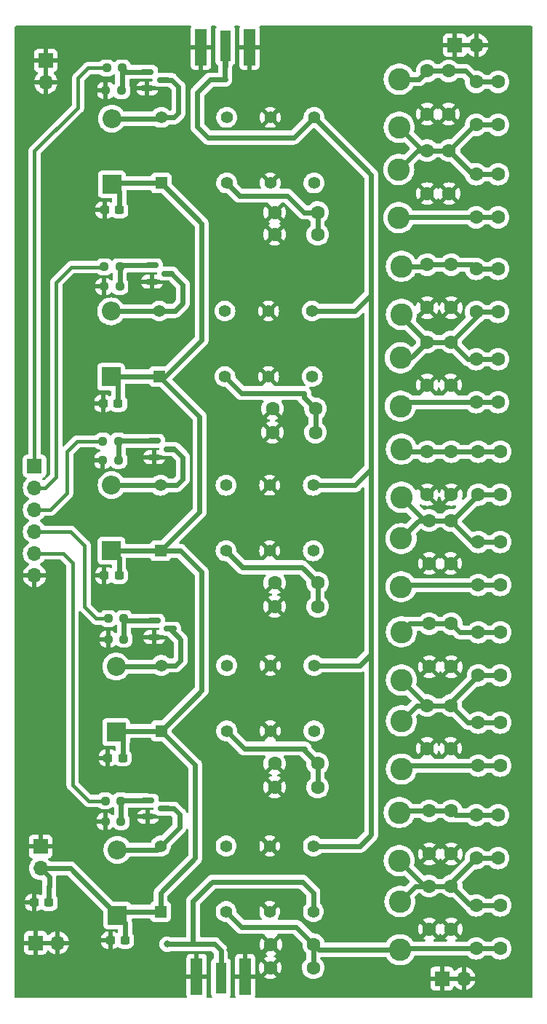
<source format=gtl>
G04 #@! TF.GenerationSoftware,KiCad,Pcbnew,7.0.10*
G04 #@! TF.CreationDate,2024-03-26T16:12:50-07:00*
G04 #@! TF.ProjectId,optLowPass,6f70744c-6f77-4506-9173-732e6b696361,rev?*
G04 #@! TF.SameCoordinates,Original*
G04 #@! TF.FileFunction,Copper,L1,Top*
G04 #@! TF.FilePolarity,Positive*
%FSLAX46Y46*%
G04 Gerber Fmt 4.6, Leading zero omitted, Abs format (unit mm)*
G04 Created by KiCad (PCBNEW 7.0.10) date 2024-03-26 16:12:50*
%MOMM*%
%LPD*%
G01*
G04 APERTURE LIST*
G04 Aperture macros list*
%AMRoundRect*
0 Rectangle with rounded corners*
0 $1 Rounding radius*
0 $2 $3 $4 $5 $6 $7 $8 $9 X,Y pos of 4 corners*
0 Add a 4 corners polygon primitive as box body*
4,1,4,$2,$3,$4,$5,$6,$7,$8,$9,$2,$3,0*
0 Add four circle primitives for the rounded corners*
1,1,$1+$1,$2,$3*
1,1,$1+$1,$4,$5*
1,1,$1+$1,$6,$7*
1,1,$1+$1,$8,$9*
0 Add four rect primitives between the rounded corners*
20,1,$1+$1,$2,$3,$4,$5,0*
20,1,$1+$1,$4,$5,$6,$7,0*
20,1,$1+$1,$6,$7,$8,$9,0*
20,1,$1+$1,$8,$9,$2,$3,0*%
G04 Aperture macros list end*
G04 #@! TA.AperFunction,ComponentPad*
%ADD10C,1.600000*%
G04 #@! TD*
G04 #@! TA.AperFunction,ComponentPad*
%ADD11R,2.200000X2.200000*%
G04 #@! TD*
G04 #@! TA.AperFunction,ComponentPad*
%ADD12O,2.200000X2.200000*%
G04 #@! TD*
G04 #@! TA.AperFunction,SMDPad,CuDef*
%ADD13RoundRect,0.150000X-0.587500X-0.150000X0.587500X-0.150000X0.587500X0.150000X-0.587500X0.150000X0*%
G04 #@! TD*
G04 #@! TA.AperFunction,SMDPad,CuDef*
%ADD14RoundRect,0.237500X0.250000X0.237500X-0.250000X0.237500X-0.250000X-0.237500X0.250000X-0.237500X0*%
G04 #@! TD*
G04 #@! TA.AperFunction,ComponentPad*
%ADD15R,1.700000X1.700000*%
G04 #@! TD*
G04 #@! TA.AperFunction,ComponentPad*
%ADD16O,1.700000X1.700000*%
G04 #@! TD*
G04 #@! TA.AperFunction,ComponentPad*
%ADD17R,1.400000X1.400000*%
G04 #@! TD*
G04 #@! TA.AperFunction,ComponentPad*
%ADD18C,1.400000*%
G04 #@! TD*
G04 #@! TA.AperFunction,ComponentPad*
%ADD19C,2.600000*%
G04 #@! TD*
G04 #@! TA.AperFunction,SMDPad,CuDef*
%ADD20RoundRect,0.237500X0.300000X0.237500X-0.300000X0.237500X-0.300000X-0.237500X0.300000X-0.237500X0*%
G04 #@! TD*
G04 #@! TA.AperFunction,SMDPad,CuDef*
%ADD21R,1.270000X3.600000*%
G04 #@! TD*
G04 #@! TA.AperFunction,SMDPad,CuDef*
%ADD22R,1.350000X4.200000*%
G04 #@! TD*
G04 #@! TA.AperFunction,ViaPad*
%ADD23C,0.800000*%
G04 #@! TD*
G04 #@! TA.AperFunction,Conductor*
%ADD24C,0.609600*%
G04 #@! TD*
G04 #@! TA.AperFunction,Conductor*
%ADD25C,0.406400*%
G04 #@! TD*
G04 APERTURE END LIST*
D10*
X127350000Y-131250000D03*
X127350000Y-136250000D03*
X135350000Y-131750000D03*
X135350000Y-136750000D03*
X127350000Y-140000000D03*
X127350000Y-145000000D03*
X135600000Y-142250000D03*
X135600000Y-147250000D03*
X113850000Y-149500000D03*
X108850000Y-149500000D03*
X127350000Y-109500000D03*
X127350000Y-114500000D03*
X135600000Y-110500000D03*
X135600000Y-115500000D03*
X127100000Y-119000000D03*
X127100000Y-124000000D03*
X135600000Y-121000000D03*
X135600000Y-126000000D03*
X114350000Y-128500000D03*
X109350000Y-128500000D03*
X127100000Y-89500000D03*
X127100000Y-94500000D03*
X135600000Y-89500000D03*
X135600000Y-94500000D03*
X127350000Y-97500000D03*
X127350000Y-102500000D03*
X135600000Y-100000000D03*
X135600000Y-105000000D03*
X114350000Y-107500000D03*
X109350000Y-107500000D03*
X127100000Y-67750000D03*
X127100000Y-72750000D03*
X135350000Y-68250000D03*
X135350000Y-73250000D03*
X127100000Y-76750000D03*
X127100000Y-81750000D03*
X135350000Y-78750000D03*
X135350000Y-83750000D03*
X114100000Y-87250000D03*
X109100000Y-87250000D03*
X127100000Y-45250000D03*
X127100000Y-50250000D03*
X135350000Y-46500000D03*
X135350000Y-51500000D03*
X127100000Y-54500000D03*
X127100000Y-59500000D03*
X135350000Y-57250000D03*
X135350000Y-62250000D03*
X132795000Y-142250000D03*
X132795000Y-147250000D03*
X133045000Y-121000000D03*
X133045000Y-126000000D03*
X129905000Y-131250000D03*
X129905000Y-136250000D03*
X129905000Y-109500000D03*
X129905000Y-114500000D03*
X132795000Y-131750000D03*
X132795000Y-136750000D03*
X133045000Y-110500000D03*
X133045000Y-115500000D03*
X129905000Y-140000000D03*
X129905000Y-145000000D03*
X129850000Y-119000000D03*
X129850000Y-124000000D03*
X113900000Y-146800000D03*
X108900000Y-146800000D03*
X114350000Y-125750000D03*
X109350000Y-125750000D03*
X133045000Y-100000000D03*
X133045000Y-105000000D03*
X132795000Y-78750000D03*
X132795000Y-83750000D03*
X132795000Y-57250000D03*
X132795000Y-62250000D03*
X129905000Y-89500000D03*
X129905000Y-94500000D03*
X129905000Y-67750000D03*
X129905000Y-72750000D03*
X129600000Y-45250000D03*
X129600000Y-50250000D03*
X133045000Y-89500000D03*
X133045000Y-94500000D03*
X132795000Y-68250000D03*
X132795000Y-73250000D03*
X132795000Y-46500000D03*
X132795000Y-51500000D03*
X129850000Y-97500000D03*
X129850000Y-102500000D03*
X129850000Y-76750000D03*
X129850000Y-81750000D03*
X129655000Y-54500000D03*
X129655000Y-59500000D03*
X114350000Y-104750000D03*
X109350000Y-104750000D03*
X114100000Y-84500000D03*
X109100000Y-84500000D03*
X114350000Y-64250000D03*
X109350000Y-64250000D03*
X114350000Y-61700000D03*
X109350000Y-61700000D03*
D11*
X91037500Y-143410000D03*
D12*
X91037500Y-135790000D03*
D13*
X94525000Y-45350000D03*
X94525000Y-47250000D03*
X96400000Y-46300000D03*
D14*
X91325000Y-68000000D03*
X89500000Y-68000000D03*
X91612500Y-44900000D03*
X89787500Y-44900000D03*
D13*
X95325000Y-88250000D03*
X95325000Y-90150000D03*
X97200000Y-89200000D03*
D14*
X91312500Y-70300000D03*
X89487500Y-70300000D03*
D15*
X82700000Y-44025000D03*
D16*
X82700000Y-46565000D03*
D17*
X95942500Y-80762500D03*
D18*
X103562500Y-80762500D03*
X108642500Y-80762500D03*
X113722500Y-80762500D03*
X113722500Y-73142500D03*
X108642500Y-73142500D03*
X103562500Y-73142500D03*
X95942500Y-73142500D03*
D19*
X124062500Y-99600000D03*
X124062500Y-105200000D03*
D11*
X90400000Y-58410000D03*
D12*
X90400000Y-50790000D03*
D15*
X82100000Y-135400000D03*
D16*
X82100000Y-137940000D03*
D20*
X83062500Y-141900000D03*
X81337500Y-141900000D03*
D17*
X96142500Y-121962500D03*
D18*
X103762500Y-121962500D03*
X108842500Y-121962500D03*
X113922500Y-121962500D03*
X113922500Y-114342500D03*
X108842500Y-114342500D03*
X103762500Y-114342500D03*
X96142500Y-114342500D03*
D19*
X123850000Y-131450000D03*
X123850000Y-137050000D03*
D13*
X95325000Y-109150000D03*
X95325000Y-111050000D03*
X97200000Y-110100000D03*
D14*
X91175000Y-88300000D03*
X89350000Y-88300000D03*
D17*
X96062500Y-101020000D03*
D18*
X103682500Y-101020000D03*
X108762500Y-101020000D03*
X113842500Y-101020000D03*
X113842500Y-93400000D03*
X108762500Y-93400000D03*
X103682500Y-93400000D03*
X96062500Y-93400000D03*
D20*
X91937500Y-146300000D03*
X90212500Y-146300000D03*
D17*
X96142500Y-58262500D03*
D18*
X103762500Y-58262500D03*
X108842500Y-58262500D03*
X113922500Y-58262500D03*
X113922500Y-50642500D03*
X108842500Y-50642500D03*
X103762500Y-50642500D03*
X96142500Y-50642500D03*
D13*
X94600000Y-130050000D03*
X94600000Y-131950000D03*
X96475000Y-131000000D03*
D14*
X91175000Y-90500000D03*
X89350000Y-90500000D03*
D17*
X96080000Y-142962500D03*
D18*
X103700000Y-142962500D03*
X108780000Y-142962500D03*
X113860000Y-142962500D03*
X113860000Y-135342500D03*
X108780000Y-135342500D03*
X103700000Y-135342500D03*
X96080000Y-135342500D03*
D19*
X123850000Y-46200000D03*
X123850000Y-51800000D03*
D21*
X103100000Y-150700000D03*
D22*
X105925000Y-150500000D03*
X100275000Y-150500000D03*
D20*
X91262500Y-61400000D03*
X89537500Y-61400000D03*
D19*
X123937500Y-147400000D03*
X123937500Y-141800000D03*
D14*
X91812500Y-111300000D03*
X89987500Y-111300000D03*
D11*
X90900000Y-122110000D03*
D12*
X90900000Y-114490000D03*
D19*
X124000000Y-78600000D03*
X124000000Y-84200000D03*
D15*
X128825000Y-150750000D03*
D16*
X131365000Y-150750000D03*
D14*
X91512500Y-47500000D03*
X89687500Y-47500000D03*
D19*
X123800000Y-56700000D03*
X123800000Y-62300000D03*
X124100000Y-89200000D03*
X124100000Y-94800000D03*
D14*
X91450000Y-130100000D03*
X89625000Y-130100000D03*
X91812500Y-108900000D03*
X89987500Y-108900000D03*
D20*
X91225000Y-103900000D03*
X89500000Y-103900000D03*
D19*
X124100000Y-67950000D03*
X124100000Y-73550000D03*
D21*
X103600000Y-42300000D03*
D22*
X100775000Y-42500000D03*
X106425000Y-42500000D03*
D19*
X124100000Y-110450000D03*
X124100000Y-116050000D03*
D11*
X90362500Y-101010000D03*
D12*
X90362500Y-93390000D03*
D20*
X91662500Y-125100000D03*
X89937500Y-125100000D03*
D15*
X81400000Y-91180000D03*
D16*
X81400000Y-93720000D03*
X81400000Y-96260000D03*
X81400000Y-98800000D03*
X81400000Y-101340000D03*
X81400000Y-103880000D03*
D15*
X130325000Y-42250000D03*
D16*
X132865000Y-42250000D03*
D13*
X95062500Y-67850000D03*
X95062500Y-69750000D03*
X96937500Y-68800000D03*
D15*
X81525000Y-146600000D03*
D16*
X84065000Y-146600000D03*
D14*
X91462500Y-132500000D03*
X89637500Y-132500000D03*
D19*
X124100000Y-120800000D03*
X124100000Y-126400000D03*
D20*
X91125000Y-83900000D03*
X89400000Y-83900000D03*
D11*
X90300000Y-80810000D03*
D12*
X90300000Y-73190000D03*
D23*
X86350000Y-79750000D03*
X82850000Y-57500000D03*
X82850000Y-66500000D03*
X82600000Y-87000000D03*
X81600000Y-118500000D03*
X84600000Y-143000000D03*
X86350000Y-136000000D03*
X100350000Y-79750000D03*
X86100000Y-70000000D03*
X86100000Y-66000000D03*
X94850000Y-138500000D03*
X92350000Y-138500000D03*
X96100000Y-116750000D03*
X93600000Y-116750000D03*
X96600000Y-126250000D03*
X94100000Y-126250000D03*
X104350000Y-127250000D03*
X101850000Y-127250000D03*
X106600000Y-117000000D03*
X104100000Y-117000000D03*
X103350000Y-106250000D03*
X103350000Y-108750000D03*
X96600000Y-106000000D03*
X94100000Y-106000000D03*
X97350000Y-96000000D03*
X94850000Y-96000000D03*
X98350000Y-75750000D03*
X95850000Y-75750000D03*
X95850000Y-85000000D03*
X93350000Y-85000000D03*
X104600000Y-85250000D03*
X102100000Y-85250000D03*
X106100000Y-75500000D03*
X103600000Y-75500000D03*
X96100000Y-64000000D03*
X93600000Y-64000000D03*
X105100000Y-66000000D03*
X102600000Y-66000000D03*
X121850000Y-132750000D03*
X119350000Y-132750000D03*
X121850000Y-130000000D03*
X119350000Y-130000000D03*
X121850000Y-127750000D03*
X119350000Y-127750000D03*
X121850000Y-125000000D03*
X119350000Y-125000000D03*
X121850000Y-111750000D03*
X119350000Y-111750000D03*
X121850000Y-109000000D03*
X119350000Y-109000000D03*
X121850000Y-106750000D03*
X119350000Y-106750000D03*
X121850000Y-104000000D03*
X119350000Y-104000000D03*
X121850000Y-90500000D03*
X119350000Y-90500000D03*
X121850000Y-87750000D03*
X119350000Y-87750000D03*
X121850000Y-85750000D03*
X119350000Y-85750000D03*
X121850000Y-83000000D03*
X119350000Y-83000000D03*
X121850000Y-69250000D03*
X119350000Y-69250000D03*
X121850000Y-66500000D03*
X119350000Y-66500000D03*
X96850000Y-146750000D03*
X89895000Y-126711000D03*
X127350000Y-133750000D03*
X82783000Y-129632000D03*
X129905000Y-112000000D03*
X134100000Y-150500000D03*
X119350000Y-61000000D03*
X129905000Y-142500000D03*
X93578000Y-48860000D03*
X129850000Y-79250000D03*
X121850000Y-61000000D03*
X129905000Y-70250000D03*
X127100000Y-92000000D03*
X108350000Y-44250000D03*
X127100000Y-70250000D03*
X88371000Y-48860000D03*
X129600000Y-47750000D03*
X88371000Y-91786000D03*
X127100000Y-47750000D03*
X127350000Y-100000000D03*
X88752000Y-134077000D03*
X93451000Y-133569000D03*
X127350000Y-142500000D03*
X89387000Y-85436000D03*
X127100000Y-79250000D03*
X94594000Y-91405000D03*
X93832000Y-112487000D03*
X127100000Y-57000000D03*
X104119000Y-147412000D03*
X129850000Y-121500000D03*
X107850000Y-151500000D03*
X127350000Y-112000000D03*
X129850000Y-100000000D03*
X127100000Y-121500000D03*
X123804000Y-150968000D03*
X88244000Y-71720000D03*
X88625000Y-112614000D03*
X119350000Y-63750000D03*
X121850000Y-63750000D03*
X88752000Y-148936000D03*
X81600000Y-108250000D03*
X108350000Y-42250000D03*
X129905000Y-92000000D03*
X89514000Y-105629000D03*
X89514000Y-62957000D03*
X100436000Y-45558000D03*
X116100000Y-148750000D03*
X86100000Y-86250000D03*
X86100000Y-53000000D03*
X87350000Y-75750000D03*
X129655000Y-57000000D03*
X129905000Y-133750000D03*
X93832000Y-71212000D03*
X98277000Y-149698000D03*
D24*
X103600000Y-44725000D02*
X103575000Y-44750000D01*
X103575000Y-44750000D02*
X103575000Y-42400000D01*
X103575000Y-46225000D02*
X103575000Y-44750000D01*
X103600000Y-41800000D02*
X103600000Y-44725000D01*
X113850000Y-146850000D02*
X113900000Y-146800000D01*
X113850000Y-149500000D02*
X113850000Y-146850000D01*
X114500000Y-147400000D02*
X113900000Y-146800000D01*
X123937500Y-147400000D02*
X114500000Y-147400000D01*
X100850000Y-76500000D02*
X100850000Y-62970000D01*
X100850000Y-62970000D02*
X96142500Y-58262500D01*
X96587500Y-80762500D02*
X100850000Y-76500000D01*
X95942500Y-80762500D02*
X96587500Y-80762500D01*
X96080000Y-101020000D02*
X100600000Y-96500000D01*
X100600000Y-96500000D02*
X100600000Y-85420000D01*
X100600000Y-85420000D02*
X95942500Y-80762500D01*
X96062500Y-101020000D02*
X96080000Y-101020000D01*
X100850000Y-103500000D02*
X98370000Y-101020000D01*
X100850000Y-117255000D02*
X100850000Y-103500000D01*
X98370000Y-101020000D02*
X96062500Y-101020000D01*
X96142500Y-121962500D02*
X100850000Y-117255000D01*
X100100000Y-125920000D02*
X96142500Y-121962500D01*
X96080000Y-140770000D02*
X100100000Y-136750000D01*
X96080000Y-142962500D02*
X96080000Y-140770000D01*
X100100000Y-136750000D02*
X100100000Y-125920000D01*
X83062500Y-140037500D02*
X83062500Y-141900000D01*
X83100000Y-140000000D02*
X83062500Y-140037500D01*
X83100000Y-138940000D02*
X83100000Y-140000000D01*
X82100000Y-137940000D02*
X83100000Y-138940000D01*
X85567500Y-137940000D02*
X91037500Y-143410000D01*
X82100000Y-137940000D02*
X85567500Y-137940000D01*
X91937500Y-144310000D02*
X91037500Y-143410000D01*
X91937500Y-146300000D02*
X91937500Y-144310000D01*
X91662500Y-122872500D02*
X90900000Y-122110000D01*
X91662500Y-125100000D02*
X91662500Y-122872500D01*
X91225000Y-101872500D02*
X90362500Y-101010000D01*
X91225000Y-103900000D02*
X91225000Y-101872500D01*
X91125000Y-81635000D02*
X90300000Y-80810000D01*
X91125000Y-83900000D02*
X91125000Y-81635000D01*
X91262500Y-59272500D02*
X90400000Y-58410000D01*
X91262500Y-61400000D02*
X91262500Y-59272500D01*
X90547500Y-58262500D02*
X90400000Y-58410000D01*
X96142500Y-58262500D02*
X90547500Y-58262500D01*
X90347500Y-80762500D02*
X90300000Y-80810000D01*
X95942500Y-80762500D02*
X90347500Y-80762500D01*
X90372500Y-101020000D02*
X90362500Y-101010000D01*
X96062500Y-101020000D02*
X90372500Y-101020000D01*
X96142500Y-121962500D02*
X91047500Y-121962500D01*
X91047500Y-121962500D02*
X90900000Y-122110000D01*
X91485000Y-142962500D02*
X91037500Y-143410000D01*
X96080000Y-142962500D02*
X91485000Y-142962500D01*
X103600000Y-46250000D02*
X103575000Y-46225000D01*
X101850000Y-46250000D02*
X103600000Y-46250000D01*
X100350000Y-47750000D02*
X101850000Y-46250000D01*
X100350000Y-51750000D02*
X100350000Y-47750000D01*
X101600000Y-53000000D02*
X100350000Y-51750000D01*
X111565000Y-53000000D02*
X101600000Y-53000000D01*
X113922500Y-50642500D02*
X111565000Y-53000000D01*
X99850000Y-146750000D02*
X96850000Y-146750000D01*
X103100000Y-147500000D02*
X103100000Y-151037500D01*
X102100000Y-139500000D02*
X99850000Y-141750000D01*
X112600000Y-139500000D02*
X102100000Y-139500000D01*
X102350000Y-146750000D02*
X103100000Y-147500000D01*
X99850000Y-146750000D02*
X102350000Y-146750000D01*
X113860000Y-140760000D02*
X112600000Y-139500000D01*
X99850000Y-141750000D02*
X99850000Y-146750000D01*
X113860000Y-142962500D02*
X113860000Y-140760000D01*
X124050000Y-131250000D02*
X123850000Y-131450000D01*
X127350000Y-131250000D02*
X124050000Y-131250000D01*
X129905000Y-131250000D02*
X127350000Y-131250000D01*
X130405000Y-131750000D02*
X129905000Y-131250000D01*
X132795000Y-131750000D02*
X130405000Y-131750000D01*
X135350000Y-131750000D02*
X132795000Y-131750000D01*
X132795000Y-136750000D02*
X135350000Y-136750000D01*
X129905000Y-139640000D02*
X132795000Y-136750000D01*
X129905000Y-140000000D02*
X129905000Y-139640000D01*
X126800000Y-140000000D02*
X123850000Y-137050000D01*
X127350000Y-140000000D02*
X126800000Y-140000000D01*
X125737500Y-140000000D02*
X123937500Y-141800000D01*
X127350000Y-140000000D02*
X125737500Y-140000000D01*
X129905000Y-140000000D02*
X127350000Y-140000000D01*
X132155000Y-142250000D02*
X129905000Y-140000000D01*
X132795000Y-142250000D02*
X132155000Y-142250000D01*
X135600000Y-142250000D02*
X132795000Y-142250000D01*
X124087500Y-147250000D02*
X123937500Y-147400000D01*
X132795000Y-147250000D02*
X124087500Y-147250000D01*
X135600000Y-147250000D02*
X132795000Y-147250000D01*
X105487500Y-144750000D02*
X111850000Y-144750000D01*
X103700000Y-142962500D02*
X105487500Y-144750000D01*
X111850000Y-144750000D02*
X113900000Y-146800000D01*
X125050000Y-109500000D02*
X124100000Y-110450000D01*
X127350000Y-109500000D02*
X125050000Y-109500000D01*
X129905000Y-109500000D02*
X127350000Y-109500000D01*
X130905000Y-110500000D02*
X129905000Y-109500000D01*
X133045000Y-110500000D02*
X130905000Y-110500000D01*
X135600000Y-110500000D02*
X133045000Y-110500000D01*
X133045000Y-115500000D02*
X135600000Y-115500000D01*
X129850000Y-119000000D02*
X129850000Y-118695000D01*
X129850000Y-118695000D02*
X133045000Y-115500000D01*
X127050000Y-119000000D02*
X124100000Y-116050000D01*
X127100000Y-119000000D02*
X127050000Y-119000000D01*
X125900000Y-119000000D02*
X124100000Y-120800000D01*
X127100000Y-119000000D02*
X125900000Y-119000000D01*
X129850000Y-119000000D02*
X127100000Y-119000000D01*
X131850000Y-121000000D02*
X129850000Y-119000000D01*
X133045000Y-121000000D02*
X131850000Y-121000000D01*
X135600000Y-121000000D02*
X133045000Y-121000000D01*
X133045000Y-126000000D02*
X124500000Y-126000000D01*
X124500000Y-126000000D02*
X124100000Y-126400000D01*
X135600000Y-126000000D02*
X133045000Y-126000000D01*
X114350000Y-125750000D02*
X114350000Y-128500000D01*
X112850000Y-124250000D02*
X114350000Y-125750000D01*
X112850000Y-124000000D02*
X112850000Y-124250000D01*
X105800000Y-124000000D02*
X112850000Y-124000000D01*
X103762500Y-121962500D02*
X105800000Y-124000000D01*
X124400000Y-89500000D02*
X124100000Y-89200000D01*
X127100000Y-89500000D02*
X124400000Y-89500000D01*
X129905000Y-89500000D02*
X127100000Y-89500000D01*
X133045000Y-89500000D02*
X129905000Y-89500000D01*
X135600000Y-89500000D02*
X133045000Y-89500000D01*
X105607700Y-102945200D02*
X112545200Y-102945200D01*
X103682500Y-101020000D02*
X105607700Y-102945200D01*
X112545200Y-102945200D02*
X114350000Y-104750000D01*
X114350000Y-104250000D02*
X114350000Y-107000000D01*
X133045000Y-105000000D02*
X124262500Y-105000000D01*
X124262500Y-105000000D02*
X124062500Y-105200000D01*
X135600000Y-105000000D02*
X133045000Y-105000000D01*
X133045000Y-94500000D02*
X135600000Y-94500000D01*
X130045000Y-97500000D02*
X133045000Y-94500000D01*
X129850000Y-97500000D02*
X130045000Y-97500000D01*
X126800000Y-97500000D02*
X124100000Y-94800000D01*
X127350000Y-97500000D02*
X126800000Y-97500000D01*
X126162500Y-97500000D02*
X124062500Y-99600000D01*
X127350000Y-97500000D02*
X126162500Y-97500000D01*
X129850000Y-97500000D02*
X127350000Y-97500000D01*
X132350000Y-100000000D02*
X129850000Y-97500000D01*
X133045000Y-100000000D02*
X132350000Y-100000000D01*
X135600000Y-100000000D02*
X133045000Y-100000000D01*
X112795200Y-83195200D02*
X112795200Y-82695200D01*
X114100000Y-84500000D02*
X112795200Y-83195200D01*
X105495200Y-82695200D02*
X112795200Y-82695200D01*
X103562500Y-80762500D02*
X105495200Y-82695200D01*
X114100000Y-86750000D02*
X114100000Y-84000000D01*
X124450000Y-83750000D02*
X124000000Y-84200000D01*
X132795000Y-83750000D02*
X124450000Y-83750000D01*
X135350000Y-83750000D02*
X132795000Y-83750000D01*
X124100000Y-73750000D02*
X127100000Y-76750000D01*
X124100000Y-73550000D02*
X124100000Y-73750000D01*
X125250000Y-78600000D02*
X127100000Y-76750000D01*
X124000000Y-78600000D02*
X125250000Y-78600000D01*
X129850000Y-76750000D02*
X127100000Y-76750000D01*
X131850000Y-78750000D02*
X129850000Y-76750000D01*
X132795000Y-78750000D02*
X131850000Y-78750000D01*
X135350000Y-78750000D02*
X132795000Y-78750000D01*
X132795000Y-73250000D02*
X132795000Y-73805000D01*
X132795000Y-73805000D02*
X129850000Y-76750000D01*
X135350000Y-73250000D02*
X132795000Y-73250000D01*
X132795000Y-68250000D02*
X135350000Y-68250000D01*
X132295000Y-67750000D02*
X132795000Y-68250000D01*
X129905000Y-67750000D02*
X132295000Y-67750000D01*
X127100000Y-67750000D02*
X129905000Y-67750000D01*
X126900000Y-67950000D02*
X127100000Y-67750000D01*
X124100000Y-67950000D02*
X126900000Y-67950000D01*
X123850000Y-62250000D02*
X123800000Y-62300000D01*
X132795000Y-62250000D02*
X123850000Y-62250000D01*
X135350000Y-62250000D02*
X132795000Y-62250000D01*
X126550000Y-54500000D02*
X123850000Y-51800000D01*
X127100000Y-54500000D02*
X126550000Y-54500000D01*
X126000000Y-54500000D02*
X123800000Y-56700000D01*
X127100000Y-54500000D02*
X126000000Y-54500000D01*
X129655000Y-54500000D02*
X127100000Y-54500000D01*
X132405000Y-57250000D02*
X129655000Y-54500000D01*
X132795000Y-57250000D02*
X132405000Y-57250000D01*
X135350000Y-57250000D02*
X132795000Y-57250000D01*
X132655000Y-51500000D02*
X129655000Y-54500000D01*
X132795000Y-51500000D02*
X132655000Y-51500000D01*
X135350000Y-51500000D02*
X132795000Y-51500000D01*
X132795000Y-46500000D02*
X135350000Y-46500000D01*
X131545000Y-45250000D02*
X132795000Y-46500000D01*
X129600000Y-45250000D02*
X131545000Y-45250000D01*
X127100000Y-45250000D02*
X129600000Y-45250000D01*
X126150000Y-46200000D02*
X127100000Y-45250000D01*
X123850000Y-46200000D02*
X126150000Y-46200000D01*
X112800000Y-61700000D02*
X114350000Y-61700000D01*
X110850000Y-59750000D02*
X112800000Y-61700000D01*
X105250000Y-59750000D02*
X110850000Y-59750000D01*
X103762500Y-58262500D02*
X105250000Y-59750000D01*
X114350000Y-64250000D02*
X114350000Y-61700000D01*
X113922500Y-114342500D02*
X119257500Y-114342500D01*
X119257500Y-114342500D02*
X120600000Y-113000000D01*
X120600000Y-113000000D02*
X120600000Y-91500000D01*
X120600000Y-134000000D02*
X120600000Y-113000000D01*
X118700000Y-93400000D02*
X120600000Y-91500000D01*
X113842500Y-93400000D02*
X118700000Y-93400000D01*
X120600000Y-91500000D02*
X120600000Y-71250000D01*
X118707500Y-73142500D02*
X120600000Y-71250000D01*
X120600000Y-71250000D02*
X120600000Y-57320000D01*
X113722500Y-73142500D02*
X118707500Y-73142500D01*
X120600000Y-57320000D02*
X113922500Y-50642500D01*
X119257500Y-135342500D02*
X120600000Y-134000000D01*
X113860000Y-135342500D02*
X119257500Y-135342500D01*
X95995000Y-50790000D02*
X96142500Y-50642500D01*
X98150000Y-50130000D02*
X97637500Y-50642500D01*
X96400000Y-46300000D02*
X97368000Y-46300000D01*
X97368000Y-46300000D02*
X98150000Y-47082000D01*
X97637500Y-50642500D02*
X96142500Y-50642500D01*
X98150000Y-47082000D02*
X98150000Y-50130000D01*
X90400000Y-50790000D02*
X95995000Y-50790000D01*
X98658000Y-72228000D02*
X97743500Y-73142500D01*
X97743500Y-73142500D02*
X95942500Y-73142500D01*
X97389000Y-68800000D02*
X98658000Y-70069000D01*
X90300000Y-73190000D02*
X95895000Y-73190000D01*
X98658000Y-70069000D02*
X98658000Y-72228000D01*
X96937500Y-68800000D02*
X97389000Y-68800000D01*
X95895000Y-73190000D02*
X95942500Y-73142500D01*
X98658000Y-90135000D02*
X98658000Y-92675000D01*
X97200000Y-89200000D02*
X97723000Y-89200000D01*
X97723000Y-89200000D02*
X98658000Y-90135000D01*
X96052500Y-93390000D02*
X96062500Y-93400000D01*
X98658000Y-92675000D02*
X97933000Y-93400000D01*
X97933000Y-93400000D02*
X96062500Y-93400000D01*
X90362500Y-93390000D02*
X96052500Y-93390000D01*
X98404000Y-113757000D02*
X97818500Y-114342500D01*
X97818500Y-114342500D02*
X96142500Y-114342500D01*
X95995000Y-114490000D02*
X96142500Y-114342500D01*
X98404000Y-111304000D02*
X98404000Y-113757000D01*
X97200000Y-110100000D02*
X98404000Y-111304000D01*
X90900000Y-114490000D02*
X95995000Y-114490000D01*
X96475000Y-131000000D02*
X97613000Y-131000000D01*
X91037500Y-135790000D02*
X95632500Y-135790000D01*
X98277000Y-133145500D02*
X96080000Y-135342500D01*
X95632500Y-135790000D02*
X96080000Y-135342500D01*
X98277000Y-131664000D02*
X98277000Y-133145500D01*
X97613000Y-131000000D02*
X98277000Y-131664000D01*
X91612500Y-47400000D02*
X91512500Y-47500000D01*
X91612500Y-44900000D02*
X91612500Y-47400000D01*
X94525000Y-45350000D02*
X92062500Y-45350000D01*
X92062500Y-45350000D02*
X91612500Y-44900000D01*
X91325000Y-68000000D02*
X91325000Y-70287500D01*
X91475000Y-67850000D02*
X91325000Y-68000000D01*
X95062500Y-67850000D02*
X91475000Y-67850000D01*
X91325000Y-70287500D02*
X91312500Y-70300000D01*
X91225000Y-88250000D02*
X91175000Y-88300000D01*
X91175000Y-88300000D02*
X91175000Y-90500000D01*
X95325000Y-88250000D02*
X91225000Y-88250000D01*
X91812500Y-108900000D02*
X91812500Y-111300000D01*
X95325000Y-109150000D02*
X92062500Y-109150000D01*
X92062500Y-109150000D02*
X91812500Y-108900000D01*
X91450000Y-132487500D02*
X91462500Y-132500000D01*
X91500000Y-130050000D02*
X91450000Y-130100000D01*
X91450000Y-130100000D02*
X91450000Y-132487500D01*
X94600000Y-130050000D02*
X91500000Y-130050000D01*
D25*
X81400000Y-91180000D02*
X81400000Y-54561000D01*
X86466000Y-46066000D02*
X87632000Y-44900000D01*
X87632000Y-44900000D02*
X89787500Y-44900000D01*
X86466000Y-49495000D02*
X86466000Y-46066000D01*
X81400000Y-54561000D02*
X86466000Y-49495000D01*
X83926000Y-92421000D02*
X83926000Y-69815000D01*
X83926000Y-69815000D02*
X85704000Y-68037000D01*
X82627000Y-93720000D02*
X83926000Y-92421000D01*
X85704000Y-68037000D02*
X89463000Y-68037000D01*
X81400000Y-93720000D02*
X82627000Y-93720000D01*
X89463000Y-68037000D02*
X89500000Y-68000000D01*
X83262000Y-96260000D02*
X85196000Y-94326000D01*
X86396000Y-88300000D02*
X89350000Y-88300000D01*
X85196000Y-94326000D02*
X85196000Y-89500000D01*
X85196000Y-89500000D02*
X86396000Y-88300000D01*
X81400000Y-96260000D02*
X83262000Y-96260000D01*
X85606000Y-98800000D02*
X87228000Y-100422000D01*
X88594000Y-108900000D02*
X89987500Y-108900000D01*
X81400000Y-98800000D02*
X85606000Y-98800000D01*
X87228000Y-100422000D02*
X87228000Y-107534000D01*
X87228000Y-107534000D02*
X88594000Y-108900000D01*
X81400000Y-101340000D02*
X84717000Y-101340000D01*
X85831000Y-128235000D02*
X87696000Y-130100000D01*
X85831000Y-102454000D02*
X85831000Y-128235000D01*
X84717000Y-101340000D02*
X85831000Y-102454000D01*
X87696000Y-130100000D02*
X89625000Y-130100000D01*
G04 #@! TA.AperFunction,Conductor*
G36*
X130905507Y-150540156D02*
G01*
X130865000Y-150678111D01*
X130865000Y-150821889D01*
X130905507Y-150959844D01*
X130933884Y-151004000D01*
X129256116Y-151004000D01*
X129284493Y-150959844D01*
X129325000Y-150821889D01*
X129325000Y-150678111D01*
X129284493Y-150540156D01*
X129256116Y-150496000D01*
X130933884Y-150496000D01*
X130905507Y-150540156D01*
G37*
G04 #@! TD.AperFunction*
G04 #@! TA.AperFunction,Conductor*
G36*
X129519835Y-145125148D02*
G01*
X129577359Y-145238045D01*
X129666955Y-145327641D01*
X129779852Y-145385165D01*
X129865482Y-145398727D01*
X129177110Y-146087098D01*
X129177110Y-146087100D01*
X129248498Y-146137086D01*
X129375922Y-146196505D01*
X129429207Y-146243422D01*
X129448668Y-146311700D01*
X129428126Y-146379660D01*
X129374103Y-146425725D01*
X129322672Y-146436700D01*
X127932328Y-146436700D01*
X127864207Y-146416698D01*
X127817714Y-146363042D01*
X127807610Y-146292768D01*
X127837104Y-146228188D01*
X127879078Y-146196505D01*
X128006497Y-146137088D01*
X128077888Y-146087099D01*
X128077888Y-146087097D01*
X127389518Y-145398727D01*
X127475148Y-145385165D01*
X127588045Y-145327641D01*
X127677641Y-145238045D01*
X127735165Y-145125148D01*
X127748727Y-145039518D01*
X128437097Y-145727888D01*
X128437099Y-145727888D01*
X128487088Y-145656497D01*
X128513305Y-145600275D01*
X128560222Y-145546990D01*
X128628499Y-145527529D01*
X128696459Y-145548071D01*
X128741695Y-145600275D01*
X128767913Y-145656501D01*
X128817899Y-145727888D01*
X129506272Y-145039516D01*
X129519835Y-145125148D01*
G37*
G04 #@! TD.AperFunction*
G04 #@! TA.AperFunction,Conductor*
G36*
X83605507Y-146390156D02*
G01*
X83565000Y-146528111D01*
X83565000Y-146671889D01*
X83605507Y-146809844D01*
X83633884Y-146854000D01*
X81956116Y-146854000D01*
X81984493Y-146809844D01*
X82025000Y-146671889D01*
X82025000Y-146528111D01*
X81984493Y-146390156D01*
X81956116Y-146346000D01*
X83633884Y-146346000D01*
X83605507Y-146390156D01*
G37*
G04 #@! TD.AperFunction*
G04 #@! TA.AperFunction,Conductor*
G36*
X129464835Y-124125148D02*
G01*
X129522359Y-124238045D01*
X129611955Y-124327641D01*
X129724852Y-124385165D01*
X129810482Y-124398727D01*
X129108614Y-125100594D01*
X129104849Y-125119326D01*
X129055449Y-125170317D01*
X128993319Y-125186700D01*
X127956680Y-125186700D01*
X127888559Y-125166698D01*
X127842066Y-125113042D01*
X127839617Y-125098826D01*
X127139518Y-124398727D01*
X127225148Y-124385165D01*
X127338045Y-124327641D01*
X127427641Y-124238045D01*
X127485165Y-124125148D01*
X127498727Y-124039518D01*
X128187097Y-124727888D01*
X128187099Y-124727888D01*
X128237088Y-124656497D01*
X128333811Y-124449073D01*
X128333813Y-124449068D01*
X128353293Y-124376370D01*
X128390245Y-124315747D01*
X128454105Y-124284726D01*
X128524600Y-124293154D01*
X128579347Y-124338357D01*
X128596707Y-124376370D01*
X128616186Y-124449068D01*
X128616188Y-124449073D01*
X128712913Y-124656501D01*
X128762899Y-124727888D01*
X129451272Y-124039516D01*
X129464835Y-124125148D01*
G37*
G04 #@! TD.AperFunction*
G04 #@! TA.AperFunction,Conductor*
G36*
X129519835Y-94625148D02*
G01*
X129577359Y-94738045D01*
X129666955Y-94827641D01*
X129779852Y-94885165D01*
X129865482Y-94898727D01*
X129177110Y-95587098D01*
X129177110Y-95587100D01*
X129248498Y-95637086D01*
X129455926Y-95733811D01*
X129455931Y-95733813D01*
X129676999Y-95793048D01*
X129676995Y-95793048D01*
X129905000Y-95812995D01*
X130133000Y-95793048D01*
X130319136Y-95743173D01*
X130390113Y-95744863D01*
X130448909Y-95784657D01*
X130476857Y-95849921D01*
X130465084Y-95919935D01*
X130440843Y-95953975D01*
X130216497Y-96178321D01*
X130154185Y-96212347D01*
X130094793Y-96210933D01*
X130078090Y-96206457D01*
X129850000Y-96186502D01*
X129621913Y-96206457D01*
X129400759Y-96265715D01*
X129400753Y-96265717D01*
X129193250Y-96362477D01*
X129005703Y-96493799D01*
X128849706Y-96649796D01*
X128787394Y-96683821D01*
X128760611Y-96686700D01*
X128439389Y-96686700D01*
X128371268Y-96666698D01*
X128350294Y-96649796D01*
X128292131Y-96591633D01*
X128194300Y-96493802D01*
X128186312Y-96488209D01*
X128006749Y-96362477D01*
X127799246Y-96265717D01*
X127799240Y-96265715D01*
X127665058Y-96229761D01*
X127578087Y-96206457D01*
X127350000Y-96186502D01*
X127121913Y-96206457D01*
X126900759Y-96265715D01*
X126900748Y-96265719D01*
X126854640Y-96287219D01*
X126784449Y-96297878D01*
X126719637Y-96268897D01*
X126712298Y-96262118D01*
X126273597Y-95823417D01*
X126239571Y-95761105D01*
X126244636Y-95690290D01*
X126287183Y-95633454D01*
X126353703Y-95608643D01*
X126423077Y-95623734D01*
X126434963Y-95631109D01*
X126443501Y-95637087D01*
X126650926Y-95733811D01*
X126650931Y-95733813D01*
X126871999Y-95793048D01*
X126871995Y-95793048D01*
X127100000Y-95812995D01*
X127328002Y-95793048D01*
X127549068Y-95733813D01*
X127549073Y-95733811D01*
X127756497Y-95637088D01*
X127827888Y-95587099D01*
X127827888Y-95587098D01*
X127139516Y-94898727D01*
X127225148Y-94885165D01*
X127338045Y-94827641D01*
X127427641Y-94738045D01*
X127485165Y-94625148D01*
X127498727Y-94539518D01*
X128187097Y-95227888D01*
X128187099Y-95227888D01*
X128237088Y-95156497D01*
X128333811Y-94949073D01*
X128333813Y-94949068D01*
X128380793Y-94773739D01*
X128417745Y-94713116D01*
X128481605Y-94682095D01*
X128552100Y-94690523D01*
X128606847Y-94735726D01*
X128624207Y-94773739D01*
X128671186Y-94949068D01*
X128671188Y-94949073D01*
X128767913Y-95156501D01*
X128817899Y-95227888D01*
X129506272Y-94539516D01*
X129519835Y-94625148D01*
G37*
G04 #@! TD.AperFunction*
G04 #@! TA.AperFunction,Conductor*
G36*
X129464835Y-81875148D02*
G01*
X129522359Y-81988045D01*
X129611955Y-82077641D01*
X129724852Y-82135165D01*
X129810482Y-82148727D01*
X129108614Y-82850594D01*
X129104849Y-82869326D01*
X129055449Y-82920317D01*
X128993319Y-82936700D01*
X127956680Y-82936700D01*
X127888559Y-82916698D01*
X127842066Y-82863042D01*
X127839617Y-82848826D01*
X127139518Y-82148727D01*
X127225148Y-82135165D01*
X127338045Y-82077641D01*
X127427641Y-81988045D01*
X127485165Y-81875148D01*
X127498727Y-81789518D01*
X128187097Y-82477888D01*
X128187099Y-82477888D01*
X128237088Y-82406497D01*
X128333811Y-82199073D01*
X128333813Y-82199068D01*
X128353293Y-82126370D01*
X128390245Y-82065747D01*
X128454105Y-82034726D01*
X128524600Y-82043154D01*
X128579347Y-82088357D01*
X128596707Y-82126370D01*
X128616186Y-82199068D01*
X128616188Y-82199073D01*
X128712913Y-82406501D01*
X128762899Y-82477888D01*
X129451272Y-81789516D01*
X129464835Y-81875148D01*
G37*
G04 #@! TD.AperFunction*
G04 #@! TA.AperFunction,Conductor*
G36*
X82954000Y-46131325D02*
G01*
X82842315Y-46080320D01*
X82735763Y-46065000D01*
X82664237Y-46065000D01*
X82557685Y-46080320D01*
X82446000Y-46131325D01*
X82446000Y-44458674D01*
X82557685Y-44509680D01*
X82664237Y-44525000D01*
X82735763Y-44525000D01*
X82842315Y-44509680D01*
X82954000Y-44458674D01*
X82954000Y-46131325D01*
G37*
G04 #@! TD.AperFunction*
G04 #@! TA.AperFunction,Conductor*
G36*
X132405507Y-42040156D02*
G01*
X132365000Y-42178111D01*
X132365000Y-42321889D01*
X132405507Y-42459844D01*
X132433884Y-42504000D01*
X130756116Y-42504000D01*
X130784493Y-42459844D01*
X130825000Y-42321889D01*
X130825000Y-42178111D01*
X130784493Y-42040156D01*
X130756116Y-41996000D01*
X132433884Y-41996000D01*
X132405507Y-42040156D01*
G37*
G04 #@! TD.AperFunction*
G04 #@! TA.AperFunction,Conductor*
G36*
X99593468Y-40020502D02*
G01*
X99639961Y-40074158D01*
X99650065Y-40144432D01*
X99643403Y-40170533D01*
X99598505Y-40290907D01*
X99592000Y-40351402D01*
X99592000Y-42246000D01*
X101958000Y-42246000D01*
X101958000Y-40351414D01*
X101957999Y-40351402D01*
X101951494Y-40290907D01*
X101906597Y-40170533D01*
X101901532Y-40099717D01*
X101935557Y-40037405D01*
X101997869Y-40003380D01*
X102024653Y-40000500D01*
X102452010Y-40000500D01*
X102520131Y-40020502D01*
X102566624Y-40074158D01*
X102576728Y-40144432D01*
X102552878Y-40202009D01*
X102514112Y-40253792D01*
X102514110Y-40253797D01*
X102463011Y-40390795D01*
X102463009Y-40390803D01*
X102456500Y-40451350D01*
X102456500Y-44148649D01*
X102463009Y-44209196D01*
X102463011Y-44209204D01*
X102514110Y-44346202D01*
X102514112Y-44346207D01*
X102601738Y-44463261D01*
X102711209Y-44545210D01*
X102753756Y-44602046D01*
X102761700Y-44646078D01*
X102761700Y-45310700D01*
X102741698Y-45378821D01*
X102688042Y-45425314D01*
X102635700Y-45436700D01*
X101758361Y-45436700D01*
X101720447Y-45445353D01*
X101706521Y-45447719D01*
X101667883Y-45452073D01*
X101667880Y-45452073D01*
X101667879Y-45452074D01*
X101633802Y-45463997D01*
X101631169Y-45464919D01*
X101617598Y-45468828D01*
X101579688Y-45477481D01*
X101579683Y-45477483D01*
X101544637Y-45494359D01*
X101531591Y-45499762D01*
X101494894Y-45512603D01*
X101494888Y-45512606D01*
X101461964Y-45533293D01*
X101449604Y-45540124D01*
X101414562Y-45557000D01*
X101414553Y-45557006D01*
X101384153Y-45581248D01*
X101372636Y-45589420D01*
X101339710Y-45610110D01*
X101339707Y-45610112D01*
X101339707Y-45610113D01*
X101307205Y-45642615D01*
X99839707Y-47110113D01*
X99799615Y-47150205D01*
X99710110Y-47239709D01*
X99689420Y-47272636D01*
X99681248Y-47284153D01*
X99657006Y-47314553D01*
X99657000Y-47314562D01*
X99640124Y-47349604D01*
X99633293Y-47361964D01*
X99612606Y-47394888D01*
X99612603Y-47394894D01*
X99599762Y-47431591D01*
X99594359Y-47444637D01*
X99577483Y-47479683D01*
X99577481Y-47479688D01*
X99568828Y-47517598D01*
X99564919Y-47531169D01*
X99552073Y-47567883D01*
X99547719Y-47606521D01*
X99545353Y-47620447D01*
X99536700Y-47658360D01*
X99536700Y-51841639D01*
X99545351Y-51879544D01*
X99547717Y-51893467D01*
X99552073Y-51932115D01*
X99552075Y-51932127D01*
X99564916Y-51968822D01*
X99568827Y-51982396D01*
X99575957Y-52013631D01*
X99577483Y-52020316D01*
X99577485Y-52020320D01*
X99594356Y-52055354D01*
X99599759Y-52068397D01*
X99607570Y-52090721D01*
X99612605Y-52105108D01*
X99633293Y-52138034D01*
X99640124Y-52150395D01*
X99647976Y-52166698D01*
X99657002Y-52185440D01*
X99657003Y-52185441D01*
X99681247Y-52215843D01*
X99689421Y-52227362D01*
X99710113Y-52260293D01*
X99742615Y-52292795D01*
X100960113Y-53510293D01*
X101058320Y-53608500D01*
X101089708Y-53639888D01*
X101122628Y-53660573D01*
X101134150Y-53668748D01*
X101164560Y-53692998D01*
X101199604Y-53709874D01*
X101211959Y-53716702D01*
X101244890Y-53737394D01*
X101281587Y-53750235D01*
X101281590Y-53750236D01*
X101294643Y-53755643D01*
X101329679Y-53772515D01*
X101329680Y-53772515D01*
X101329684Y-53772517D01*
X101367605Y-53781171D01*
X101381157Y-53785076D01*
X101417879Y-53797926D01*
X101456532Y-53802281D01*
X101470439Y-53804644D01*
X101508363Y-53813300D01*
X101508366Y-53813300D01*
X111656634Y-53813300D01*
X111656637Y-53813300D01*
X111694560Y-53804643D01*
X111708469Y-53802280D01*
X111747121Y-53797926D01*
X111783832Y-53785079D01*
X111797402Y-53781169D01*
X111835316Y-53772517D01*
X111870372Y-53755634D01*
X111883390Y-53750242D01*
X111920110Y-53737394D01*
X111953037Y-53716704D01*
X111965391Y-53709875D01*
X112000440Y-53692998D01*
X112030854Y-53668742D01*
X112042356Y-53660581D01*
X112075293Y-53639887D01*
X112204887Y-53510293D01*
X113823083Y-51892095D01*
X113885392Y-51858073D01*
X113916998Y-51856067D01*
X113916998Y-51855616D01*
X113928002Y-51855616D01*
X113928002Y-51856097D01*
X113928007Y-51856098D01*
X113928002Y-51856155D01*
X113928002Y-51856912D01*
X113991444Y-51869661D01*
X114021919Y-51892099D01*
X119749795Y-57619975D01*
X119783821Y-57682287D01*
X119786700Y-57709070D01*
X119786700Y-70860930D01*
X119766698Y-70929051D01*
X119749795Y-70950025D01*
X118407525Y-72292295D01*
X118345213Y-72326321D01*
X118318430Y-72329200D01*
X114670467Y-72329200D01*
X114602346Y-72309198D01*
X114581372Y-72292295D01*
X114502278Y-72213201D01*
X114502267Y-72213192D01*
X114329061Y-72091912D01*
X114137412Y-72002545D01*
X114137408Y-72002543D01*
X114042613Y-71977143D01*
X113933155Y-71947814D01*
X113722500Y-71929384D01*
X113511845Y-71947814D01*
X113479589Y-71956457D01*
X113307591Y-72002543D01*
X113307587Y-72002545D01*
X113115938Y-72091912D01*
X112942732Y-72213192D01*
X112942721Y-72213201D01*
X112793201Y-72362721D01*
X112793192Y-72362732D01*
X112671912Y-72535938D01*
X112582545Y-72727587D01*
X112582543Y-72727591D01*
X112546400Y-72862481D01*
X112527814Y-72931845D01*
X112509384Y-73142500D01*
X112527814Y-73353155D01*
X112540263Y-73399614D01*
X112582543Y-73557408D01*
X112582545Y-73557412D01*
X112671912Y-73749061D01*
X112793192Y-73922267D01*
X112793196Y-73922272D01*
X112793199Y-73922276D01*
X112942724Y-74071801D01*
X112942728Y-74071804D01*
X112942732Y-74071807D01*
X113115938Y-74193087D01*
X113115941Y-74193088D01*
X113115942Y-74193089D01*
X113307590Y-74282456D01*
X113511845Y-74337186D01*
X113722500Y-74355616D01*
X113933155Y-74337186D01*
X114137410Y-74282456D01*
X114329058Y-74193089D01*
X114502276Y-74071801D01*
X114581372Y-73992705D01*
X114643684Y-73958679D01*
X114670467Y-73955800D01*
X118799134Y-73955800D01*
X118799137Y-73955800D01*
X118837060Y-73947143D01*
X118850969Y-73944780D01*
X118889621Y-73940426D01*
X118926332Y-73927579D01*
X118939902Y-73923669D01*
X118977816Y-73915017D01*
X119012872Y-73898134D01*
X119025890Y-73892742D01*
X119062610Y-73879894D01*
X119095537Y-73859204D01*
X119107891Y-73852375D01*
X119142940Y-73835498D01*
X119173354Y-73811242D01*
X119184856Y-73803081D01*
X119217793Y-73782387D01*
X119347387Y-73652793D01*
X119571605Y-73428575D01*
X119633917Y-73394549D01*
X119704732Y-73399614D01*
X119761568Y-73442161D01*
X119786379Y-73508681D01*
X119786700Y-73517670D01*
X119786700Y-91110930D01*
X119766698Y-91179051D01*
X119749795Y-91200025D01*
X118400025Y-92549795D01*
X118337713Y-92583821D01*
X118310930Y-92586700D01*
X114790467Y-92586700D01*
X114722346Y-92566698D01*
X114701372Y-92549795D01*
X114622278Y-92470701D01*
X114622267Y-92470692D01*
X114449061Y-92349412D01*
X114257412Y-92260045D01*
X114257408Y-92260043D01*
X114162613Y-92234643D01*
X114053155Y-92205314D01*
X113842500Y-92186884D01*
X113631845Y-92205314D01*
X113577116Y-92219978D01*
X113427591Y-92260043D01*
X113427587Y-92260045D01*
X113235938Y-92349412D01*
X113062732Y-92470692D01*
X113062721Y-92470701D01*
X112913201Y-92620221D01*
X112913192Y-92620232D01*
X112791912Y-92793438D01*
X112702545Y-92985087D01*
X112702543Y-92985091D01*
X112668595Y-93111790D01*
X112647814Y-93189345D01*
X112629384Y-93400000D01*
X112647814Y-93610655D01*
X112674989Y-93712072D01*
X112702543Y-93814908D01*
X112702545Y-93814912D01*
X112791912Y-94006561D01*
X112913192Y-94179767D01*
X112913196Y-94179772D01*
X112913199Y-94179776D01*
X113062724Y-94329301D01*
X113062728Y-94329304D01*
X113062732Y-94329307D01*
X113235938Y-94450587D01*
X113235941Y-94450588D01*
X113235942Y-94450589D01*
X113427590Y-94539956D01*
X113631845Y-94594686D01*
X113842500Y-94613116D01*
X114053155Y-94594686D01*
X114257410Y-94539956D01*
X114449058Y-94450589D01*
X114470438Y-94435619D01*
X114565878Y-94368791D01*
X114622276Y-94329301D01*
X114701372Y-94250205D01*
X114763684Y-94216179D01*
X114790467Y-94213300D01*
X118791634Y-94213300D01*
X118791637Y-94213300D01*
X118829560Y-94204643D01*
X118843469Y-94202280D01*
X118882121Y-94197926D01*
X118918832Y-94185079D01*
X118932402Y-94181169D01*
X118970316Y-94172517D01*
X119005372Y-94155634D01*
X119018390Y-94150242D01*
X119055110Y-94137394D01*
X119088037Y-94116704D01*
X119100391Y-94109875D01*
X119135440Y-94092998D01*
X119165854Y-94068742D01*
X119177356Y-94060581D01*
X119210293Y-94039887D01*
X119339887Y-93910293D01*
X119571605Y-93678575D01*
X119633917Y-93644549D01*
X119704732Y-93649614D01*
X119761568Y-93692161D01*
X119786379Y-93758681D01*
X119786700Y-93767670D01*
X119786700Y-112610930D01*
X119766698Y-112679051D01*
X119749795Y-112700025D01*
X118957525Y-113492295D01*
X118895213Y-113526321D01*
X118868430Y-113529200D01*
X114870467Y-113529200D01*
X114802346Y-113509198D01*
X114781372Y-113492295D01*
X114702278Y-113413201D01*
X114702267Y-113413192D01*
X114529061Y-113291912D01*
X114337412Y-113202545D01*
X114337408Y-113202543D01*
X114242613Y-113177143D01*
X114133155Y-113147814D01*
X113922500Y-113129384D01*
X113711845Y-113147814D01*
X113657116Y-113162478D01*
X113507591Y-113202543D01*
X113507587Y-113202545D01*
X113315938Y-113291912D01*
X113142732Y-113413192D01*
X113142721Y-113413201D01*
X112993201Y-113562721D01*
X112993192Y-113562732D01*
X112871912Y-113735938D01*
X112782545Y-113927587D01*
X112782543Y-113927591D01*
X112749496Y-114050926D01*
X112727814Y-114131845D01*
X112709384Y-114342500D01*
X112727814Y-114553155D01*
X112748967Y-114632098D01*
X112782543Y-114757408D01*
X112782545Y-114757412D01*
X112871912Y-114949061D01*
X112993192Y-115122267D01*
X112993196Y-115122272D01*
X112993199Y-115122276D01*
X113142724Y-115271801D01*
X113142728Y-115271804D01*
X113142732Y-115271807D01*
X113315938Y-115393087D01*
X113315941Y-115393088D01*
X113315942Y-115393089D01*
X113507590Y-115482456D01*
X113711845Y-115537186D01*
X113922500Y-115555616D01*
X114133155Y-115537186D01*
X114337410Y-115482456D01*
X114529058Y-115393089D01*
X114702276Y-115271801D01*
X114781372Y-115192705D01*
X114843684Y-115158679D01*
X114870467Y-115155800D01*
X119349134Y-115155800D01*
X119349137Y-115155800D01*
X119387060Y-115147143D01*
X119400969Y-115144780D01*
X119439621Y-115140426D01*
X119476332Y-115127579D01*
X119489902Y-115123669D01*
X119527816Y-115115017D01*
X119562872Y-115098134D01*
X119575883Y-115092745D01*
X119612610Y-115079894D01*
X119612613Y-115079891D01*
X119619086Y-115077627D01*
X119689991Y-115074009D01*
X119751595Y-115109299D01*
X119784342Y-115172292D01*
X119786700Y-115196557D01*
X119786700Y-133610930D01*
X119766698Y-133679051D01*
X119749795Y-133700025D01*
X118957525Y-134492295D01*
X118895213Y-134526321D01*
X118868430Y-134529200D01*
X114807967Y-134529200D01*
X114739846Y-134509198D01*
X114718872Y-134492295D01*
X114639778Y-134413201D01*
X114639767Y-134413192D01*
X114466561Y-134291912D01*
X114274912Y-134202545D01*
X114274908Y-134202543D01*
X114177810Y-134176526D01*
X114070655Y-134147814D01*
X113860000Y-134129384D01*
X113649345Y-134147814D01*
X113594616Y-134162478D01*
X113445091Y-134202543D01*
X113445087Y-134202545D01*
X113253438Y-134291912D01*
X113080232Y-134413192D01*
X113080221Y-134413201D01*
X112930701Y-134562721D01*
X112930692Y-134562732D01*
X112809412Y-134735938D01*
X112720045Y-134927587D01*
X112720043Y-134927591D01*
X112685235Y-135057498D01*
X112665314Y-135131845D01*
X112646884Y-135342500D01*
X112665314Y-135553155D01*
X112686467Y-135632098D01*
X112720043Y-135757408D01*
X112720045Y-135757412D01*
X112809412Y-135949061D01*
X112930692Y-136122267D01*
X112930696Y-136122272D01*
X112930699Y-136122276D01*
X113080224Y-136271801D01*
X113080228Y-136271804D01*
X113080232Y-136271807D01*
X113253438Y-136393087D01*
X113253441Y-136393088D01*
X113253442Y-136393089D01*
X113445090Y-136482456D01*
X113649345Y-136537186D01*
X113860000Y-136555616D01*
X114070655Y-136537186D01*
X114274910Y-136482456D01*
X114466558Y-136393089D01*
X114639776Y-136271801D01*
X114718872Y-136192705D01*
X114781184Y-136158679D01*
X114807967Y-136155800D01*
X119349134Y-136155800D01*
X119349137Y-136155800D01*
X119387060Y-136147143D01*
X119400969Y-136144780D01*
X119439621Y-136140426D01*
X119476332Y-136127579D01*
X119489902Y-136123669D01*
X119527816Y-136115017D01*
X119562872Y-136098134D01*
X119575890Y-136092742D01*
X119612610Y-136079894D01*
X119645537Y-136059204D01*
X119657891Y-136052375D01*
X119692940Y-136035498D01*
X119723354Y-136011242D01*
X119734856Y-136003081D01*
X119767793Y-135982387D01*
X119897387Y-135852793D01*
X121207385Y-134542795D01*
X121239887Y-134510293D01*
X121260581Y-134477356D01*
X121268742Y-134465854D01*
X121292998Y-134435440D01*
X121309875Y-134400391D01*
X121316705Y-134388035D01*
X121337394Y-134355110D01*
X121350243Y-134318386D01*
X121355635Y-134305368D01*
X121372517Y-134270315D01*
X121381170Y-134232402D01*
X121385076Y-134218842D01*
X121397926Y-134182121D01*
X121402280Y-134143474D01*
X121404647Y-134129545D01*
X121405245Y-134126926D01*
X121413300Y-134091637D01*
X121413300Y-133908363D01*
X121413300Y-131450000D01*
X122036429Y-131450000D01*
X122056685Y-131720302D01*
X122117001Y-131984560D01*
X122117002Y-131984562D01*
X122216027Y-132236875D01*
X122216030Y-132236883D01*
X122351554Y-132471617D01*
X122351556Y-132471620D01*
X122351557Y-132471621D01*
X122416512Y-132553072D01*
X122520561Y-132683546D01*
X122667106Y-132819518D01*
X122719257Y-132867907D01*
X122719263Y-132867911D01*
X122943205Y-133020593D01*
X122943212Y-133020597D01*
X122943215Y-133020599D01*
X123032296Y-133063498D01*
X123187423Y-133138204D01*
X123187436Y-133138209D01*
X123446431Y-133218098D01*
X123446433Y-133218098D01*
X123446442Y-133218101D01*
X123714472Y-133258500D01*
X123714476Y-133258500D01*
X123985524Y-133258500D01*
X123985528Y-133258500D01*
X124253558Y-133218101D01*
X124253568Y-133218098D01*
X124512563Y-133138209D01*
X124512565Y-133138207D01*
X124512572Y-133138206D01*
X124512577Y-133138203D01*
X124512581Y-133138202D01*
X124756780Y-133020602D01*
X124756780Y-133020601D01*
X124756786Y-133020599D01*
X124980743Y-132867907D01*
X125144674Y-132715801D01*
X125179438Y-132683546D01*
X125179438Y-132683544D01*
X125179442Y-132683542D01*
X125348443Y-132471621D01*
X125483971Y-132236879D01*
X125520711Y-132143268D01*
X125564217Y-132087163D01*
X125631149Y-132063486D01*
X125638001Y-132063300D01*
X126260611Y-132063300D01*
X126328732Y-132083302D01*
X126349706Y-132100204D01*
X126505700Y-132256198D01*
X126693251Y-132387523D01*
X126900757Y-132484284D01*
X127121913Y-132543543D01*
X127350000Y-132563498D01*
X127578087Y-132543543D01*
X127799243Y-132484284D01*
X128006749Y-132387523D01*
X128194300Y-132256198D01*
X128350294Y-132100204D01*
X128412606Y-132066179D01*
X128439389Y-132063300D01*
X128815611Y-132063300D01*
X128883732Y-132083302D01*
X128904706Y-132100204D01*
X129060700Y-132256198D01*
X129248251Y-132387523D01*
X129455757Y-132484284D01*
X129676913Y-132543543D01*
X129905000Y-132563498D01*
X130133087Y-132543543D01*
X130139296Y-132541879D01*
X130210269Y-132543563D01*
X130213491Y-132544640D01*
X130222879Y-132547926D01*
X130222883Y-132547926D01*
X130222885Y-132547927D01*
X130240655Y-132549928D01*
X130261524Y-132552280D01*
X130275439Y-132554643D01*
X130313363Y-132563300D01*
X130359328Y-132563300D01*
X131705611Y-132563300D01*
X131773732Y-132583302D01*
X131794706Y-132600204D01*
X131950700Y-132756198D01*
X132138251Y-132887523D01*
X132345757Y-132984284D01*
X132566913Y-133043543D01*
X132795000Y-133063498D01*
X133023087Y-133043543D01*
X133244243Y-132984284D01*
X133451749Y-132887523D01*
X133639300Y-132756198D01*
X133795294Y-132600204D01*
X133857606Y-132566179D01*
X133884389Y-132563300D01*
X134260611Y-132563300D01*
X134328732Y-132583302D01*
X134349706Y-132600204D01*
X134505700Y-132756198D01*
X134693251Y-132887523D01*
X134900757Y-132984284D01*
X135121913Y-133043543D01*
X135350000Y-133063498D01*
X135578087Y-133043543D01*
X135799243Y-132984284D01*
X136006749Y-132887523D01*
X136194300Y-132756198D01*
X136356198Y-132594300D01*
X136487523Y-132406749D01*
X136584284Y-132199243D01*
X136643543Y-131978087D01*
X136663498Y-131750000D01*
X136643543Y-131521913D01*
X136584284Y-131300757D01*
X136487523Y-131093251D01*
X136356198Y-130905700D01*
X136194300Y-130743802D01*
X136181452Y-130734806D01*
X136006749Y-130612477D01*
X135799246Y-130515717D01*
X135799240Y-130515715D01*
X135705771Y-130490670D01*
X135578087Y-130456457D01*
X135350000Y-130436502D01*
X135121913Y-130456457D01*
X134900759Y-130515715D01*
X134900753Y-130515717D01*
X134693250Y-130612477D01*
X134505703Y-130743799D01*
X134349706Y-130899796D01*
X134287394Y-130933821D01*
X134260611Y-130936700D01*
X133884389Y-130936700D01*
X133816268Y-130916698D01*
X133795294Y-130899796D01*
X133724702Y-130829204D01*
X133639300Y-130743802D01*
X133626452Y-130734806D01*
X133451749Y-130612477D01*
X133244246Y-130515717D01*
X133244240Y-130515715D01*
X133150771Y-130490670D01*
X133023087Y-130456457D01*
X132795000Y-130436502D01*
X132566913Y-130456457D01*
X132345759Y-130515715D01*
X132345753Y-130515717D01*
X132138250Y-130612477D01*
X131950703Y-130743799D01*
X131794706Y-130899796D01*
X131732394Y-130933821D01*
X131705611Y-130936700D01*
X131272393Y-130936700D01*
X131204272Y-130916698D01*
X131157779Y-130863042D01*
X131150686Y-130843311D01*
X131147575Y-130831702D01*
X131139284Y-130800757D01*
X131042523Y-130593251D01*
X130911198Y-130405700D01*
X130749300Y-130243802D01*
X130689706Y-130202074D01*
X130561749Y-130112477D01*
X130354246Y-130015717D01*
X130354240Y-130015715D01*
X130260771Y-129990670D01*
X130133087Y-129956457D01*
X129905000Y-129936502D01*
X129676913Y-129956457D01*
X129455759Y-130015715D01*
X129455753Y-130015717D01*
X129248250Y-130112477D01*
X129060703Y-130243799D01*
X128904706Y-130399796D01*
X128842394Y-130433821D01*
X128815611Y-130436700D01*
X128439389Y-130436700D01*
X128371268Y-130416698D01*
X128350294Y-130399796D01*
X128281745Y-130331247D01*
X128194300Y-130243802D01*
X128134706Y-130202074D01*
X128006749Y-130112477D01*
X127799246Y-130015717D01*
X127799240Y-130015715D01*
X127705771Y-129990670D01*
X127578087Y-129956457D01*
X127350000Y-129936502D01*
X127121913Y-129956457D01*
X126900759Y-130015715D01*
X126900753Y-130015717D01*
X126693250Y-130112477D01*
X126505703Y-130243799D01*
X126349706Y-130399796D01*
X126287394Y-130433821D01*
X126260611Y-130436700D01*
X125415757Y-130436700D01*
X125347636Y-130416698D01*
X125317248Y-130389262D01*
X125179442Y-130216458D01*
X125179441Y-130216457D01*
X125179438Y-130216453D01*
X124980748Y-130032098D01*
X124980742Y-130032092D01*
X124756787Y-129879402D01*
X124756786Y-129879401D01*
X124756783Y-129879400D01*
X124756781Y-129879398D01*
X124756780Y-129879397D01*
X124512581Y-129761797D01*
X124512563Y-129761790D01*
X124253568Y-129681901D01*
X124253560Y-129681899D01*
X124253558Y-129681899D01*
X123985528Y-129641500D01*
X123714472Y-129641500D01*
X123446442Y-129681899D01*
X123446440Y-129681899D01*
X123446431Y-129681901D01*
X123187436Y-129761790D01*
X123187423Y-129761795D01*
X122943212Y-129879402D01*
X122943205Y-129879406D01*
X122719263Y-130032088D01*
X122719251Y-130032098D01*
X122520561Y-130216453D01*
X122351554Y-130428382D01*
X122216030Y-130663116D01*
X122216027Y-130663124D01*
X122117002Y-130915437D01*
X122117001Y-130915439D01*
X122056685Y-131179697D01*
X122036429Y-131450000D01*
X121413300Y-131450000D01*
X121413300Y-126400000D01*
X122286429Y-126400000D01*
X122306685Y-126670302D01*
X122367001Y-126934560D01*
X122367002Y-126934562D01*
X122466027Y-127186875D01*
X122466030Y-127186883D01*
X122601554Y-127421617D01*
X122770561Y-127633546D01*
X122917106Y-127769518D01*
X122969257Y-127817907D01*
X122969263Y-127817911D01*
X123193205Y-127970593D01*
X123193212Y-127970597D01*
X123193215Y-127970599D01*
X123334003Y-128038399D01*
X123437423Y-128088204D01*
X123437436Y-128088209D01*
X123696431Y-128168098D01*
X123696433Y-128168098D01*
X123696442Y-128168101D01*
X123964472Y-128208500D01*
X123964476Y-128208500D01*
X124235524Y-128208500D01*
X124235528Y-128208500D01*
X124503558Y-128168101D01*
X124503568Y-128168098D01*
X124762563Y-128088209D01*
X124762565Y-128088207D01*
X124762572Y-128088206D01*
X124762577Y-128088203D01*
X124762581Y-128088202D01*
X125006780Y-127970602D01*
X125006780Y-127970601D01*
X125006786Y-127970599D01*
X125230743Y-127817907D01*
X125429442Y-127633542D01*
X125598443Y-127421621D01*
X125688183Y-127266186D01*
X125733969Y-127186883D01*
X125733971Y-127186879D01*
X125832999Y-126934559D01*
X125838316Y-126911263D01*
X125872974Y-126849302D01*
X125935629Y-126815913D01*
X125961157Y-126813300D01*
X131955611Y-126813300D01*
X132023732Y-126833302D01*
X132044706Y-126850204D01*
X132200700Y-127006198D01*
X132388251Y-127137523D01*
X132595757Y-127234284D01*
X132816913Y-127293543D01*
X133045000Y-127313498D01*
X133273087Y-127293543D01*
X133494243Y-127234284D01*
X133701749Y-127137523D01*
X133889300Y-127006198D01*
X134045294Y-126850204D01*
X134107606Y-126816179D01*
X134134389Y-126813300D01*
X134510611Y-126813300D01*
X134578732Y-126833302D01*
X134599706Y-126850204D01*
X134755700Y-127006198D01*
X134943251Y-127137523D01*
X135150757Y-127234284D01*
X135371913Y-127293543D01*
X135600000Y-127313498D01*
X135828087Y-127293543D01*
X136049243Y-127234284D01*
X136256749Y-127137523D01*
X136444300Y-127006198D01*
X136606198Y-126844300D01*
X136737523Y-126656749D01*
X136834284Y-126449243D01*
X136893543Y-126228087D01*
X136913498Y-126000000D01*
X136893543Y-125771913D01*
X136834284Y-125550757D01*
X136737523Y-125343251D01*
X136606198Y-125155700D01*
X136444300Y-124993802D01*
X136427576Y-124982092D01*
X136256749Y-124862477D01*
X136049246Y-124765717D01*
X136049240Y-124765715D01*
X135866340Y-124716707D01*
X135828087Y-124706457D01*
X135600000Y-124686502D01*
X135371913Y-124706457D01*
X135150759Y-124765715D01*
X135150753Y-124765717D01*
X134943250Y-124862477D01*
X134755703Y-124993799D01*
X134599706Y-125149796D01*
X134537394Y-125183821D01*
X134510611Y-125186700D01*
X134134389Y-125186700D01*
X134066268Y-125166698D01*
X134045294Y-125149796D01*
X133988748Y-125093250D01*
X133889300Y-124993802D01*
X133872576Y-124982092D01*
X133701749Y-124862477D01*
X133494246Y-124765717D01*
X133494240Y-124765715D01*
X133311340Y-124716707D01*
X133273087Y-124706457D01*
X133045000Y-124686502D01*
X132816913Y-124706457D01*
X132595759Y-124765715D01*
X132595753Y-124765717D01*
X132388250Y-124862477D01*
X132200703Y-124993799D01*
X132044706Y-125149796D01*
X131982394Y-125183821D01*
X131955611Y-125186700D01*
X130706680Y-125186700D01*
X130638559Y-125166698D01*
X130592066Y-125113042D01*
X130589617Y-125098826D01*
X129889518Y-124398727D01*
X129975148Y-124385165D01*
X130088045Y-124327641D01*
X130177641Y-124238045D01*
X130235165Y-124125148D01*
X130248727Y-124039518D01*
X130937097Y-124727888D01*
X130937099Y-124727888D01*
X130987088Y-124656497D01*
X131083811Y-124449073D01*
X131083813Y-124449068D01*
X131143048Y-124228002D01*
X131162995Y-124000000D01*
X131143048Y-123771997D01*
X131083813Y-123550931D01*
X131083811Y-123550926D01*
X130987086Y-123343498D01*
X130937100Y-123272110D01*
X130937098Y-123272110D01*
X130248727Y-123960481D01*
X130235165Y-123874852D01*
X130177641Y-123761955D01*
X130088045Y-123672359D01*
X129975148Y-123614835D01*
X129889517Y-123601272D01*
X130577888Y-122912899D01*
X130577888Y-122912898D01*
X130506501Y-122862913D01*
X130299073Y-122766188D01*
X130299068Y-122766186D01*
X130078000Y-122706951D01*
X130078004Y-122706951D01*
X129850000Y-122687004D01*
X129621997Y-122706951D01*
X129400931Y-122766186D01*
X129400926Y-122766188D01*
X129193500Y-122862913D01*
X129122109Y-122912900D01*
X129810481Y-123601272D01*
X129724852Y-123614835D01*
X129611955Y-123672359D01*
X129522359Y-123761955D01*
X129464835Y-123874852D01*
X129451272Y-123960481D01*
X128762900Y-123272109D01*
X128712913Y-123343500D01*
X128616188Y-123550926D01*
X128616187Y-123550928D01*
X128596707Y-123623630D01*
X128559755Y-123684252D01*
X128495894Y-123715274D01*
X128425400Y-123706845D01*
X128370653Y-123661642D01*
X128353293Y-123623630D01*
X128333812Y-123550928D01*
X128333811Y-123550926D01*
X128237086Y-123343498D01*
X128187100Y-123272110D01*
X128187098Y-123272110D01*
X127498727Y-123960481D01*
X127485165Y-123874852D01*
X127427641Y-123761955D01*
X127338045Y-123672359D01*
X127225148Y-123614835D01*
X127139517Y-123601272D01*
X127827888Y-122912899D01*
X127827888Y-122912898D01*
X127756501Y-122862913D01*
X127549073Y-122766188D01*
X127549068Y-122766186D01*
X127328000Y-122706951D01*
X127328004Y-122706951D01*
X127100000Y-122687004D01*
X126871997Y-122706951D01*
X126650931Y-122766186D01*
X126650926Y-122766188D01*
X126443500Y-122862913D01*
X126372109Y-122912900D01*
X127060481Y-123601272D01*
X126974852Y-123614835D01*
X126861955Y-123672359D01*
X126772359Y-123761955D01*
X126714835Y-123874852D01*
X126701272Y-123960481D01*
X126012900Y-123272109D01*
X125962913Y-123343500D01*
X125866188Y-123550926D01*
X125866186Y-123550931D01*
X125806951Y-123771997D01*
X125787004Y-124000000D01*
X125806951Y-124228002D01*
X125866186Y-124449068D01*
X125866188Y-124449073D01*
X125962913Y-124656501D01*
X126012899Y-124727888D01*
X126701272Y-124039516D01*
X126714835Y-124125148D01*
X126772359Y-124238045D01*
X126861955Y-124327641D01*
X126974852Y-124385165D01*
X127060482Y-124398727D01*
X126358614Y-125100594D01*
X126354849Y-125119326D01*
X126305449Y-125170317D01*
X126243319Y-125186700D01*
X125500709Y-125186700D01*
X125432588Y-125166698D01*
X125415011Y-125153068D01*
X125230743Y-124982093D01*
X125006786Y-124829401D01*
X125006783Y-124829400D01*
X125006781Y-124829398D01*
X125006780Y-124829397D01*
X124762581Y-124711797D01*
X124762563Y-124711790D01*
X124503568Y-124631901D01*
X124503560Y-124631899D01*
X124503558Y-124631899D01*
X124235528Y-124591500D01*
X123964472Y-124591500D01*
X123696442Y-124631899D01*
X123696440Y-124631899D01*
X123696431Y-124631901D01*
X123437436Y-124711790D01*
X123437423Y-124711795D01*
X123193212Y-124829402D01*
X123193205Y-124829406D01*
X122969263Y-124982088D01*
X122969251Y-124982098D01*
X122770561Y-125166453D01*
X122601554Y-125378382D01*
X122466030Y-125613116D01*
X122466027Y-125613124D01*
X122367002Y-125865437D01*
X122367001Y-125865439D01*
X122306685Y-126129697D01*
X122286429Y-126400000D01*
X121413300Y-126400000D01*
X121413300Y-120800000D01*
X122286429Y-120800000D01*
X122306685Y-121070302D01*
X122367001Y-121334560D01*
X122367002Y-121334562D01*
X122466027Y-121586875D01*
X122466030Y-121586883D01*
X122601554Y-121821617D01*
X122601556Y-121821620D01*
X122601557Y-121821621D01*
X122686057Y-121927581D01*
X122770561Y-122033546D01*
X122882622Y-122137522D01*
X122969257Y-122217907D01*
X122969263Y-122217911D01*
X123193205Y-122370593D01*
X123193212Y-122370597D01*
X123193215Y-122370599D01*
X123334003Y-122438399D01*
X123437423Y-122488204D01*
X123437436Y-122488209D01*
X123696431Y-122568098D01*
X123696433Y-122568098D01*
X123696442Y-122568101D01*
X123964472Y-122608500D01*
X123964476Y-122608500D01*
X124235524Y-122608500D01*
X124235528Y-122608500D01*
X124503558Y-122568101D01*
X124503568Y-122568098D01*
X124762563Y-122488209D01*
X124762565Y-122488207D01*
X124762572Y-122488206D01*
X124762577Y-122488203D01*
X124762581Y-122488202D01*
X125006780Y-122370602D01*
X125006780Y-122370601D01*
X125006786Y-122370599D01*
X125230743Y-122217907D01*
X125429442Y-122033542D01*
X125598443Y-121821621D01*
X125733971Y-121586879D01*
X125832999Y-121334559D01*
X125893315Y-121070299D01*
X125913571Y-120800000D01*
X125893315Y-120529701D01*
X125839526Y-120294038D01*
X125843868Y-120223176D01*
X125873269Y-120176909D01*
X126060747Y-119989432D01*
X126123058Y-119955408D01*
X126193874Y-119960473D01*
X126238936Y-119989434D01*
X126255700Y-120006198D01*
X126443251Y-120137523D01*
X126650757Y-120234284D01*
X126871913Y-120293543D01*
X127100000Y-120313498D01*
X127328087Y-120293543D01*
X127549243Y-120234284D01*
X127756749Y-120137523D01*
X127944300Y-120006198D01*
X128100294Y-119850204D01*
X128162606Y-119816179D01*
X128189389Y-119813300D01*
X128760611Y-119813300D01*
X128828732Y-119833302D01*
X128849706Y-119850204D01*
X129005700Y-120006198D01*
X129193251Y-120137523D01*
X129400757Y-120234284D01*
X129621913Y-120293543D01*
X129850000Y-120313498D01*
X129918927Y-120307467D01*
X129941648Y-120305480D01*
X130011253Y-120319468D01*
X130041725Y-120341905D01*
X131210113Y-121510293D01*
X131286695Y-121586875D01*
X131339708Y-121639888D01*
X131372628Y-121660573D01*
X131384150Y-121668748D01*
X131414560Y-121692998D01*
X131449604Y-121709874D01*
X131461959Y-121716702D01*
X131494890Y-121737394D01*
X131531590Y-121750236D01*
X131544643Y-121755643D01*
X131579679Y-121772515D01*
X131579680Y-121772515D01*
X131579684Y-121772517D01*
X131617605Y-121781171D01*
X131631157Y-121785076D01*
X131667879Y-121797926D01*
X131706532Y-121802281D01*
X131720439Y-121804644D01*
X131758363Y-121813300D01*
X131804328Y-121813300D01*
X131955611Y-121813300D01*
X132023732Y-121833302D01*
X132044706Y-121850204D01*
X132200700Y-122006198D01*
X132388251Y-122137523D01*
X132595757Y-122234284D01*
X132816913Y-122293543D01*
X133045000Y-122313498D01*
X133273087Y-122293543D01*
X133494243Y-122234284D01*
X133701749Y-122137523D01*
X133889300Y-122006198D01*
X134045294Y-121850204D01*
X134107606Y-121816179D01*
X134134389Y-121813300D01*
X134510611Y-121813300D01*
X134578732Y-121833302D01*
X134599706Y-121850204D01*
X134755700Y-122006198D01*
X134943251Y-122137523D01*
X135150757Y-122234284D01*
X135371913Y-122293543D01*
X135600000Y-122313498D01*
X135828087Y-122293543D01*
X136049243Y-122234284D01*
X136256749Y-122137523D01*
X136444300Y-122006198D01*
X136606198Y-121844300D01*
X136737523Y-121656749D01*
X136834284Y-121449243D01*
X136893543Y-121228087D01*
X136913498Y-121000000D01*
X136893543Y-120771913D01*
X136834284Y-120550757D01*
X136737523Y-120343251D01*
X136606198Y-120155700D01*
X136444300Y-119993802D01*
X136438060Y-119989433D01*
X136256749Y-119862477D01*
X136049246Y-119765717D01*
X136049240Y-119765715D01*
X135955771Y-119740670D01*
X135828087Y-119706457D01*
X135600000Y-119686502D01*
X135371913Y-119706457D01*
X135150759Y-119765715D01*
X135150753Y-119765717D01*
X134943250Y-119862477D01*
X134755703Y-119993799D01*
X134599706Y-120149796D01*
X134537394Y-120183821D01*
X134510611Y-120186700D01*
X134134389Y-120186700D01*
X134066268Y-120166698D01*
X134045294Y-120149796D01*
X133992659Y-120097161D01*
X133889300Y-119993802D01*
X133883060Y-119989433D01*
X133701749Y-119862477D01*
X133494246Y-119765717D01*
X133494240Y-119765715D01*
X133400771Y-119740670D01*
X133273087Y-119706457D01*
X133045000Y-119686502D01*
X132816913Y-119706457D01*
X132595759Y-119765715D01*
X132595753Y-119765717D01*
X132388250Y-119862477D01*
X132200703Y-119993799D01*
X132200697Y-119993804D01*
X132186436Y-120008066D01*
X132124124Y-120042092D01*
X132053309Y-120037027D01*
X132008246Y-120008066D01*
X131191905Y-119191725D01*
X131157879Y-119129413D01*
X131155480Y-119091648D01*
X131160983Y-119028748D01*
X131163498Y-119000000D01*
X131143543Y-118771913D01*
X131115820Y-118668452D01*
X131117508Y-118597478D01*
X131148429Y-118546749D01*
X132853275Y-116841903D01*
X132915585Y-116807879D01*
X132953345Y-116805479D01*
X133045000Y-116813498D01*
X133273087Y-116793543D01*
X133494243Y-116734284D01*
X133701749Y-116637523D01*
X133889300Y-116506198D01*
X134045294Y-116350204D01*
X134107606Y-116316179D01*
X134134389Y-116313300D01*
X134510611Y-116313300D01*
X134578732Y-116333302D01*
X134599706Y-116350204D01*
X134755700Y-116506198D01*
X134943251Y-116637523D01*
X135150757Y-116734284D01*
X135371913Y-116793543D01*
X135600000Y-116813498D01*
X135828087Y-116793543D01*
X136049243Y-116734284D01*
X136256749Y-116637523D01*
X136444300Y-116506198D01*
X136606198Y-116344300D01*
X136737523Y-116156749D01*
X136834284Y-115949243D01*
X136893543Y-115728087D01*
X136913498Y-115500000D01*
X136893543Y-115271913D01*
X136834284Y-115050757D01*
X136737523Y-114843251D01*
X136606198Y-114655700D01*
X136444300Y-114493802D01*
X136423740Y-114479406D01*
X136256749Y-114362477D01*
X136049246Y-114265717D01*
X136049240Y-114265715D01*
X135909885Y-114228375D01*
X135828087Y-114206457D01*
X135600000Y-114186502D01*
X135371913Y-114206457D01*
X135150759Y-114265715D01*
X135150753Y-114265717D01*
X134943250Y-114362477D01*
X134755703Y-114493799D01*
X134599706Y-114649796D01*
X134537394Y-114683821D01*
X134510611Y-114686700D01*
X134134389Y-114686700D01*
X134066268Y-114666698D01*
X134045294Y-114649796D01*
X133978325Y-114582827D01*
X133889300Y-114493802D01*
X133868740Y-114479406D01*
X133701749Y-114362477D01*
X133494246Y-114265717D01*
X133494240Y-114265715D01*
X133354885Y-114228375D01*
X133273087Y-114206457D01*
X133045000Y-114186502D01*
X132816913Y-114206457D01*
X132595759Y-114265715D01*
X132595753Y-114265717D01*
X132388250Y-114362477D01*
X132200703Y-114493799D01*
X132200697Y-114493804D01*
X132038804Y-114655697D01*
X132038799Y-114655703D01*
X131907477Y-114843250D01*
X131810717Y-115050753D01*
X131810715Y-115050759D01*
X131753814Y-115263116D01*
X131751457Y-115271913D01*
X131733079Y-115481982D01*
X131731502Y-115500002D01*
X131739519Y-115591651D01*
X131725529Y-115661255D01*
X131703093Y-115691725D01*
X129727161Y-117667657D01*
X129664849Y-117701683D01*
X129649049Y-117704082D01*
X129621922Y-117706455D01*
X129621916Y-117706456D01*
X129400759Y-117765715D01*
X129400753Y-117765717D01*
X129193250Y-117862477D01*
X129005703Y-117993799D01*
X128849706Y-118149796D01*
X128787394Y-118183821D01*
X128760611Y-118186700D01*
X128189389Y-118186700D01*
X128121268Y-118166698D01*
X128100294Y-118149796D01*
X127944300Y-117993802D01*
X127756749Y-117862477D01*
X127661582Y-117818100D01*
X127549246Y-117765717D01*
X127549240Y-117765715D01*
X127446575Y-117738206D01*
X127328087Y-117706457D01*
X127100000Y-117686502D01*
X127099998Y-117686502D01*
X126962371Y-117698542D01*
X126892767Y-117684552D01*
X126862296Y-117662116D01*
X125873272Y-116673092D01*
X125839246Y-116610780D01*
X125839525Y-116555962D01*
X125893315Y-116320299D01*
X125913571Y-116050000D01*
X125893315Y-115779701D01*
X125832999Y-115515441D01*
X125733971Y-115263121D01*
X125733970Y-115263120D01*
X125733969Y-115263116D01*
X125598445Y-115028382D01*
X125578259Y-115003070D01*
X125429442Y-114816458D01*
X125429441Y-114816457D01*
X125429438Y-114816453D01*
X125268038Y-114666698D01*
X125230743Y-114632093D01*
X125158483Y-114582827D01*
X125090650Y-114536579D01*
X125036999Y-114500000D01*
X126037004Y-114500000D01*
X126056951Y-114728002D01*
X126116186Y-114949068D01*
X126116188Y-114949073D01*
X126212913Y-115156501D01*
X126262899Y-115227888D01*
X126951272Y-114539516D01*
X126964835Y-114625148D01*
X127022359Y-114738045D01*
X127111955Y-114827641D01*
X127224852Y-114885165D01*
X127310482Y-114898727D01*
X126622110Y-115587098D01*
X126622110Y-115587100D01*
X126693498Y-115637086D01*
X126900926Y-115733811D01*
X126900931Y-115733813D01*
X127121999Y-115793048D01*
X127121995Y-115793048D01*
X127350000Y-115812995D01*
X127578002Y-115793048D01*
X127799068Y-115733813D01*
X127799073Y-115733811D01*
X128006497Y-115637088D01*
X128077888Y-115587099D01*
X128077888Y-115587097D01*
X127389518Y-114898727D01*
X127475148Y-114885165D01*
X127588045Y-114827641D01*
X127677641Y-114738045D01*
X127735165Y-114625148D01*
X127748727Y-114539518D01*
X128437097Y-115227888D01*
X128437099Y-115227888D01*
X128487088Y-115156497D01*
X128513305Y-115100275D01*
X128560222Y-115046990D01*
X128628499Y-115027529D01*
X128696459Y-115048071D01*
X128741695Y-115100275D01*
X128767913Y-115156501D01*
X128817899Y-115227888D01*
X129506272Y-114539516D01*
X129519835Y-114625148D01*
X129577359Y-114738045D01*
X129666955Y-114827641D01*
X129779852Y-114885165D01*
X129865482Y-114898727D01*
X129177110Y-115587098D01*
X129177110Y-115587100D01*
X129248498Y-115637086D01*
X129455926Y-115733811D01*
X129455931Y-115733813D01*
X129676999Y-115793048D01*
X129676995Y-115793048D01*
X129905000Y-115812995D01*
X130133002Y-115793048D01*
X130354068Y-115733813D01*
X130354073Y-115733811D01*
X130561497Y-115637088D01*
X130632888Y-115587099D01*
X130632888Y-115587097D01*
X129944518Y-114898727D01*
X130030148Y-114885165D01*
X130143045Y-114827641D01*
X130232641Y-114738045D01*
X130290165Y-114625148D01*
X130303727Y-114539518D01*
X130992097Y-115227888D01*
X130992099Y-115227888D01*
X131042088Y-115156497D01*
X131138811Y-114949073D01*
X131138813Y-114949068D01*
X131198048Y-114728002D01*
X131217995Y-114500000D01*
X131198048Y-114271997D01*
X131138813Y-114050931D01*
X131138811Y-114050926D01*
X131042086Y-113843498D01*
X130992100Y-113772110D01*
X130992098Y-113772110D01*
X130303727Y-114460481D01*
X130290165Y-114374852D01*
X130232641Y-114261955D01*
X130143045Y-114172359D01*
X130030148Y-114114835D01*
X129944517Y-114101272D01*
X130632888Y-113412899D01*
X130632888Y-113412898D01*
X130561501Y-113362913D01*
X130354073Y-113266188D01*
X130354068Y-113266186D01*
X130133000Y-113206951D01*
X130133004Y-113206951D01*
X129905000Y-113187004D01*
X129676997Y-113206951D01*
X129455931Y-113266186D01*
X129455926Y-113266188D01*
X129248500Y-113362913D01*
X129177109Y-113412900D01*
X129865481Y-114101272D01*
X129779852Y-114114835D01*
X129666955Y-114172359D01*
X129577359Y-114261955D01*
X129519835Y-114374852D01*
X129506272Y-114460481D01*
X128817900Y-113772109D01*
X128767912Y-113843501D01*
X128767910Y-113843503D01*
X128741694Y-113899725D01*
X128694777Y-113953010D01*
X128626499Y-113972470D01*
X128558539Y-113951928D01*
X128513305Y-113899724D01*
X128487086Y-113843498D01*
X128437100Y-113772110D01*
X128437098Y-113772110D01*
X127748727Y-114460481D01*
X127735165Y-114374852D01*
X127677641Y-114261955D01*
X127588045Y-114172359D01*
X127475148Y-114114835D01*
X127389517Y-114101272D01*
X128077888Y-113412899D01*
X128077888Y-113412898D01*
X128006501Y-113362913D01*
X127799073Y-113266188D01*
X127799068Y-113266186D01*
X127578000Y-113206951D01*
X127578004Y-113206951D01*
X127350000Y-113187004D01*
X127121997Y-113206951D01*
X126900931Y-113266186D01*
X126900926Y-113266188D01*
X126693500Y-113362913D01*
X126622109Y-113412900D01*
X127310481Y-114101272D01*
X127224852Y-114114835D01*
X127111955Y-114172359D01*
X127022359Y-114261955D01*
X126964835Y-114374852D01*
X126951272Y-114460481D01*
X126262900Y-113772109D01*
X126212913Y-113843500D01*
X126116188Y-114050926D01*
X126116186Y-114050931D01*
X126056951Y-114271997D01*
X126037004Y-114500000D01*
X125036999Y-114500000D01*
X125006786Y-114479401D01*
X125006783Y-114479400D01*
X125006781Y-114479398D01*
X125006780Y-114479397D01*
X124762581Y-114361797D01*
X124762563Y-114361790D01*
X124503568Y-114281901D01*
X124503560Y-114281899D01*
X124503558Y-114281899D01*
X124235528Y-114241500D01*
X123964472Y-114241500D01*
X123696442Y-114281899D01*
X123696440Y-114281899D01*
X123696431Y-114281901D01*
X123437436Y-114361790D01*
X123437423Y-114361795D01*
X123193212Y-114479402D01*
X123193205Y-114479406D01*
X122969263Y-114632088D01*
X122969251Y-114632098D01*
X122770561Y-114816453D01*
X122601554Y-115028382D01*
X122466030Y-115263116D01*
X122466027Y-115263124D01*
X122367002Y-115515437D01*
X122367001Y-115515439D01*
X122306685Y-115779697D01*
X122286429Y-116050000D01*
X122306685Y-116320302D01*
X122367001Y-116584560D01*
X122367002Y-116584562D01*
X122466027Y-116836875D01*
X122466030Y-116836883D01*
X122601554Y-117071617D01*
X122770561Y-117283546D01*
X122879417Y-117384548D01*
X122969257Y-117467907D01*
X122987736Y-117480506D01*
X123193205Y-117620593D01*
X123193212Y-117620597D01*
X123193215Y-117620599D01*
X123265478Y-117655399D01*
X123437423Y-117738204D01*
X123437436Y-117738209D01*
X123696431Y-117818098D01*
X123696433Y-117818098D01*
X123696442Y-117818101D01*
X123964472Y-117858500D01*
X123964476Y-117858500D01*
X124235524Y-117858500D01*
X124235528Y-117858500D01*
X124503558Y-117818101D01*
X124594839Y-117789943D01*
X124665825Y-117788978D01*
X124721071Y-117821251D01*
X125235724Y-118335904D01*
X125269750Y-118398216D01*
X125264685Y-118469031D01*
X125235724Y-118514095D01*
X124721070Y-119028748D01*
X124658758Y-119062773D01*
X124594836Y-119060054D01*
X124503568Y-119031901D01*
X124503560Y-119031899D01*
X124503558Y-119031899D01*
X124235528Y-118991500D01*
X123964472Y-118991500D01*
X123696442Y-119031899D01*
X123696440Y-119031899D01*
X123696431Y-119031901D01*
X123437436Y-119111790D01*
X123437423Y-119111795D01*
X123193212Y-119229402D01*
X123193205Y-119229406D01*
X122969263Y-119382088D01*
X122969251Y-119382098D01*
X122770561Y-119566453D01*
X122601554Y-119778382D01*
X122466030Y-120013116D01*
X122466027Y-120013124D01*
X122367002Y-120265437D01*
X122367001Y-120265439D01*
X122306685Y-120529697D01*
X122286429Y-120800000D01*
X121413300Y-120800000D01*
X121413300Y-112954328D01*
X121413300Y-112908363D01*
X121413300Y-110450000D01*
X122286429Y-110450000D01*
X122306685Y-110720302D01*
X122367001Y-110984560D01*
X122367002Y-110984562D01*
X122466027Y-111236875D01*
X122466030Y-111236883D01*
X122601554Y-111471617D01*
X122770561Y-111683546D01*
X122889110Y-111793542D01*
X122969257Y-111867907D01*
X122969263Y-111867911D01*
X123193205Y-112020593D01*
X123193212Y-112020597D01*
X123193215Y-112020599D01*
X123334003Y-112088399D01*
X123437423Y-112138204D01*
X123437436Y-112138209D01*
X123696431Y-112218098D01*
X123696433Y-112218098D01*
X123696442Y-112218101D01*
X123964472Y-112258500D01*
X123964476Y-112258500D01*
X124235524Y-112258500D01*
X124235528Y-112258500D01*
X124503558Y-112218101D01*
X124504693Y-112217751D01*
X124762563Y-112138209D01*
X124762565Y-112138207D01*
X124762572Y-112138206D01*
X124762577Y-112138203D01*
X124762581Y-112138202D01*
X125006780Y-112020602D01*
X125006780Y-112020601D01*
X125006786Y-112020599D01*
X125230743Y-111867907D01*
X125423149Y-111689381D01*
X125429438Y-111683546D01*
X125429438Y-111683544D01*
X125429442Y-111683542D01*
X125598443Y-111471621D01*
X125688187Y-111316179D01*
X125733969Y-111236883D01*
X125733971Y-111236879D01*
X125832999Y-110984559D01*
X125893315Y-110720299D01*
X125913571Y-110450000D01*
X125913475Y-110448723D01*
X125913571Y-110448276D01*
X125913571Y-110445286D01*
X125914211Y-110445286D01*
X125928326Y-110379299D01*
X125978353Y-110328923D01*
X126039122Y-110313300D01*
X126260611Y-110313300D01*
X126328732Y-110333302D01*
X126349706Y-110350204D01*
X126505700Y-110506198D01*
X126693251Y-110637523D01*
X126900757Y-110734284D01*
X127121913Y-110793543D01*
X127350000Y-110813498D01*
X127578087Y-110793543D01*
X127799243Y-110734284D01*
X128006749Y-110637523D01*
X128194300Y-110506198D01*
X128350294Y-110350204D01*
X128412606Y-110316179D01*
X128439389Y-110313300D01*
X128815611Y-110313300D01*
X128883732Y-110333302D01*
X128904706Y-110350204D01*
X129060700Y-110506198D01*
X129248251Y-110637523D01*
X129455757Y-110734284D01*
X129676913Y-110793543D01*
X129905000Y-110813498D01*
X129973927Y-110807467D01*
X129996648Y-110805480D01*
X130066253Y-110819468D01*
X130096725Y-110841905D01*
X130265113Y-111010293D01*
X130333313Y-111078493D01*
X130394708Y-111139888D01*
X130427628Y-111160573D01*
X130439150Y-111168748D01*
X130469557Y-111192996D01*
X130469560Y-111192998D01*
X130504606Y-111209874D01*
X130516969Y-111216708D01*
X130549890Y-111237394D01*
X130586593Y-111250237D01*
X130599644Y-111255642D01*
X130634685Y-111272517D01*
X130672604Y-111281172D01*
X130686171Y-111285081D01*
X130722879Y-111297926D01*
X130722884Y-111297926D01*
X130722886Y-111297927D01*
X130736291Y-111299437D01*
X130761525Y-111302280D01*
X130775440Y-111304643D01*
X130813364Y-111313300D01*
X130859328Y-111313300D01*
X131955611Y-111313300D01*
X132023732Y-111333302D01*
X132044706Y-111350204D01*
X132200700Y-111506198D01*
X132388251Y-111637523D01*
X132595757Y-111734284D01*
X132816913Y-111793543D01*
X133045000Y-111813498D01*
X133273087Y-111793543D01*
X133494243Y-111734284D01*
X133701749Y-111637523D01*
X133889300Y-111506198D01*
X134045294Y-111350204D01*
X134107606Y-111316179D01*
X134134389Y-111313300D01*
X134510611Y-111313300D01*
X134578732Y-111333302D01*
X134599706Y-111350204D01*
X134755700Y-111506198D01*
X134943251Y-111637523D01*
X135150757Y-111734284D01*
X135371913Y-111793543D01*
X135600000Y-111813498D01*
X135828087Y-111793543D01*
X136049243Y-111734284D01*
X136256749Y-111637523D01*
X136444300Y-111506198D01*
X136606198Y-111344300D01*
X136737523Y-111156749D01*
X136834284Y-110949243D01*
X136893543Y-110728087D01*
X136913498Y-110500000D01*
X136893543Y-110271913D01*
X136834284Y-110050757D01*
X136737523Y-109843251D01*
X136606198Y-109655700D01*
X136444300Y-109493802D01*
X136256749Y-109362477D01*
X136049246Y-109265717D01*
X136049240Y-109265715D01*
X135955771Y-109240670D01*
X135828087Y-109206457D01*
X135600000Y-109186502D01*
X135371913Y-109206457D01*
X135150759Y-109265715D01*
X135150753Y-109265717D01*
X134943250Y-109362477D01*
X134755703Y-109493799D01*
X134599706Y-109649796D01*
X134537394Y-109683821D01*
X134510611Y-109686700D01*
X134134389Y-109686700D01*
X134066268Y-109666698D01*
X134045294Y-109649796D01*
X133979961Y-109584463D01*
X133889300Y-109493802D01*
X133701749Y-109362477D01*
X133494246Y-109265717D01*
X133494240Y-109265715D01*
X133400771Y-109240670D01*
X133273087Y-109206457D01*
X133045000Y-109186502D01*
X132816913Y-109206457D01*
X132595759Y-109265715D01*
X132595753Y-109265717D01*
X132388250Y-109362477D01*
X132200703Y-109493799D01*
X132044706Y-109649796D01*
X131982394Y-109683821D01*
X131955611Y-109686700D01*
X131339669Y-109686700D01*
X131271548Y-109666698D01*
X131225055Y-109613042D01*
X131214148Y-109549719D01*
X131214719Y-109543189D01*
X131218498Y-109500000D01*
X131198543Y-109271913D01*
X131139284Y-109050757D01*
X131042523Y-108843251D01*
X130911198Y-108655700D01*
X130749300Y-108493802D01*
X130561749Y-108362477D01*
X130522768Y-108344300D01*
X130354246Y-108265717D01*
X130354240Y-108265715D01*
X130213068Y-108227888D01*
X130133087Y-108206457D01*
X129905000Y-108186502D01*
X129676913Y-108206457D01*
X129455759Y-108265715D01*
X129455753Y-108265717D01*
X129248250Y-108362477D01*
X129060703Y-108493799D01*
X128904706Y-108649796D01*
X128842394Y-108683821D01*
X128815611Y-108686700D01*
X128439389Y-108686700D01*
X128371268Y-108666698D01*
X128350294Y-108649796D01*
X128287595Y-108587097D01*
X128194300Y-108493802D01*
X128006749Y-108362477D01*
X127967768Y-108344300D01*
X127799246Y-108265717D01*
X127799240Y-108265715D01*
X127658068Y-108227888D01*
X127578087Y-108206457D01*
X127350000Y-108186502D01*
X127121913Y-108206457D01*
X126900759Y-108265715D01*
X126900753Y-108265717D01*
X126693250Y-108362477D01*
X126505703Y-108493799D01*
X126349706Y-108649796D01*
X126287394Y-108683821D01*
X126260611Y-108686700D01*
X124958361Y-108686700D01*
X124920447Y-108695353D01*
X124906521Y-108697719D01*
X124867883Y-108702073D01*
X124867880Y-108702073D01*
X124867879Y-108702074D01*
X124833802Y-108713997D01*
X124831169Y-108714919D01*
X124817598Y-108718828D01*
X124779688Y-108727481D01*
X124779676Y-108727485D01*
X124774114Y-108730164D01*
X124704060Y-108741692D01*
X124682318Y-108737038D01*
X124503568Y-108681901D01*
X124503560Y-108681899D01*
X124503558Y-108681899D01*
X124235528Y-108641500D01*
X123964472Y-108641500D01*
X123696442Y-108681899D01*
X123696440Y-108681899D01*
X123696431Y-108681901D01*
X123437436Y-108761790D01*
X123437423Y-108761795D01*
X123193212Y-108879402D01*
X123193205Y-108879406D01*
X122969263Y-109032088D01*
X122969251Y-109032098D01*
X122770561Y-109216453D01*
X122601554Y-109428382D01*
X122466030Y-109663116D01*
X122466027Y-109663124D01*
X122367002Y-109915437D01*
X122367001Y-109915439D01*
X122306685Y-110179697D01*
X122286429Y-110450000D01*
X121413300Y-110450000D01*
X121413300Y-105200000D01*
X122248929Y-105200000D01*
X122269185Y-105470302D01*
X122329501Y-105734560D01*
X122329502Y-105734562D01*
X122428527Y-105986875D01*
X122428530Y-105986883D01*
X122564054Y-106221617D01*
X122564056Y-106221620D01*
X122564057Y-106221621D01*
X122599596Y-106266186D01*
X122733061Y-106433546D01*
X122879606Y-106569518D01*
X122931757Y-106617907D01*
X122931763Y-106617911D01*
X123155705Y-106770593D01*
X123155712Y-106770597D01*
X123155715Y-106770599D01*
X123296503Y-106838399D01*
X123399923Y-106888204D01*
X123399936Y-106888209D01*
X123658931Y-106968098D01*
X123658933Y-106968098D01*
X123658942Y-106968101D01*
X123926972Y-107008500D01*
X123926976Y-107008500D01*
X124198024Y-107008500D01*
X124198028Y-107008500D01*
X124466058Y-106968101D01*
X124466068Y-106968098D01*
X124725063Y-106888209D01*
X124725065Y-106888207D01*
X124725072Y-106888206D01*
X124725077Y-106888203D01*
X124725081Y-106888202D01*
X124969280Y-106770602D01*
X124969280Y-106770601D01*
X124969286Y-106770599D01*
X125193243Y-106617907D01*
X125391942Y-106433542D01*
X125560943Y-106221621D01*
X125685319Y-106006195D01*
X125696469Y-105986883D01*
X125696473Y-105986875D01*
X125733211Y-105893268D01*
X125776717Y-105837163D01*
X125843649Y-105813486D01*
X125850501Y-105813300D01*
X131955611Y-105813300D01*
X132023732Y-105833302D01*
X132044706Y-105850204D01*
X132200700Y-106006198D01*
X132388251Y-106137523D01*
X132595757Y-106234284D01*
X132816913Y-106293543D01*
X133045000Y-106313498D01*
X133273087Y-106293543D01*
X133494243Y-106234284D01*
X133701749Y-106137523D01*
X133889300Y-106006198D01*
X134045294Y-105850204D01*
X134107606Y-105816179D01*
X134134389Y-105813300D01*
X134510611Y-105813300D01*
X134578732Y-105833302D01*
X134599706Y-105850204D01*
X134755700Y-106006198D01*
X134943251Y-106137523D01*
X135150757Y-106234284D01*
X135371913Y-106293543D01*
X135600000Y-106313498D01*
X135828087Y-106293543D01*
X136049243Y-106234284D01*
X136256749Y-106137523D01*
X136444300Y-106006198D01*
X136606198Y-105844300D01*
X136737523Y-105656749D01*
X136834284Y-105449243D01*
X136893543Y-105228087D01*
X136913498Y-105000000D01*
X136893543Y-104771913D01*
X136834284Y-104550757D01*
X136737523Y-104343251D01*
X136606198Y-104155700D01*
X136444300Y-103993802D01*
X136391414Y-103956771D01*
X136256749Y-103862477D01*
X136049246Y-103765717D01*
X136049240Y-103765715D01*
X135908277Y-103727944D01*
X135828087Y-103706457D01*
X135600000Y-103686502D01*
X135371913Y-103706457D01*
X135150759Y-103765715D01*
X135150753Y-103765717D01*
X134943250Y-103862477D01*
X134755703Y-103993799D01*
X134599706Y-104149796D01*
X134537394Y-104183821D01*
X134510611Y-104186700D01*
X134134389Y-104186700D01*
X134066268Y-104166698D01*
X134045294Y-104149796D01*
X133985342Y-104089844D01*
X133889300Y-103993802D01*
X133836414Y-103956771D01*
X133701749Y-103862477D01*
X133494246Y-103765717D01*
X133494240Y-103765715D01*
X133353277Y-103727944D01*
X133273087Y-103706457D01*
X133045000Y-103686502D01*
X132816913Y-103706457D01*
X132595759Y-103765715D01*
X132595753Y-103765717D01*
X132388250Y-103862477D01*
X132200703Y-103993799D01*
X132044706Y-104149796D01*
X131982394Y-104183821D01*
X131955611Y-104186700D01*
X125628257Y-104186700D01*
X125560136Y-104166698D01*
X125529748Y-104139262D01*
X125391942Y-103966458D01*
X125391941Y-103966457D01*
X125391938Y-103966453D01*
X125234783Y-103820636D01*
X125193243Y-103782093D01*
X125169222Y-103765716D01*
X125011441Y-103658142D01*
X124969286Y-103629401D01*
X124969283Y-103629400D01*
X124969281Y-103629398D01*
X124969280Y-103629397D01*
X124725081Y-103511797D01*
X124725063Y-103511790D01*
X124466068Y-103431901D01*
X124466060Y-103431899D01*
X124466058Y-103431899D01*
X124198028Y-103391500D01*
X123926972Y-103391500D01*
X123658942Y-103431899D01*
X123658940Y-103431899D01*
X123658931Y-103431901D01*
X123399936Y-103511790D01*
X123399923Y-103511795D01*
X123155712Y-103629402D01*
X123155705Y-103629406D01*
X122931763Y-103782088D01*
X122931751Y-103782098D01*
X122733061Y-103966453D01*
X122564054Y-104178382D01*
X122428530Y-104413116D01*
X122428527Y-104413124D01*
X122329502Y-104665437D01*
X122329501Y-104665439D01*
X122269185Y-104929697D01*
X122248929Y-105200000D01*
X121413300Y-105200000D01*
X121413300Y-102500000D01*
X126037004Y-102500000D01*
X126056951Y-102728002D01*
X126116186Y-102949068D01*
X126116188Y-102949073D01*
X126212913Y-103156501D01*
X126262899Y-103227888D01*
X126951272Y-102539516D01*
X126964835Y-102625148D01*
X127022359Y-102738045D01*
X127111955Y-102827641D01*
X127224852Y-102885165D01*
X127310482Y-102898727D01*
X126622110Y-103587098D01*
X126622110Y-103587100D01*
X126693498Y-103637086D01*
X126900926Y-103733811D01*
X126900931Y-103733813D01*
X127121999Y-103793048D01*
X127121995Y-103793048D01*
X127350000Y-103812995D01*
X127578002Y-103793048D01*
X127799068Y-103733813D01*
X127799073Y-103733811D01*
X128006497Y-103637088D01*
X128077888Y-103587099D01*
X128077888Y-103587097D01*
X127389518Y-102898727D01*
X127475148Y-102885165D01*
X127588045Y-102827641D01*
X127677641Y-102738045D01*
X127735165Y-102625148D01*
X127748727Y-102539518D01*
X128437097Y-103227888D01*
X128437099Y-103227888D01*
X128487088Y-103156496D01*
X128489841Y-103151730D01*
X128491555Y-103152720D01*
X128532715Y-103105969D01*
X128600990Y-103086503D01*
X128668952Y-103107040D01*
X128708507Y-103152688D01*
X128710161Y-103151734D01*
X128712913Y-103156501D01*
X128762899Y-103227888D01*
X129451272Y-102539516D01*
X129464835Y-102625148D01*
X129522359Y-102738045D01*
X129611955Y-102827641D01*
X129724852Y-102885165D01*
X129810482Y-102898727D01*
X129122110Y-103587098D01*
X129122110Y-103587100D01*
X129193498Y-103637086D01*
X129400926Y-103733811D01*
X129400931Y-103733813D01*
X129621999Y-103793048D01*
X129621995Y-103793048D01*
X129850000Y-103812995D01*
X130078002Y-103793048D01*
X130299068Y-103733813D01*
X130299073Y-103733811D01*
X130506497Y-103637088D01*
X130577888Y-103587099D01*
X130577888Y-103587097D01*
X129889518Y-102898727D01*
X129975148Y-102885165D01*
X130088045Y-102827641D01*
X130177641Y-102738045D01*
X130235165Y-102625148D01*
X130248727Y-102539518D01*
X130937097Y-103227888D01*
X130937099Y-103227888D01*
X130987088Y-103156497D01*
X131083811Y-102949073D01*
X131083813Y-102949068D01*
X131143048Y-102728002D01*
X131162995Y-102500000D01*
X131143048Y-102271997D01*
X131083813Y-102050931D01*
X131083811Y-102050926D01*
X130987086Y-101843498D01*
X130937100Y-101772110D01*
X130937098Y-101772110D01*
X130248727Y-102460481D01*
X130235165Y-102374852D01*
X130177641Y-102261955D01*
X130088045Y-102172359D01*
X129975148Y-102114835D01*
X129889517Y-102101272D01*
X130577888Y-101412899D01*
X130577888Y-101412898D01*
X130506501Y-101362913D01*
X130299073Y-101266188D01*
X130299068Y-101266186D01*
X130078000Y-101206951D01*
X130078004Y-101206951D01*
X129850000Y-101187004D01*
X129621997Y-101206951D01*
X129400931Y-101266186D01*
X129400926Y-101266188D01*
X129193500Y-101362913D01*
X129122109Y-101412900D01*
X129810481Y-102101272D01*
X129724852Y-102114835D01*
X129611955Y-102172359D01*
X129522359Y-102261955D01*
X129464835Y-102374852D01*
X129451272Y-102460481D01*
X128762900Y-101772109D01*
X128712912Y-101843501D01*
X128710161Y-101848267D01*
X128708450Y-101847279D01*
X128667267Y-101894043D01*
X128598988Y-101913497D01*
X128531030Y-101892948D01*
X128491491Y-101847311D01*
X128489839Y-101848266D01*
X128487086Y-101843498D01*
X128437100Y-101772110D01*
X128437098Y-101772110D01*
X127748727Y-102460481D01*
X127735165Y-102374852D01*
X127677641Y-102261955D01*
X127588045Y-102172359D01*
X127475148Y-102114835D01*
X127389517Y-102101272D01*
X128077888Y-101412899D01*
X128077888Y-101412898D01*
X128006501Y-101362913D01*
X127799073Y-101266188D01*
X127799068Y-101266186D01*
X127578000Y-101206951D01*
X127578004Y-101206951D01*
X127350000Y-101187004D01*
X127121997Y-101206951D01*
X126900931Y-101266186D01*
X126900926Y-101266188D01*
X126693500Y-101362913D01*
X126622109Y-101412900D01*
X127310481Y-102101272D01*
X127224852Y-102114835D01*
X127111955Y-102172359D01*
X127022359Y-102261955D01*
X126964835Y-102374852D01*
X126951272Y-102460481D01*
X126262900Y-101772109D01*
X126212913Y-101843500D01*
X126116188Y-102050926D01*
X126116186Y-102050931D01*
X126056951Y-102271997D01*
X126037004Y-102500000D01*
X121413300Y-102500000D01*
X121413300Y-99600000D01*
X122248929Y-99600000D01*
X122269185Y-99870302D01*
X122329501Y-100134560D01*
X122329502Y-100134562D01*
X122428527Y-100386875D01*
X122428530Y-100386883D01*
X122564054Y-100621617D01*
X122564056Y-100621620D01*
X122564057Y-100621621D01*
X122631581Y-100706293D01*
X122733061Y-100833546D01*
X122840132Y-100932892D01*
X122931757Y-101017907D01*
X122934827Y-101020000D01*
X123155705Y-101170593D01*
X123155712Y-101170597D01*
X123155715Y-101170599D01*
X123231201Y-101206951D01*
X123399923Y-101288204D01*
X123399936Y-101288209D01*
X123658931Y-101368098D01*
X123658933Y-101368098D01*
X123658942Y-101368101D01*
X123926972Y-101408500D01*
X123926976Y-101408500D01*
X124198024Y-101408500D01*
X124198028Y-101408500D01*
X124466058Y-101368101D01*
X124506540Y-101355614D01*
X124725063Y-101288209D01*
X124725065Y-101288207D01*
X124725072Y-101288206D01*
X124725077Y-101288203D01*
X124725081Y-101288202D01*
X124969280Y-101170602D01*
X124969280Y-101170601D01*
X124969286Y-101170599D01*
X125193243Y-101017907D01*
X125375155Y-100849118D01*
X125391938Y-100833546D01*
X125391938Y-100833544D01*
X125391942Y-100833542D01*
X125560943Y-100621621D01*
X125629585Y-100502729D01*
X125696469Y-100386883D01*
X125696471Y-100386879D01*
X125795499Y-100134559D01*
X125855815Y-99870299D01*
X125876071Y-99600000D01*
X125855815Y-99329701D01*
X125802026Y-99094038D01*
X125806368Y-99023176D01*
X125835770Y-98976908D01*
X126316997Y-98495681D01*
X126379308Y-98461658D01*
X126450124Y-98466723D01*
X126495186Y-98495684D01*
X126505700Y-98506198D01*
X126693251Y-98637523D01*
X126900757Y-98734284D01*
X127121913Y-98793543D01*
X127350000Y-98813498D01*
X127578087Y-98793543D01*
X127799243Y-98734284D01*
X128006749Y-98637523D01*
X128194300Y-98506198D01*
X128350294Y-98350204D01*
X128412606Y-98316179D01*
X128439389Y-98313300D01*
X128760611Y-98313300D01*
X128828732Y-98333302D01*
X128849706Y-98350204D01*
X129005700Y-98506198D01*
X129193251Y-98637523D01*
X129400757Y-98734284D01*
X129621913Y-98793543D01*
X129850000Y-98813498D01*
X129918927Y-98807467D01*
X129941648Y-98805480D01*
X130011253Y-98819468D01*
X130041725Y-98841905D01*
X131710113Y-100510293D01*
X131804907Y-100605087D01*
X131839708Y-100639888D01*
X131872628Y-100660573D01*
X131884150Y-100668748D01*
X131914558Y-100692997D01*
X131920549Y-100696761D01*
X131919696Y-100698117D01*
X131961050Y-100733260D01*
X132031101Y-100833302D01*
X132038802Y-100844300D01*
X132200700Y-101006198D01*
X132388251Y-101137523D01*
X132595757Y-101234284D01*
X132816913Y-101293543D01*
X133045000Y-101313498D01*
X133273087Y-101293543D01*
X133494243Y-101234284D01*
X133701749Y-101137523D01*
X133889300Y-101006198D01*
X134045294Y-100850204D01*
X134107606Y-100816179D01*
X134134389Y-100813300D01*
X134510611Y-100813300D01*
X134578732Y-100833302D01*
X134599706Y-100850204D01*
X134755700Y-101006198D01*
X134943251Y-101137523D01*
X135150757Y-101234284D01*
X135371913Y-101293543D01*
X135600000Y-101313498D01*
X135828087Y-101293543D01*
X136049243Y-101234284D01*
X136256749Y-101137523D01*
X136444300Y-101006198D01*
X136606198Y-100844300D01*
X136737523Y-100656749D01*
X136834284Y-100449243D01*
X136893543Y-100228087D01*
X136913498Y-100000000D01*
X136893543Y-99771913D01*
X136834284Y-99550757D01*
X136737523Y-99343251D01*
X136606198Y-99155700D01*
X136444300Y-98993802D01*
X136256749Y-98862477D01*
X136049246Y-98765717D01*
X136049240Y-98765715D01*
X135931938Y-98734284D01*
X135828087Y-98706457D01*
X135600000Y-98686502D01*
X135371913Y-98706457D01*
X135150759Y-98765715D01*
X135150753Y-98765717D01*
X134943250Y-98862477D01*
X134755703Y-98993799D01*
X134599706Y-99149796D01*
X134537394Y-99183821D01*
X134510611Y-99186700D01*
X134134389Y-99186700D01*
X134066268Y-99166698D01*
X134045294Y-99149796D01*
X133989538Y-99094040D01*
X133889300Y-98993802D01*
X133701749Y-98862477D01*
X133494246Y-98765717D01*
X133494240Y-98765715D01*
X133376938Y-98734284D01*
X133273087Y-98706457D01*
X133045000Y-98686502D01*
X132816913Y-98706457D01*
X132595759Y-98765715D01*
X132595748Y-98765719D01*
X132450754Y-98833330D01*
X132380562Y-98843991D01*
X132315750Y-98815010D01*
X132308410Y-98808230D01*
X131191905Y-97691725D01*
X131157879Y-97629413D01*
X131155480Y-97591647D01*
X131156464Y-97580401D01*
X131182327Y-97514283D01*
X131192881Y-97502297D01*
X132853275Y-95841903D01*
X132915585Y-95807879D01*
X132953345Y-95805479D01*
X133045000Y-95813498D01*
X133273087Y-95793543D01*
X133494243Y-95734284D01*
X133701749Y-95637523D01*
X133889300Y-95506198D01*
X134045294Y-95350204D01*
X134107606Y-95316179D01*
X134134389Y-95313300D01*
X134510611Y-95313300D01*
X134578732Y-95333302D01*
X134599706Y-95350204D01*
X134755700Y-95506198D01*
X134943251Y-95637523D01*
X135150757Y-95734284D01*
X135371913Y-95793543D01*
X135600000Y-95813498D01*
X135828087Y-95793543D01*
X136049243Y-95734284D01*
X136256749Y-95637523D01*
X136444300Y-95506198D01*
X136606198Y-95344300D01*
X136737523Y-95156749D01*
X136834284Y-94949243D01*
X136893543Y-94728087D01*
X136913498Y-94500000D01*
X136893543Y-94271913D01*
X136834284Y-94050757D01*
X136737523Y-93843251D01*
X136606198Y-93655700D01*
X136444300Y-93493802D01*
X136328757Y-93412898D01*
X136256749Y-93362477D01*
X136049246Y-93265717D01*
X136049240Y-93265715D01*
X135913718Y-93229402D01*
X135828087Y-93206457D01*
X135600000Y-93186502D01*
X135371913Y-93206457D01*
X135150759Y-93265715D01*
X135150753Y-93265717D01*
X134943250Y-93362477D01*
X134755703Y-93493799D01*
X134599706Y-93649796D01*
X134537394Y-93683821D01*
X134510611Y-93686700D01*
X134134389Y-93686700D01*
X134066268Y-93666698D01*
X134045294Y-93649796D01*
X133989577Y-93594079D01*
X133889300Y-93493802D01*
X133773757Y-93412898D01*
X133701749Y-93362477D01*
X133494246Y-93265717D01*
X133494240Y-93265715D01*
X133358718Y-93229402D01*
X133273087Y-93206457D01*
X133045000Y-93186502D01*
X132816913Y-93206457D01*
X132595759Y-93265715D01*
X132595753Y-93265717D01*
X132388250Y-93362477D01*
X132200703Y-93493799D01*
X132200697Y-93493804D01*
X132038804Y-93655697D01*
X132038799Y-93655703D01*
X131907477Y-93843250D01*
X131810717Y-94050753D01*
X131810715Y-94050759D01*
X131767162Y-94213300D01*
X131751457Y-94271913D01*
X131731715Y-94497573D01*
X131731502Y-94500002D01*
X131739519Y-94591651D01*
X131725529Y-94661255D01*
X131703093Y-94691725D01*
X131358975Y-95035843D01*
X131296663Y-95069869D01*
X131225848Y-95064804D01*
X131169012Y-95022257D01*
X131144201Y-94955737D01*
X131148173Y-94914136D01*
X131198048Y-94728000D01*
X131217995Y-94500000D01*
X131198048Y-94271997D01*
X131138813Y-94050931D01*
X131138811Y-94050926D01*
X131042086Y-93843498D01*
X130992100Y-93772110D01*
X130992097Y-93772110D01*
X130303727Y-94460481D01*
X130290165Y-94374852D01*
X130232641Y-94261955D01*
X130143045Y-94172359D01*
X130030148Y-94114835D01*
X129944517Y-94101272D01*
X130632888Y-93412899D01*
X130632888Y-93412898D01*
X130561501Y-93362913D01*
X130354073Y-93266188D01*
X130354068Y-93266186D01*
X130133000Y-93206951D01*
X130133004Y-93206951D01*
X129905000Y-93187004D01*
X129676997Y-93206951D01*
X129455931Y-93266186D01*
X129455926Y-93266188D01*
X129248500Y-93362913D01*
X129177109Y-93412900D01*
X129865481Y-94101272D01*
X129779852Y-94114835D01*
X129666955Y-94172359D01*
X129577359Y-94261955D01*
X129519835Y-94374852D01*
X129506272Y-94460481D01*
X128817900Y-93772109D01*
X128767913Y-93843500D01*
X128671188Y-94050926D01*
X128671186Y-94050931D01*
X128624207Y-94226260D01*
X128587255Y-94286883D01*
X128523394Y-94317904D01*
X128452900Y-94309476D01*
X128398153Y-94264273D01*
X128380793Y-94226260D01*
X128333813Y-94050931D01*
X128333811Y-94050926D01*
X128237086Y-93843498D01*
X128187100Y-93772110D01*
X128187098Y-93772110D01*
X127498727Y-94460481D01*
X127485165Y-94374852D01*
X127427641Y-94261955D01*
X127338045Y-94172359D01*
X127225148Y-94114835D01*
X127139517Y-94101272D01*
X127827888Y-93412899D01*
X127827888Y-93412898D01*
X127756501Y-93362913D01*
X127549073Y-93266188D01*
X127549068Y-93266186D01*
X127328000Y-93206951D01*
X127328004Y-93206951D01*
X127100000Y-93187004D01*
X126871997Y-93206951D01*
X126650931Y-93266186D01*
X126650926Y-93266188D01*
X126443500Y-93362913D01*
X126372109Y-93412900D01*
X127060481Y-94101272D01*
X126974852Y-94114835D01*
X126861955Y-94172359D01*
X126772359Y-94261955D01*
X126714835Y-94374852D01*
X126701272Y-94460482D01*
X126012900Y-93772109D01*
X125962912Y-93843501D01*
X125962911Y-93843503D01*
X125919157Y-93937333D01*
X125872240Y-93990617D01*
X125803963Y-94010078D01*
X125736003Y-93989536D01*
X125695844Y-93947082D01*
X125598445Y-93778382D01*
X125593443Y-93772110D01*
X125429442Y-93566458D01*
X125429441Y-93566457D01*
X125429438Y-93566453D01*
X125250041Y-93399999D01*
X125230743Y-93382093D01*
X125202611Y-93362913D01*
X125077168Y-93277387D01*
X125006786Y-93229401D01*
X125006783Y-93229400D01*
X125006781Y-93229398D01*
X125006780Y-93229397D01*
X124762581Y-93111797D01*
X124762563Y-93111790D01*
X124503568Y-93031901D01*
X124503560Y-93031899D01*
X124503558Y-93031899D01*
X124235528Y-92991500D01*
X123964472Y-92991500D01*
X123696442Y-93031899D01*
X123696440Y-93031899D01*
X123696431Y-93031901D01*
X123437436Y-93111790D01*
X123437423Y-93111795D01*
X123193212Y-93229402D01*
X123193205Y-93229406D01*
X122969263Y-93382088D01*
X122969251Y-93382098D01*
X122770561Y-93566453D01*
X122601554Y-93778382D01*
X122466030Y-94013116D01*
X122466027Y-94013124D01*
X122367002Y-94265437D01*
X122367001Y-94265439D01*
X122306685Y-94529697D01*
X122286429Y-94800000D01*
X122306685Y-95070302D01*
X122367001Y-95334560D01*
X122367002Y-95334562D01*
X122466027Y-95586875D01*
X122466030Y-95586883D01*
X122601554Y-95821617D01*
X122601556Y-95821620D01*
X122601557Y-95821621D01*
X122679960Y-95919935D01*
X122770561Y-96033546D01*
X122910210Y-96163120D01*
X122969257Y-96217907D01*
X122969263Y-96217911D01*
X123193205Y-96370593D01*
X123193212Y-96370597D01*
X123193215Y-96370599D01*
X123271633Y-96408363D01*
X123437423Y-96488204D01*
X123437436Y-96488209D01*
X123696431Y-96568098D01*
X123696433Y-96568098D01*
X123696442Y-96568101D01*
X123964472Y-96608500D01*
X123964476Y-96608500D01*
X124235524Y-96608500D01*
X124235528Y-96608500D01*
X124503558Y-96568101D01*
X124594839Y-96539943D01*
X124665825Y-96538978D01*
X124721071Y-96571251D01*
X125241974Y-97092154D01*
X125276000Y-97154466D01*
X125270935Y-97225281D01*
X125241974Y-97270345D01*
X124683570Y-97828748D01*
X124621258Y-97862773D01*
X124557336Y-97860054D01*
X124466068Y-97831901D01*
X124466060Y-97831899D01*
X124466058Y-97831899D01*
X124198028Y-97791500D01*
X123926972Y-97791500D01*
X123658942Y-97831899D01*
X123658940Y-97831899D01*
X123658931Y-97831901D01*
X123399936Y-97911790D01*
X123399923Y-97911795D01*
X123155712Y-98029402D01*
X123155705Y-98029406D01*
X122931763Y-98182088D01*
X122931751Y-98182098D01*
X122733061Y-98366453D01*
X122564054Y-98578382D01*
X122428530Y-98813116D01*
X122428527Y-98813124D01*
X122329502Y-99065437D01*
X122329501Y-99065439D01*
X122269185Y-99329697D01*
X122248929Y-99600000D01*
X121413300Y-99600000D01*
X121413300Y-91454328D01*
X121413300Y-91408363D01*
X121413300Y-89200000D01*
X122286429Y-89200000D01*
X122306685Y-89470302D01*
X122367001Y-89734560D01*
X122367002Y-89734562D01*
X122466027Y-89986875D01*
X122466030Y-89986883D01*
X122601554Y-90221617D01*
X122770561Y-90433546D01*
X122868124Y-90524070D01*
X122969257Y-90617907D01*
X122969263Y-90617911D01*
X123193205Y-90770593D01*
X123193212Y-90770597D01*
X123193215Y-90770599D01*
X123282296Y-90813498D01*
X123437423Y-90888204D01*
X123437436Y-90888209D01*
X123696431Y-90968098D01*
X123696433Y-90968098D01*
X123696442Y-90968101D01*
X123964472Y-91008500D01*
X123964476Y-91008500D01*
X124235524Y-91008500D01*
X124235528Y-91008500D01*
X124503558Y-90968101D01*
X124545820Y-90955065D01*
X124762563Y-90888209D01*
X124762565Y-90888207D01*
X124762572Y-90888206D01*
X124762577Y-90888203D01*
X124762581Y-90888202D01*
X125006780Y-90770602D01*
X125006780Y-90770601D01*
X125006786Y-90770599D01*
X125230743Y-90617907D01*
X125429442Y-90433542D01*
X125429444Y-90433540D01*
X125487501Y-90360740D01*
X125545612Y-90319952D01*
X125586011Y-90313300D01*
X126010611Y-90313300D01*
X126078732Y-90333302D01*
X126099706Y-90350204D01*
X126255700Y-90506198D01*
X126443251Y-90637523D01*
X126650757Y-90734284D01*
X126871913Y-90793543D01*
X127100000Y-90813498D01*
X127328087Y-90793543D01*
X127549243Y-90734284D01*
X127756749Y-90637523D01*
X127944300Y-90506198D01*
X128100294Y-90350204D01*
X128162606Y-90316179D01*
X128189389Y-90313300D01*
X128815611Y-90313300D01*
X128883732Y-90333302D01*
X128904706Y-90350204D01*
X129060700Y-90506198D01*
X129248251Y-90637523D01*
X129455757Y-90734284D01*
X129676913Y-90793543D01*
X129905000Y-90813498D01*
X130133087Y-90793543D01*
X130354243Y-90734284D01*
X130561749Y-90637523D01*
X130749300Y-90506198D01*
X130905294Y-90350204D01*
X130967606Y-90316179D01*
X130994389Y-90313300D01*
X131955611Y-90313300D01*
X132023732Y-90333302D01*
X132044706Y-90350204D01*
X132200700Y-90506198D01*
X132388251Y-90637523D01*
X132595757Y-90734284D01*
X132816913Y-90793543D01*
X133045000Y-90813498D01*
X133273087Y-90793543D01*
X133494243Y-90734284D01*
X133701749Y-90637523D01*
X133889300Y-90506198D01*
X134045294Y-90350204D01*
X134107606Y-90316179D01*
X134134389Y-90313300D01*
X134510611Y-90313300D01*
X134578732Y-90333302D01*
X134599706Y-90350204D01*
X134755700Y-90506198D01*
X134943251Y-90637523D01*
X135150757Y-90734284D01*
X135371913Y-90793543D01*
X135600000Y-90813498D01*
X135828087Y-90793543D01*
X136049243Y-90734284D01*
X136256749Y-90637523D01*
X136444300Y-90506198D01*
X136606198Y-90344300D01*
X136737523Y-90156749D01*
X136834284Y-89949243D01*
X136893543Y-89728087D01*
X136913498Y-89500000D01*
X136893543Y-89271913D01*
X136834284Y-89050757D01*
X136737523Y-88843251D01*
X136606198Y-88655700D01*
X136444300Y-88493802D01*
X136430034Y-88483813D01*
X136256749Y-88362477D01*
X136049246Y-88265717D01*
X136049240Y-88265715D01*
X135955771Y-88240670D01*
X135828087Y-88206457D01*
X135600000Y-88186502D01*
X135371913Y-88206457D01*
X135150759Y-88265715D01*
X135150753Y-88265717D01*
X134943250Y-88362477D01*
X134755703Y-88493799D01*
X134599706Y-88649796D01*
X134537394Y-88683821D01*
X134510611Y-88686700D01*
X134134389Y-88686700D01*
X134066268Y-88666698D01*
X134045294Y-88649796D01*
X133988112Y-88592614D01*
X133889300Y-88493802D01*
X133875034Y-88483813D01*
X133701749Y-88362477D01*
X133494246Y-88265717D01*
X133494240Y-88265715D01*
X133400771Y-88240670D01*
X133273087Y-88206457D01*
X133045000Y-88186502D01*
X132816913Y-88206457D01*
X132595759Y-88265715D01*
X132595753Y-88265717D01*
X132388250Y-88362477D01*
X132200703Y-88493799D01*
X132044706Y-88649796D01*
X131982394Y-88683821D01*
X131955611Y-88686700D01*
X130994389Y-88686700D01*
X130926268Y-88666698D01*
X130905294Y-88649796D01*
X130848112Y-88592614D01*
X130749300Y-88493802D01*
X130735034Y-88483813D01*
X130561749Y-88362477D01*
X130354246Y-88265717D01*
X130354240Y-88265715D01*
X130260771Y-88240670D01*
X130133087Y-88206457D01*
X129905000Y-88186502D01*
X129676913Y-88206457D01*
X129455759Y-88265715D01*
X129455753Y-88265717D01*
X129248250Y-88362477D01*
X129060703Y-88493799D01*
X128904706Y-88649796D01*
X128842394Y-88683821D01*
X128815611Y-88686700D01*
X128189389Y-88686700D01*
X128121268Y-88666698D01*
X128100294Y-88649796D01*
X128043112Y-88592614D01*
X127944300Y-88493802D01*
X127930034Y-88483813D01*
X127756749Y-88362477D01*
X127549246Y-88265717D01*
X127549240Y-88265715D01*
X127455771Y-88240670D01*
X127328087Y-88206457D01*
X127100000Y-88186502D01*
X126871913Y-88206457D01*
X126650759Y-88265715D01*
X126650753Y-88265717D01*
X126443250Y-88362477D01*
X126255703Y-88493799D01*
X126099706Y-88649796D01*
X126037394Y-88683821D01*
X126010611Y-88686700D01*
X125927248Y-88686700D01*
X125859127Y-88666698D01*
X125812634Y-88613042D01*
X125809958Y-88606733D01*
X125761900Y-88484284D01*
X125733971Y-88413121D01*
X125733970Y-88413120D01*
X125733969Y-88413116D01*
X125598445Y-88178382D01*
X125482904Y-88033498D01*
X125429442Y-87966458D01*
X125429441Y-87966457D01*
X125429438Y-87966453D01*
X125230748Y-87782098D01*
X125230742Y-87782092D01*
X125109225Y-87699243D01*
X125006786Y-87629401D01*
X125006783Y-87629400D01*
X125006781Y-87629398D01*
X125006780Y-87629397D01*
X124762581Y-87511797D01*
X124762563Y-87511790D01*
X124503568Y-87431901D01*
X124503560Y-87431899D01*
X124503558Y-87431899D01*
X124235528Y-87391500D01*
X123964472Y-87391500D01*
X123696442Y-87431899D01*
X123696440Y-87431899D01*
X123696431Y-87431901D01*
X123437436Y-87511790D01*
X123437423Y-87511795D01*
X123193212Y-87629402D01*
X123193205Y-87629406D01*
X122969263Y-87782088D01*
X122969251Y-87782098D01*
X122770561Y-87966453D01*
X122601554Y-88178382D01*
X122466030Y-88413116D01*
X122466027Y-88413124D01*
X122367002Y-88665437D01*
X122367001Y-88665439D01*
X122306685Y-88929697D01*
X122286429Y-89200000D01*
X121413300Y-89200000D01*
X121413300Y-84200000D01*
X122186429Y-84200000D01*
X122206685Y-84470302D01*
X122267001Y-84734560D01*
X122267002Y-84734562D01*
X122366027Y-84986875D01*
X122366030Y-84986883D01*
X122501554Y-85221617D01*
X122670561Y-85433546D01*
X122765103Y-85521267D01*
X122869257Y-85617907D01*
X122869263Y-85617911D01*
X123093205Y-85770593D01*
X123093212Y-85770597D01*
X123093215Y-85770599D01*
X123173101Y-85809070D01*
X123337423Y-85888204D01*
X123337436Y-85888209D01*
X123596431Y-85968098D01*
X123596433Y-85968098D01*
X123596442Y-85968101D01*
X123864472Y-86008500D01*
X123864476Y-86008500D01*
X124135524Y-86008500D01*
X124135528Y-86008500D01*
X124403558Y-85968101D01*
X124430615Y-85959755D01*
X124662563Y-85888209D01*
X124662565Y-85888207D01*
X124662572Y-85888206D01*
X124662577Y-85888203D01*
X124662581Y-85888202D01*
X124906780Y-85770602D01*
X124906780Y-85770601D01*
X124906786Y-85770599D01*
X125130743Y-85617907D01*
X125329442Y-85433542D01*
X125498443Y-85221621D01*
X125567741Y-85101593D01*
X125633969Y-84986883D01*
X125633971Y-84986879D01*
X125732999Y-84734559D01*
X125749729Y-84661262D01*
X125784388Y-84599300D01*
X125847045Y-84565913D01*
X125872570Y-84563300D01*
X131705611Y-84563300D01*
X131773732Y-84583302D01*
X131794706Y-84600204D01*
X131950700Y-84756198D01*
X132138251Y-84887523D01*
X132345757Y-84984284D01*
X132566913Y-85043543D01*
X132795000Y-85063498D01*
X133023087Y-85043543D01*
X133244243Y-84984284D01*
X133451749Y-84887523D01*
X133639300Y-84756198D01*
X133795294Y-84600204D01*
X133857606Y-84566179D01*
X133884389Y-84563300D01*
X134260611Y-84563300D01*
X134328732Y-84583302D01*
X134349706Y-84600204D01*
X134505700Y-84756198D01*
X134693251Y-84887523D01*
X134900757Y-84984284D01*
X135121913Y-85043543D01*
X135350000Y-85063498D01*
X135578087Y-85043543D01*
X135799243Y-84984284D01*
X136006749Y-84887523D01*
X136194300Y-84756198D01*
X136356198Y-84594300D01*
X136487523Y-84406749D01*
X136584284Y-84199243D01*
X136643543Y-83978087D01*
X136663498Y-83750000D01*
X136643543Y-83521913D01*
X136584284Y-83300757D01*
X136487523Y-83093251D01*
X136356198Y-82905700D01*
X136194300Y-82743802D01*
X136124889Y-82695200D01*
X136006749Y-82612477D01*
X135799246Y-82515717D01*
X135799240Y-82515715D01*
X135658068Y-82477888D01*
X135578087Y-82456457D01*
X135350000Y-82436502D01*
X135121913Y-82456457D01*
X134900759Y-82515715D01*
X134900753Y-82515717D01*
X134693250Y-82612477D01*
X134505703Y-82743799D01*
X134349706Y-82899796D01*
X134287394Y-82933821D01*
X134260611Y-82936700D01*
X133884389Y-82936700D01*
X133816268Y-82916698D01*
X133795294Y-82899796D01*
X133728411Y-82832913D01*
X133639300Y-82743802D01*
X133569889Y-82695200D01*
X133451749Y-82612477D01*
X133244246Y-82515717D01*
X133244240Y-82515715D01*
X133103068Y-82477888D01*
X133023087Y-82456457D01*
X132795000Y-82436502D01*
X132566913Y-82456457D01*
X132345759Y-82515715D01*
X132345753Y-82515717D01*
X132138250Y-82612477D01*
X131950703Y-82743799D01*
X131794706Y-82899796D01*
X131732394Y-82933821D01*
X131705611Y-82936700D01*
X130706680Y-82936700D01*
X130638559Y-82916698D01*
X130592066Y-82863042D01*
X130589617Y-82848826D01*
X129889518Y-82148727D01*
X129975148Y-82135165D01*
X130088045Y-82077641D01*
X130177641Y-81988045D01*
X130235165Y-81875148D01*
X130248727Y-81789518D01*
X130937097Y-82477888D01*
X130937099Y-82477888D01*
X130987088Y-82406497D01*
X131083811Y-82199073D01*
X131083813Y-82199068D01*
X131143048Y-81978002D01*
X131162995Y-81750000D01*
X131143048Y-81521997D01*
X131083813Y-81300931D01*
X131083811Y-81300926D01*
X130987086Y-81093498D01*
X130937100Y-81022110D01*
X130937098Y-81022110D01*
X130248727Y-81710481D01*
X130235165Y-81624852D01*
X130177641Y-81511955D01*
X130088045Y-81422359D01*
X129975148Y-81364835D01*
X129889517Y-81351272D01*
X130577888Y-80662899D01*
X130577888Y-80662898D01*
X130506501Y-80612913D01*
X130299073Y-80516188D01*
X130299068Y-80516186D01*
X130078000Y-80456951D01*
X130078004Y-80456951D01*
X129850000Y-80437004D01*
X129621997Y-80456951D01*
X129400931Y-80516186D01*
X129400926Y-80516188D01*
X129193500Y-80612913D01*
X129122109Y-80662900D01*
X129810481Y-81351272D01*
X129724852Y-81364835D01*
X129611955Y-81422359D01*
X129522359Y-81511955D01*
X129464835Y-81624852D01*
X129451272Y-81710481D01*
X128762900Y-81022109D01*
X128712913Y-81093500D01*
X128616188Y-81300926D01*
X128616187Y-81300928D01*
X128596707Y-81373630D01*
X128559755Y-81434252D01*
X128495894Y-81465274D01*
X128425400Y-81456845D01*
X128370653Y-81411642D01*
X128353293Y-81373630D01*
X128333812Y-81300928D01*
X128333811Y-81300926D01*
X128237086Y-81093498D01*
X128187100Y-81022110D01*
X128187098Y-81022110D01*
X127498727Y-81710481D01*
X127485165Y-81624852D01*
X127427641Y-81511955D01*
X127338045Y-81422359D01*
X127225148Y-81364835D01*
X127139517Y-81351272D01*
X127827888Y-80662899D01*
X127827888Y-80662898D01*
X127756501Y-80612913D01*
X127549073Y-80516188D01*
X127549068Y-80516186D01*
X127328000Y-80456951D01*
X127328004Y-80456951D01*
X127100000Y-80437004D01*
X126871997Y-80456951D01*
X126650931Y-80516186D01*
X126650926Y-80516188D01*
X126443500Y-80612913D01*
X126372109Y-80662900D01*
X127060481Y-81351272D01*
X126974852Y-81364835D01*
X126861955Y-81422359D01*
X126772359Y-81511955D01*
X126714835Y-81624852D01*
X126701272Y-81710481D01*
X126012900Y-81022109D01*
X125962913Y-81093500D01*
X125866188Y-81300926D01*
X125866186Y-81300931D01*
X125806951Y-81521997D01*
X125787004Y-81750000D01*
X125806951Y-81978002D01*
X125866186Y-82199068D01*
X125866188Y-82199073D01*
X125962913Y-82406501D01*
X126012899Y-82477888D01*
X126701272Y-81789516D01*
X126714835Y-81875148D01*
X126772359Y-81988045D01*
X126861955Y-82077641D01*
X126974852Y-82135165D01*
X127060482Y-82148727D01*
X126358614Y-82850594D01*
X126354849Y-82869326D01*
X126305449Y-82920317D01*
X126243319Y-82936700D01*
X125346822Y-82936700D01*
X125278701Y-82916698D01*
X125261121Y-82903065D01*
X125130748Y-82782098D01*
X125130742Y-82782092D01*
X124906787Y-82629402D01*
X124906786Y-82629401D01*
X124906783Y-82629400D01*
X124906781Y-82629398D01*
X124906780Y-82629397D01*
X124662581Y-82511797D01*
X124662563Y-82511790D01*
X124403568Y-82431901D01*
X124403560Y-82431899D01*
X124403558Y-82431899D01*
X124135528Y-82391500D01*
X123864472Y-82391500D01*
X123596442Y-82431899D01*
X123596440Y-82431899D01*
X123596431Y-82431901D01*
X123337436Y-82511790D01*
X123337423Y-82511795D01*
X123093212Y-82629402D01*
X123093205Y-82629406D01*
X122869263Y-82782088D01*
X122869251Y-82782098D01*
X122670561Y-82966453D01*
X122501554Y-83178382D01*
X122366030Y-83413116D01*
X122366027Y-83413124D01*
X122267002Y-83665437D01*
X122267001Y-83665439D01*
X122206685Y-83929697D01*
X122186429Y-84200000D01*
X121413300Y-84200000D01*
X121413300Y-78600000D01*
X122186429Y-78600000D01*
X122206685Y-78870302D01*
X122267001Y-79134560D01*
X122267002Y-79134562D01*
X122366027Y-79386875D01*
X122366030Y-79386883D01*
X122501554Y-79621617D01*
X122670561Y-79833546D01*
X122768123Y-79924069D01*
X122869257Y-80017907D01*
X122869263Y-80017911D01*
X123093205Y-80170593D01*
X123093212Y-80170597D01*
X123093215Y-80170599D01*
X123234003Y-80238399D01*
X123337423Y-80288204D01*
X123337436Y-80288209D01*
X123596431Y-80368098D01*
X123596433Y-80368098D01*
X123596442Y-80368101D01*
X123864472Y-80408500D01*
X123864476Y-80408500D01*
X124135524Y-80408500D01*
X124135528Y-80408500D01*
X124403558Y-80368101D01*
X124403568Y-80368098D01*
X124662563Y-80288209D01*
X124662565Y-80288207D01*
X124662572Y-80288206D01*
X124662577Y-80288203D01*
X124662581Y-80288202D01*
X124906780Y-80170602D01*
X124906780Y-80170601D01*
X124906786Y-80170599D01*
X125130743Y-80017907D01*
X125329442Y-79833542D01*
X125498443Y-79621621D01*
X125567175Y-79502574D01*
X125633968Y-79386885D01*
X125633968Y-79386882D01*
X125633971Y-79386879D01*
X125651819Y-79341399D01*
X125690547Y-79288925D01*
X125715846Y-79268749D01*
X125727349Y-79260586D01*
X125760293Y-79239887D01*
X125889887Y-79110293D01*
X126908276Y-78091902D01*
X126970585Y-78057880D01*
X127008345Y-78055479D01*
X127100000Y-78063498D01*
X127328087Y-78043543D01*
X127549243Y-77984284D01*
X127756749Y-77887523D01*
X127944300Y-77756198D01*
X128100294Y-77600204D01*
X128162606Y-77566179D01*
X128189389Y-77563300D01*
X128760611Y-77563300D01*
X128828732Y-77583302D01*
X128849706Y-77600204D01*
X129005700Y-77756198D01*
X129193251Y-77887523D01*
X129400757Y-77984284D01*
X129621913Y-78043543D01*
X129850000Y-78063498D01*
X129918927Y-78057467D01*
X129941648Y-78055480D01*
X130011253Y-78069468D01*
X130041725Y-78091905D01*
X131210113Y-79260293D01*
X131291225Y-79341405D01*
X131339708Y-79389888D01*
X131372628Y-79410573D01*
X131384150Y-79418748D01*
X131414560Y-79442998D01*
X131449604Y-79459874D01*
X131461959Y-79466702D01*
X131494890Y-79487394D01*
X131531590Y-79500236D01*
X131544643Y-79505643D01*
X131579679Y-79522515D01*
X131579680Y-79522515D01*
X131579684Y-79522517D01*
X131617605Y-79531171D01*
X131631157Y-79535076D01*
X131667879Y-79547926D01*
X131706532Y-79552281D01*
X131720449Y-79554646D01*
X131722581Y-79555133D01*
X131784538Y-79589799D01*
X131786848Y-79592346D01*
X131788801Y-79594299D01*
X131788802Y-79594300D01*
X131950700Y-79756198D01*
X132138251Y-79887523D01*
X132345757Y-79984284D01*
X132566913Y-80043543D01*
X132795000Y-80063498D01*
X133023087Y-80043543D01*
X133244243Y-79984284D01*
X133451749Y-79887523D01*
X133639300Y-79756198D01*
X133795294Y-79600204D01*
X133857606Y-79566179D01*
X133884389Y-79563300D01*
X134260611Y-79563300D01*
X134328732Y-79583302D01*
X134349706Y-79600204D01*
X134505700Y-79756198D01*
X134693251Y-79887523D01*
X134900757Y-79984284D01*
X135121913Y-80043543D01*
X135350000Y-80063498D01*
X135578087Y-80043543D01*
X135799243Y-79984284D01*
X136006749Y-79887523D01*
X136194300Y-79756198D01*
X136356198Y-79594300D01*
X136487523Y-79406749D01*
X136584284Y-79199243D01*
X136643543Y-78978087D01*
X136663498Y-78750000D01*
X136643543Y-78521913D01*
X136584284Y-78300757D01*
X136487523Y-78093251D01*
X136356198Y-77905700D01*
X136194300Y-77743802D01*
X136006749Y-77612477D01*
X135901288Y-77563300D01*
X135799246Y-77515717D01*
X135799240Y-77515715D01*
X135705771Y-77490670D01*
X135578087Y-77456457D01*
X135350000Y-77436502D01*
X135121913Y-77456457D01*
X134900759Y-77515715D01*
X134900753Y-77515717D01*
X134693250Y-77612477D01*
X134505703Y-77743799D01*
X134349706Y-77899796D01*
X134287394Y-77933821D01*
X134260611Y-77936700D01*
X133884389Y-77936700D01*
X133816268Y-77916698D01*
X133795294Y-77899796D01*
X133783020Y-77887522D01*
X133639300Y-77743802D01*
X133451749Y-77612477D01*
X133346288Y-77563300D01*
X133244246Y-77515717D01*
X133244240Y-77515715D01*
X133150771Y-77490670D01*
X133023087Y-77456457D01*
X132795000Y-77436502D01*
X132566913Y-77456457D01*
X132345759Y-77515715D01*
X132345753Y-77515717D01*
X132138249Y-77612478D01*
X132062761Y-77665335D01*
X131995487Y-77688022D01*
X131926627Y-77670737D01*
X131901396Y-77651216D01*
X131191905Y-76941725D01*
X131157879Y-76879413D01*
X131155480Y-76841648D01*
X131159867Y-76791500D01*
X131163498Y-76750000D01*
X131155479Y-76658347D01*
X131169468Y-76588745D01*
X131191902Y-76558276D01*
X133269105Y-74481073D01*
X133304945Y-74455977D01*
X133451749Y-74387523D01*
X133639300Y-74256198D01*
X133795294Y-74100204D01*
X133857606Y-74066179D01*
X133884389Y-74063300D01*
X134260611Y-74063300D01*
X134328732Y-74083302D01*
X134349706Y-74100204D01*
X134505700Y-74256198D01*
X134693251Y-74387523D01*
X134900757Y-74484284D01*
X135121913Y-74543543D01*
X135350000Y-74563498D01*
X135578087Y-74543543D01*
X135799243Y-74484284D01*
X136006749Y-74387523D01*
X136194300Y-74256198D01*
X136356198Y-74094300D01*
X136487523Y-73906749D01*
X136584284Y-73699243D01*
X136643543Y-73478087D01*
X136663498Y-73250000D01*
X136643543Y-73021913D01*
X136584284Y-72800757D01*
X136487523Y-72593251D01*
X136356198Y-72405700D01*
X136194300Y-72243802D01*
X136191192Y-72241626D01*
X136006749Y-72112477D01*
X135799246Y-72015717D01*
X135799240Y-72015715D01*
X135663718Y-71979402D01*
X135578087Y-71956457D01*
X135350000Y-71936502D01*
X135121913Y-71956457D01*
X134900759Y-72015715D01*
X134900753Y-72015717D01*
X134693250Y-72112477D01*
X134505703Y-72243799D01*
X134349706Y-72399796D01*
X134287394Y-72433821D01*
X134260611Y-72436700D01*
X133884389Y-72436700D01*
X133816268Y-72416698D01*
X133795294Y-72399796D01*
X133721819Y-72326321D01*
X133639300Y-72243802D01*
X133636192Y-72241626D01*
X133451749Y-72112477D01*
X133244246Y-72015717D01*
X133244240Y-72015715D01*
X133108718Y-71979402D01*
X133023087Y-71956457D01*
X132795000Y-71936502D01*
X132566913Y-71956457D01*
X132345759Y-72015715D01*
X132345753Y-72015717D01*
X132138250Y-72112477D01*
X131950703Y-72243799D01*
X131950697Y-72243804D01*
X131788804Y-72405697D01*
X131788799Y-72405703D01*
X131657477Y-72593250D01*
X131560717Y-72800753D01*
X131560715Y-72800759D01*
X131521149Y-72948421D01*
X131501457Y-73021913D01*
X131481502Y-73250000D01*
X131501457Y-73478087D01*
X131522711Y-73557408D01*
X131560715Y-73699240D01*
X131560719Y-73699251D01*
X131583808Y-73748766D01*
X131594469Y-73818958D01*
X131565488Y-73883770D01*
X131558708Y-73891110D01*
X130041725Y-75408093D01*
X129979413Y-75442119D01*
X129941651Y-75444519D01*
X129850002Y-75436502D01*
X129850001Y-75436502D01*
X129850000Y-75436502D01*
X129699832Y-75449640D01*
X129621913Y-75456457D01*
X129400759Y-75515715D01*
X129400753Y-75515717D01*
X129193250Y-75612477D01*
X129005703Y-75743799D01*
X128849706Y-75899796D01*
X128787394Y-75933821D01*
X128760611Y-75936700D01*
X128189389Y-75936700D01*
X128121268Y-75916698D01*
X128100294Y-75899796D01*
X127944300Y-75743802D01*
X127756749Y-75612477D01*
X127549246Y-75515717D01*
X127549240Y-75515715D01*
X127455771Y-75490670D01*
X127328087Y-75456457D01*
X127100000Y-75436502D01*
X127099998Y-75436502D01*
X127099997Y-75436502D01*
X127008347Y-75444519D01*
X126938743Y-75430529D01*
X126908273Y-75408093D01*
X125821360Y-74321180D01*
X125787334Y-74258868D01*
X125792399Y-74188053D01*
X125793124Y-74186156D01*
X125832999Y-74084559D01*
X125893315Y-73820299D01*
X125910052Y-73596945D01*
X125935089Y-73530513D01*
X125992069Y-73488159D01*
X126004262Y-73486525D01*
X126701272Y-72789516D01*
X126714835Y-72875148D01*
X126772359Y-72988045D01*
X126861955Y-73077641D01*
X126974852Y-73135165D01*
X127060482Y-73148727D01*
X126372110Y-73837098D01*
X126372110Y-73837100D01*
X126443498Y-73887086D01*
X126650926Y-73983811D01*
X126650931Y-73983813D01*
X126871999Y-74043048D01*
X126871995Y-74043048D01*
X127100000Y-74062995D01*
X127328002Y-74043048D01*
X127549068Y-73983813D01*
X127549073Y-73983811D01*
X127756497Y-73887088D01*
X127827888Y-73837099D01*
X127827888Y-73837097D01*
X127139518Y-73148727D01*
X127225148Y-73135165D01*
X127338045Y-73077641D01*
X127427641Y-72988045D01*
X127485165Y-72875148D01*
X127498727Y-72789518D01*
X128187097Y-73477888D01*
X128187099Y-73477888D01*
X128237088Y-73406497D01*
X128333811Y-73199073D01*
X128333813Y-73199068D01*
X128380793Y-73023739D01*
X128417745Y-72963116D01*
X128481605Y-72932095D01*
X128552100Y-72940523D01*
X128606847Y-72985726D01*
X128624207Y-73023739D01*
X128671186Y-73199068D01*
X128671188Y-73199073D01*
X128767913Y-73406501D01*
X128817899Y-73477888D01*
X129506272Y-72789516D01*
X129519835Y-72875148D01*
X129577359Y-72988045D01*
X129666955Y-73077641D01*
X129779852Y-73135165D01*
X129865482Y-73148727D01*
X129177110Y-73837098D01*
X129177110Y-73837100D01*
X129248498Y-73887086D01*
X129455926Y-73983811D01*
X129455931Y-73983813D01*
X129676999Y-74043048D01*
X129676995Y-74043048D01*
X129905000Y-74062995D01*
X130133002Y-74043048D01*
X130354068Y-73983813D01*
X130354073Y-73983811D01*
X130561497Y-73887088D01*
X130632888Y-73837099D01*
X130632888Y-73837097D01*
X129944518Y-73148727D01*
X130030148Y-73135165D01*
X130143045Y-73077641D01*
X130232641Y-72988045D01*
X130290165Y-72875148D01*
X130303727Y-72789518D01*
X130992097Y-73477888D01*
X130992099Y-73477888D01*
X131042088Y-73406497D01*
X131138811Y-73199073D01*
X131138813Y-73199068D01*
X131198048Y-72978002D01*
X131217995Y-72750000D01*
X131198048Y-72521997D01*
X131138813Y-72300931D01*
X131138811Y-72300926D01*
X131042086Y-72093498D01*
X130992100Y-72022110D01*
X130992098Y-72022110D01*
X130303727Y-72710481D01*
X130290165Y-72624852D01*
X130232641Y-72511955D01*
X130143045Y-72422359D01*
X130030148Y-72364835D01*
X129944517Y-72351272D01*
X130632888Y-71662899D01*
X130632888Y-71662898D01*
X130561501Y-71612913D01*
X130354073Y-71516188D01*
X130354068Y-71516186D01*
X130133000Y-71456951D01*
X130133004Y-71456951D01*
X129905000Y-71437004D01*
X129676997Y-71456951D01*
X129455931Y-71516186D01*
X129455926Y-71516188D01*
X129248500Y-71612913D01*
X129177109Y-71662900D01*
X129865481Y-72351272D01*
X129779852Y-72364835D01*
X129666955Y-72422359D01*
X129577359Y-72511955D01*
X129519835Y-72624852D01*
X129506272Y-72710481D01*
X128817900Y-72022109D01*
X128767913Y-72093500D01*
X128671188Y-72300926D01*
X128671186Y-72300931D01*
X128624207Y-72476260D01*
X128587255Y-72536883D01*
X128523394Y-72567904D01*
X128452900Y-72559476D01*
X128398153Y-72514273D01*
X128380793Y-72476260D01*
X128333813Y-72300931D01*
X128333811Y-72300926D01*
X128237086Y-72093498D01*
X128187100Y-72022110D01*
X128187098Y-72022110D01*
X127498727Y-72710481D01*
X127485165Y-72624852D01*
X127427641Y-72511955D01*
X127338045Y-72422359D01*
X127225148Y-72364835D01*
X127139517Y-72351272D01*
X127827888Y-71662899D01*
X127827888Y-71662898D01*
X127756501Y-71612913D01*
X127549073Y-71516188D01*
X127549068Y-71516186D01*
X127328000Y-71456951D01*
X127328004Y-71456951D01*
X127100000Y-71437004D01*
X126871997Y-71456951D01*
X126650931Y-71516186D01*
X126650926Y-71516188D01*
X126443500Y-71612913D01*
X126372109Y-71662900D01*
X127060481Y-72351272D01*
X126974852Y-72364835D01*
X126861955Y-72422359D01*
X126772359Y-72511955D01*
X126714835Y-72624852D01*
X126701272Y-72710481D01*
X126012900Y-72022109D01*
X125962913Y-72093500D01*
X125866188Y-72300926D01*
X125866186Y-72300931D01*
X125817832Y-72481391D01*
X125780880Y-72542014D01*
X125717019Y-72573035D01*
X125646525Y-72564607D01*
X125597614Y-72527340D01*
X125593353Y-72521997D01*
X125429442Y-72316458D01*
X125429441Y-72316457D01*
X125429438Y-72316453D01*
X125230748Y-72132098D01*
X125230742Y-72132092D01*
X125069427Y-72022109D01*
X125006786Y-71979401D01*
X125006783Y-71979400D01*
X125006781Y-71979398D01*
X125006780Y-71979397D01*
X124762581Y-71861797D01*
X124762563Y-71861790D01*
X124503568Y-71781901D01*
X124503560Y-71781899D01*
X124503558Y-71781899D01*
X124235528Y-71741500D01*
X123964472Y-71741500D01*
X123696442Y-71781899D01*
X123696440Y-71781899D01*
X123696431Y-71781901D01*
X123437436Y-71861790D01*
X123437423Y-71861795D01*
X123193212Y-71979402D01*
X123193205Y-71979406D01*
X122969263Y-72132088D01*
X122969251Y-72132098D01*
X122770561Y-72316453D01*
X122601554Y-72528382D01*
X122466030Y-72763116D01*
X122466027Y-72763124D01*
X122367002Y-73015437D01*
X122367001Y-73015439D01*
X122306685Y-73279697D01*
X122286429Y-73550000D01*
X122306685Y-73820302D01*
X122367001Y-74084560D01*
X122367002Y-74084562D01*
X122466027Y-74336875D01*
X122466030Y-74336883D01*
X122601554Y-74571617D01*
X122601556Y-74571620D01*
X122601557Y-74571621D01*
X122686057Y-74677581D01*
X122770561Y-74783546D01*
X122917106Y-74919518D01*
X122969257Y-74967907D01*
X122969263Y-74967911D01*
X123193205Y-75120593D01*
X123193212Y-75120597D01*
X123193215Y-75120599D01*
X123334003Y-75188399D01*
X123437423Y-75238204D01*
X123437436Y-75238209D01*
X123696431Y-75318098D01*
X123696433Y-75318098D01*
X123696442Y-75318101D01*
X123964472Y-75358500D01*
X123964476Y-75358500D01*
X124235523Y-75358500D01*
X124235528Y-75358500D01*
X124453145Y-75325699D01*
X124523484Y-75335325D01*
X124561017Y-75361197D01*
X125758093Y-76558273D01*
X125792119Y-76620585D01*
X125794519Y-76658347D01*
X125786502Y-76749999D01*
X125786502Y-76750000D01*
X125787260Y-76758665D01*
X125794519Y-76841651D01*
X125780529Y-76911255D01*
X125758093Y-76941725D01*
X125417298Y-77282520D01*
X125354986Y-77316546D01*
X125284171Y-77311481D01*
X125242504Y-77285792D01*
X125130743Y-77182093D01*
X124906786Y-77029401D01*
X124906783Y-77029400D01*
X124906781Y-77029398D01*
X124906780Y-77029397D01*
X124662581Y-76911797D01*
X124662563Y-76911790D01*
X124403568Y-76831901D01*
X124403560Y-76831899D01*
X124403558Y-76831899D01*
X124135528Y-76791500D01*
X123864472Y-76791500D01*
X123596442Y-76831899D01*
X123596440Y-76831899D01*
X123596431Y-76831901D01*
X123337436Y-76911790D01*
X123337423Y-76911795D01*
X123093212Y-77029402D01*
X123093205Y-77029406D01*
X122869263Y-77182088D01*
X122869251Y-77182098D01*
X122670561Y-77366453D01*
X122501554Y-77578382D01*
X122366030Y-77813116D01*
X122366027Y-77813124D01*
X122267002Y-78065437D01*
X122267001Y-78065439D01*
X122206685Y-78329697D01*
X122186429Y-78600000D01*
X121413300Y-78600000D01*
X121413300Y-71204328D01*
X121413300Y-71158363D01*
X121413300Y-67950000D01*
X122286429Y-67950000D01*
X122306685Y-68220302D01*
X122367001Y-68484560D01*
X122367002Y-68484562D01*
X122466027Y-68736875D01*
X122466030Y-68736883D01*
X122601554Y-68971617D01*
X122601556Y-68971620D01*
X122601557Y-68971621D01*
X122617265Y-68991318D01*
X122770561Y-69183546D01*
X122889436Y-69293844D01*
X122969257Y-69367907D01*
X122969263Y-69367911D01*
X123193205Y-69520593D01*
X123193212Y-69520597D01*
X123193215Y-69520599D01*
X123334003Y-69588399D01*
X123437423Y-69638204D01*
X123437436Y-69638209D01*
X123696431Y-69718098D01*
X123696433Y-69718098D01*
X123696442Y-69718101D01*
X123964472Y-69758500D01*
X123964476Y-69758500D01*
X124235524Y-69758500D01*
X124235528Y-69758500D01*
X124503558Y-69718101D01*
X124524663Y-69711591D01*
X124762563Y-69638209D01*
X124762565Y-69638207D01*
X124762572Y-69638206D01*
X124762577Y-69638203D01*
X124762581Y-69638202D01*
X125006780Y-69520602D01*
X125006780Y-69520601D01*
X125006786Y-69520599D01*
X125230743Y-69367907D01*
X125429442Y-69183542D01*
X125598443Y-68971621D01*
X125682344Y-68826300D01*
X125733726Y-68777307D01*
X125791463Y-68763300D01*
X126226115Y-68763300D01*
X126294236Y-68783302D01*
X126298385Y-68786087D01*
X126401471Y-68858268D01*
X126443251Y-68887523D01*
X126650757Y-68984284D01*
X126871913Y-69043543D01*
X127100000Y-69063498D01*
X127328087Y-69043543D01*
X127549243Y-68984284D01*
X127756749Y-68887523D01*
X127944300Y-68756198D01*
X128100294Y-68600204D01*
X128162606Y-68566179D01*
X128189389Y-68563300D01*
X128815611Y-68563300D01*
X128883732Y-68583302D01*
X128904706Y-68600204D01*
X129060700Y-68756198D01*
X129248251Y-68887523D01*
X129455757Y-68984284D01*
X129676913Y-69043543D01*
X129905000Y-69063498D01*
X130133087Y-69043543D01*
X130354243Y-68984284D01*
X130561749Y-68887523D01*
X130749300Y-68756198D01*
X130905294Y-68600204D01*
X130967606Y-68566179D01*
X130994389Y-68563300D01*
X131427607Y-68563300D01*
X131495728Y-68583302D01*
X131542221Y-68636958D01*
X131549314Y-68656689D01*
X131560715Y-68699241D01*
X131560717Y-68699246D01*
X131657477Y-68906749D01*
X131767095Y-69063300D01*
X131788802Y-69094300D01*
X131950700Y-69256198D01*
X132138251Y-69387523D01*
X132345757Y-69484284D01*
X132566913Y-69543543D01*
X132795000Y-69563498D01*
X133023087Y-69543543D01*
X133244243Y-69484284D01*
X133451749Y-69387523D01*
X133639300Y-69256198D01*
X133795294Y-69100204D01*
X133857606Y-69066179D01*
X133884389Y-69063300D01*
X134260611Y-69063300D01*
X134328732Y-69083302D01*
X134349706Y-69100204D01*
X134505700Y-69256198D01*
X134693251Y-69387523D01*
X134900757Y-69484284D01*
X135121913Y-69543543D01*
X135350000Y-69563498D01*
X135578087Y-69543543D01*
X135799243Y-69484284D01*
X136006749Y-69387523D01*
X136194300Y-69256198D01*
X136356198Y-69094300D01*
X136487523Y-68906749D01*
X136584284Y-68699243D01*
X136643543Y-68478087D01*
X136663498Y-68250000D01*
X136643543Y-68021913D01*
X136584284Y-67800757D01*
X136487523Y-67593251D01*
X136356198Y-67405700D01*
X136194300Y-67243802D01*
X136006749Y-67112477D01*
X135799246Y-67015717D01*
X135799240Y-67015715D01*
X135705771Y-66990670D01*
X135578087Y-66956457D01*
X135350000Y-66936502D01*
X135121913Y-66956457D01*
X134900759Y-67015715D01*
X134900753Y-67015717D01*
X134693250Y-67112477D01*
X134505703Y-67243799D01*
X134349706Y-67399796D01*
X134287394Y-67433821D01*
X134260611Y-67436700D01*
X133884389Y-67436700D01*
X133816268Y-67416698D01*
X133795294Y-67399796D01*
X133717919Y-67322421D01*
X133639300Y-67243802D01*
X133451749Y-67112477D01*
X133244246Y-67015717D01*
X133244240Y-67015715D01*
X133150771Y-66990670D01*
X133023087Y-66956457D01*
X132795000Y-66936502D01*
X132566913Y-66956457D01*
X132560688Y-66958124D01*
X132489713Y-66956431D01*
X132486512Y-66955360D01*
X132477121Y-66952074D01*
X132477117Y-66952073D01*
X132477115Y-66952073D01*
X132438467Y-66947717D01*
X132424544Y-66945351D01*
X132386640Y-66936700D01*
X132386637Y-66936700D01*
X132340672Y-66936700D01*
X130994389Y-66936700D01*
X130926268Y-66916698D01*
X130905294Y-66899796D01*
X130749300Y-66743802D01*
X130561749Y-66612477D01*
X130389375Y-66532098D01*
X130354246Y-66515717D01*
X130354240Y-66515715D01*
X130260771Y-66490670D01*
X130133087Y-66456457D01*
X129905000Y-66436502D01*
X129676913Y-66456457D01*
X129455759Y-66515715D01*
X129455753Y-66515717D01*
X129248250Y-66612477D01*
X129060703Y-66743799D01*
X128904706Y-66899796D01*
X128842394Y-66933821D01*
X128815611Y-66936700D01*
X128189389Y-66936700D01*
X128121268Y-66916698D01*
X128100294Y-66899796D01*
X127944300Y-66743802D01*
X127756749Y-66612477D01*
X127584375Y-66532098D01*
X127549246Y-66515717D01*
X127549240Y-66515715D01*
X127455771Y-66490670D01*
X127328087Y-66456457D01*
X127100000Y-66436502D01*
X126871913Y-66456457D01*
X126650759Y-66515715D01*
X126650753Y-66515717D01*
X126443250Y-66612477D01*
X126255703Y-66743799D01*
X126255697Y-66743804D01*
X126093804Y-66905697D01*
X126093799Y-66905703D01*
X125969675Y-67082971D01*
X125914218Y-67127299D01*
X125866462Y-67136700D01*
X125791463Y-67136700D01*
X125723342Y-67116698D01*
X125682344Y-67073700D01*
X125598445Y-66928382D01*
X125589127Y-66916698D01*
X125429442Y-66716458D01*
X125429441Y-66716457D01*
X125429438Y-66716453D01*
X125230748Y-66532098D01*
X125230742Y-66532092D01*
X125006787Y-66379402D01*
X125006786Y-66379401D01*
X125006783Y-66379400D01*
X125006781Y-66379398D01*
X125006780Y-66379397D01*
X124762581Y-66261797D01*
X124762563Y-66261790D01*
X124503568Y-66181901D01*
X124503560Y-66181899D01*
X124503558Y-66181899D01*
X124235528Y-66141500D01*
X123964472Y-66141500D01*
X123696442Y-66181899D01*
X123696440Y-66181899D01*
X123696431Y-66181901D01*
X123437436Y-66261790D01*
X123437423Y-66261795D01*
X123193212Y-66379402D01*
X123193205Y-66379406D01*
X122969263Y-66532088D01*
X122969251Y-66532098D01*
X122770561Y-66716453D01*
X122601554Y-66928382D01*
X122466030Y-67163116D01*
X122466027Y-67163124D01*
X122367002Y-67415437D01*
X122367001Y-67415439D01*
X122306685Y-67679697D01*
X122286429Y-67950000D01*
X121413300Y-67950000D01*
X121413300Y-62300000D01*
X121986429Y-62300000D01*
X122006685Y-62570302D01*
X122067001Y-62834560D01*
X122067002Y-62834562D01*
X122166027Y-63086875D01*
X122166030Y-63086883D01*
X122301554Y-63321617D01*
X122470561Y-63533546D01*
X122617106Y-63669518D01*
X122669257Y-63717907D01*
X122669263Y-63717911D01*
X122893205Y-63870593D01*
X122893212Y-63870597D01*
X122893215Y-63870599D01*
X123000696Y-63922359D01*
X123137423Y-63988204D01*
X123137436Y-63988209D01*
X123396431Y-64068098D01*
X123396433Y-64068098D01*
X123396442Y-64068101D01*
X123664472Y-64108500D01*
X123664476Y-64108500D01*
X123935524Y-64108500D01*
X123935528Y-64108500D01*
X124203558Y-64068101D01*
X124353024Y-64021997D01*
X124462563Y-63988209D01*
X124462565Y-63988207D01*
X124462572Y-63988206D01*
X124462577Y-63988203D01*
X124462581Y-63988202D01*
X124706780Y-63870602D01*
X124706780Y-63870601D01*
X124706786Y-63870599D01*
X124930743Y-63717907D01*
X125097158Y-63563497D01*
X125129438Y-63533546D01*
X125129438Y-63533544D01*
X125129442Y-63533542D01*
X125298443Y-63321621D01*
X125343372Y-63243802D01*
X125411212Y-63126300D01*
X125462594Y-63077307D01*
X125520331Y-63063300D01*
X131705611Y-63063300D01*
X131773732Y-63083302D01*
X131794706Y-63100204D01*
X131950700Y-63256198D01*
X132138251Y-63387523D01*
X132345757Y-63484284D01*
X132566913Y-63543543D01*
X132795000Y-63563498D01*
X133023087Y-63543543D01*
X133244243Y-63484284D01*
X133451749Y-63387523D01*
X133639300Y-63256198D01*
X133795294Y-63100204D01*
X133857606Y-63066179D01*
X133884389Y-63063300D01*
X134260611Y-63063300D01*
X134328732Y-63083302D01*
X134349706Y-63100204D01*
X134505700Y-63256198D01*
X134693251Y-63387523D01*
X134900757Y-63484284D01*
X135121913Y-63543543D01*
X135350000Y-63563498D01*
X135578087Y-63543543D01*
X135799243Y-63484284D01*
X136006749Y-63387523D01*
X136194300Y-63256198D01*
X136356198Y-63094300D01*
X136487523Y-62906749D01*
X136584284Y-62699243D01*
X136643543Y-62478087D01*
X136663498Y-62250000D01*
X136643543Y-62021913D01*
X136584284Y-61800757D01*
X136487523Y-61593251D01*
X136356198Y-61405700D01*
X136194300Y-61243802D01*
X136006749Y-61112477D01*
X135799246Y-61015717D01*
X135799240Y-61015715D01*
X135636504Y-60972110D01*
X135578087Y-60956457D01*
X135350000Y-60936502D01*
X135121913Y-60956457D01*
X134900759Y-61015715D01*
X134900753Y-61015717D01*
X134693250Y-61112477D01*
X134505703Y-61243799D01*
X134349706Y-61399796D01*
X134287394Y-61433821D01*
X134260611Y-61436700D01*
X133884389Y-61436700D01*
X133816268Y-61416698D01*
X133795294Y-61399796D01*
X133736288Y-61340790D01*
X133639300Y-61243802D01*
X133451749Y-61112477D01*
X133244246Y-61015717D01*
X133244240Y-61015715D01*
X133081504Y-60972110D01*
X133023087Y-60956457D01*
X132795000Y-60936502D01*
X132566913Y-60956457D01*
X132345759Y-61015715D01*
X132345753Y-61015717D01*
X132138250Y-61112477D01*
X131950703Y-61243799D01*
X131794706Y-61399796D01*
X131732394Y-61433821D01*
X131705611Y-61436700D01*
X125462595Y-61436700D01*
X125394474Y-61416698D01*
X125353476Y-61373700D01*
X125298443Y-61278379D01*
X125129442Y-61066458D01*
X125129441Y-61066457D01*
X125129438Y-61066453D01*
X124930748Y-60882098D01*
X124930742Y-60882092D01*
X124829395Y-60812995D01*
X124706786Y-60729401D01*
X124706783Y-60729400D01*
X124706781Y-60729398D01*
X124706780Y-60729397D01*
X124462581Y-60611797D01*
X124462563Y-60611790D01*
X124203568Y-60531901D01*
X124203560Y-60531899D01*
X124203558Y-60531899D01*
X123935528Y-60491500D01*
X123664472Y-60491500D01*
X123396442Y-60531899D01*
X123396440Y-60531899D01*
X123396431Y-60531901D01*
X123137436Y-60611790D01*
X123137423Y-60611795D01*
X122893212Y-60729402D01*
X122893205Y-60729406D01*
X122669263Y-60882088D01*
X122669251Y-60882098D01*
X122470561Y-61066453D01*
X122301554Y-61278382D01*
X122166030Y-61513116D01*
X122166027Y-61513124D01*
X122067002Y-61765437D01*
X122067001Y-61765439D01*
X122006685Y-62029697D01*
X121986429Y-62300000D01*
X121413300Y-62300000D01*
X121413300Y-59500000D01*
X125787004Y-59500000D01*
X125806951Y-59728002D01*
X125866186Y-59949068D01*
X125866188Y-59949073D01*
X125962913Y-60156501D01*
X126012899Y-60227888D01*
X126701272Y-59539516D01*
X126714835Y-59625148D01*
X126772359Y-59738045D01*
X126861955Y-59827641D01*
X126974852Y-59885165D01*
X127060482Y-59898727D01*
X126372110Y-60587098D01*
X126372110Y-60587100D01*
X126443498Y-60637086D01*
X126650926Y-60733811D01*
X126650931Y-60733813D01*
X126871999Y-60793048D01*
X126871995Y-60793048D01*
X127100000Y-60812995D01*
X127328002Y-60793048D01*
X127549068Y-60733813D01*
X127549073Y-60733811D01*
X127756497Y-60637088D01*
X127827888Y-60587099D01*
X127827888Y-60587097D01*
X127139518Y-59898727D01*
X127225148Y-59885165D01*
X127338045Y-59827641D01*
X127427641Y-59738045D01*
X127485165Y-59625148D01*
X127498727Y-59539518D01*
X128187097Y-60227888D01*
X128187099Y-60227888D01*
X128237088Y-60156497D01*
X128263305Y-60100275D01*
X128310222Y-60046990D01*
X128378499Y-60027529D01*
X128446459Y-60048071D01*
X128491695Y-60100275D01*
X128517913Y-60156501D01*
X128567899Y-60227888D01*
X129256272Y-59539516D01*
X129269835Y-59625148D01*
X129327359Y-59738045D01*
X129416955Y-59827641D01*
X129529852Y-59885165D01*
X129615482Y-59898727D01*
X128927110Y-60587098D01*
X128927110Y-60587100D01*
X128998498Y-60637086D01*
X129205926Y-60733811D01*
X129205931Y-60733813D01*
X129426999Y-60793048D01*
X129426995Y-60793048D01*
X129655000Y-60812995D01*
X129883002Y-60793048D01*
X130104068Y-60733813D01*
X130104073Y-60733811D01*
X130311497Y-60637088D01*
X130382888Y-60587099D01*
X130382888Y-60587097D01*
X129694518Y-59898727D01*
X129780148Y-59885165D01*
X129893045Y-59827641D01*
X129982641Y-59738045D01*
X130040165Y-59625148D01*
X130053727Y-59539518D01*
X130742097Y-60227888D01*
X130742099Y-60227888D01*
X130792088Y-60156497D01*
X130888811Y-59949073D01*
X130888813Y-59949068D01*
X130948048Y-59728002D01*
X130967995Y-59500000D01*
X130948048Y-59271997D01*
X130888813Y-59050931D01*
X130888811Y-59050926D01*
X130792086Y-58843498D01*
X130742100Y-58772110D01*
X130742098Y-58772110D01*
X130053727Y-59460481D01*
X130040165Y-59374852D01*
X129982641Y-59261955D01*
X129893045Y-59172359D01*
X129780148Y-59114835D01*
X129694517Y-59101272D01*
X130382888Y-58412899D01*
X130382888Y-58412898D01*
X130311501Y-58362913D01*
X130104073Y-58266188D01*
X130104068Y-58266186D01*
X129883000Y-58206951D01*
X129883004Y-58206951D01*
X129655000Y-58187004D01*
X129426997Y-58206951D01*
X129205931Y-58266186D01*
X129205926Y-58266188D01*
X128998500Y-58362913D01*
X128927109Y-58412900D01*
X129615481Y-59101272D01*
X129529852Y-59114835D01*
X129416955Y-59172359D01*
X129327359Y-59261955D01*
X129269835Y-59374852D01*
X129256272Y-59460481D01*
X128567900Y-58772109D01*
X128517912Y-58843501D01*
X128517910Y-58843503D01*
X128491694Y-58899725D01*
X128444777Y-58953010D01*
X128376499Y-58972470D01*
X128308539Y-58951928D01*
X128263305Y-58899724D01*
X128237086Y-58843498D01*
X128187100Y-58772110D01*
X128187098Y-58772110D01*
X127498727Y-59460481D01*
X127485165Y-59374852D01*
X127427641Y-59261955D01*
X127338045Y-59172359D01*
X127225148Y-59114835D01*
X127139517Y-59101272D01*
X127827888Y-58412899D01*
X127827888Y-58412898D01*
X127756501Y-58362913D01*
X127549073Y-58266188D01*
X127549068Y-58266186D01*
X127328000Y-58206951D01*
X127328004Y-58206951D01*
X127100000Y-58187004D01*
X126871997Y-58206951D01*
X126650931Y-58266186D01*
X126650926Y-58266188D01*
X126443500Y-58362913D01*
X126372109Y-58412900D01*
X127060481Y-59101272D01*
X126974852Y-59114835D01*
X126861955Y-59172359D01*
X126772359Y-59261955D01*
X126714835Y-59374852D01*
X126701272Y-59460481D01*
X126012900Y-58772109D01*
X125962913Y-58843500D01*
X125866188Y-59050926D01*
X125866186Y-59050931D01*
X125806951Y-59271997D01*
X125787004Y-59500000D01*
X121413300Y-59500000D01*
X121413300Y-57274328D01*
X121413300Y-57228363D01*
X121404644Y-57190439D01*
X121402281Y-57176532D01*
X121397926Y-57137879D01*
X121385076Y-57101157D01*
X121381171Y-57087605D01*
X121372517Y-57049684D01*
X121372373Y-57049384D01*
X121355643Y-57014643D01*
X121350236Y-57001590D01*
X121337394Y-56964890D01*
X121316702Y-56931959D01*
X121309871Y-56919598D01*
X121292998Y-56884560D01*
X121268748Y-56854150D01*
X121260573Y-56842628D01*
X121239888Y-56809708D01*
X121230933Y-56800753D01*
X121130180Y-56700000D01*
X121986429Y-56700000D01*
X122006685Y-56970302D01*
X122067001Y-57234560D01*
X122067002Y-57234562D01*
X122166027Y-57486875D01*
X122166030Y-57486883D01*
X122301554Y-57721617D01*
X122470561Y-57933546D01*
X122610404Y-58063300D01*
X122669257Y-58117907D01*
X122669263Y-58117911D01*
X122893205Y-58270593D01*
X122893212Y-58270597D01*
X122893215Y-58270599D01*
X122944742Y-58295413D01*
X123137423Y-58388204D01*
X123137436Y-58388209D01*
X123396431Y-58468098D01*
X123396433Y-58468098D01*
X123396442Y-58468101D01*
X123664472Y-58508500D01*
X123664476Y-58508500D01*
X123935524Y-58508500D01*
X123935528Y-58508500D01*
X124203558Y-58468101D01*
X124382516Y-58412900D01*
X124462563Y-58388209D01*
X124462565Y-58388207D01*
X124462572Y-58388206D01*
X124462577Y-58388203D01*
X124462581Y-58388202D01*
X124706780Y-58270602D01*
X124706780Y-58270601D01*
X124706786Y-58270599D01*
X124930743Y-58117907D01*
X125129442Y-57933542D01*
X125298443Y-57721621D01*
X125418390Y-57513867D01*
X125433969Y-57486883D01*
X125433971Y-57486879D01*
X125532999Y-57234559D01*
X125593315Y-56970299D01*
X125613571Y-56700000D01*
X125593315Y-56429701D01*
X125539526Y-56194038D01*
X125543868Y-56123176D01*
X125573270Y-56076908D01*
X126115232Y-55534946D01*
X126177543Y-55500923D01*
X126248359Y-55505988D01*
X126276597Y-55520831D01*
X126394315Y-55603257D01*
X126443251Y-55637523D01*
X126650757Y-55734284D01*
X126871913Y-55793543D01*
X127100000Y-55813498D01*
X127328087Y-55793543D01*
X127549243Y-55734284D01*
X127756749Y-55637523D01*
X127944300Y-55506198D01*
X128100294Y-55350204D01*
X128162606Y-55316179D01*
X128189389Y-55313300D01*
X128565611Y-55313300D01*
X128633732Y-55333302D01*
X128654706Y-55350204D01*
X128810700Y-55506198D01*
X128998251Y-55637523D01*
X129205757Y-55734284D01*
X129426913Y-55793543D01*
X129655000Y-55813498D01*
X129723927Y-55807467D01*
X129746648Y-55805480D01*
X129816253Y-55819468D01*
X129846725Y-55841905D01*
X131484372Y-57479552D01*
X131516983Y-57536035D01*
X131560712Y-57699232D01*
X131560717Y-57699246D01*
X131657477Y-57906749D01*
X131767095Y-58063300D01*
X131788802Y-58094300D01*
X131950700Y-58256198D01*
X132138251Y-58387523D01*
X132345757Y-58484284D01*
X132566913Y-58543543D01*
X132795000Y-58563498D01*
X133023087Y-58543543D01*
X133244243Y-58484284D01*
X133451749Y-58387523D01*
X133639300Y-58256198D01*
X133795294Y-58100204D01*
X133857606Y-58066179D01*
X133884389Y-58063300D01*
X134260611Y-58063300D01*
X134328732Y-58083302D01*
X134349706Y-58100204D01*
X134505700Y-58256198D01*
X134693251Y-58387523D01*
X134900757Y-58484284D01*
X135121913Y-58543543D01*
X135350000Y-58563498D01*
X135578087Y-58543543D01*
X135799243Y-58484284D01*
X136006749Y-58387523D01*
X136194300Y-58256198D01*
X136356198Y-58094300D01*
X136487523Y-57906749D01*
X136584284Y-57699243D01*
X136643543Y-57478087D01*
X136663498Y-57250000D01*
X136643543Y-57021913D01*
X136584284Y-56800757D01*
X136487523Y-56593251D01*
X136356198Y-56405700D01*
X136194300Y-56243802D01*
X136006749Y-56112477D01*
X135799246Y-56015717D01*
X135799240Y-56015715D01*
X135705771Y-55990670D01*
X135578087Y-55956457D01*
X135350000Y-55936502D01*
X135121913Y-55956457D01*
X134900759Y-56015715D01*
X134900753Y-56015717D01*
X134693250Y-56112477D01*
X134505703Y-56243799D01*
X134349706Y-56399796D01*
X134287394Y-56433821D01*
X134260611Y-56436700D01*
X133884389Y-56436700D01*
X133816268Y-56416698D01*
X133795294Y-56399796D01*
X133639300Y-56243802D01*
X133451749Y-56112477D01*
X133244246Y-56015717D01*
X133244240Y-56015715D01*
X133150771Y-55990670D01*
X133023087Y-55956457D01*
X132795000Y-55936502D01*
X132566913Y-55956457D01*
X132396415Y-56002141D01*
X132325440Y-56000452D01*
X132274710Y-55969530D01*
X130996905Y-54691725D01*
X130962879Y-54629413D01*
X130960480Y-54591648D01*
X130966948Y-54517713D01*
X130968498Y-54500000D01*
X130960479Y-54408347D01*
X130974468Y-54338745D01*
X130996902Y-54308276D01*
X132474538Y-52830640D01*
X132536848Y-52796616D01*
X132574608Y-52794216D01*
X132795000Y-52813498D01*
X133023087Y-52793543D01*
X133244243Y-52734284D01*
X133451749Y-52637523D01*
X133639300Y-52506198D01*
X133795294Y-52350204D01*
X133857606Y-52316179D01*
X133884389Y-52313300D01*
X134260611Y-52313300D01*
X134328732Y-52333302D01*
X134349706Y-52350204D01*
X134505700Y-52506198D01*
X134693251Y-52637523D01*
X134900757Y-52734284D01*
X135121913Y-52793543D01*
X135350000Y-52813498D01*
X135578087Y-52793543D01*
X135799243Y-52734284D01*
X136006749Y-52637523D01*
X136194300Y-52506198D01*
X136356198Y-52344300D01*
X136487523Y-52156749D01*
X136584284Y-51949243D01*
X136643543Y-51728087D01*
X136663498Y-51500000D01*
X136643543Y-51271913D01*
X136584284Y-51050757D01*
X136487523Y-50843251D01*
X136356198Y-50655700D01*
X136194300Y-50493802D01*
X136171735Y-50478002D01*
X136006749Y-50362477D01*
X135799246Y-50265717D01*
X135799240Y-50265715D01*
X135663718Y-50229402D01*
X135578087Y-50206457D01*
X135350000Y-50186502D01*
X135121913Y-50206457D01*
X134900759Y-50265715D01*
X134900753Y-50265717D01*
X134693250Y-50362477D01*
X134505703Y-50493799D01*
X134349706Y-50649796D01*
X134287394Y-50683821D01*
X134260611Y-50686700D01*
X133884389Y-50686700D01*
X133816268Y-50666698D01*
X133795294Y-50649796D01*
X133723139Y-50577641D01*
X133639300Y-50493802D01*
X133616735Y-50478002D01*
X133451749Y-50362477D01*
X133244246Y-50265717D01*
X133244240Y-50265715D01*
X133108718Y-50229402D01*
X133023087Y-50206457D01*
X132795000Y-50186502D01*
X132566913Y-50206457D01*
X132345759Y-50265715D01*
X132345753Y-50265717D01*
X132138250Y-50362477D01*
X131950703Y-50493799D01*
X131950697Y-50493804D01*
X131788804Y-50655697D01*
X131788799Y-50655703D01*
X131657477Y-50843250D01*
X131560717Y-51050753D01*
X131560715Y-51050759D01*
X131533375Y-51152793D01*
X131503193Y-51265437D01*
X131501456Y-51271918D01*
X131483262Y-51479868D01*
X131457399Y-51545986D01*
X131446837Y-51557981D01*
X129846725Y-53158093D01*
X129784413Y-53192119D01*
X129746651Y-53194519D01*
X129655002Y-53186502D01*
X129655001Y-53186502D01*
X129655000Y-53186502D01*
X129504832Y-53199640D01*
X129426913Y-53206457D01*
X129205759Y-53265715D01*
X129205753Y-53265717D01*
X128998250Y-53362477D01*
X128810703Y-53493799D01*
X128654706Y-53649796D01*
X128592394Y-53683821D01*
X128565611Y-53686700D01*
X128189389Y-53686700D01*
X128121268Y-53666698D01*
X128100294Y-53649796D01*
X128058998Y-53608500D01*
X127944300Y-53493802D01*
X127936312Y-53488209D01*
X127756749Y-53362477D01*
X127549246Y-53265717D01*
X127549240Y-53265715D01*
X127455771Y-53240670D01*
X127328087Y-53206457D01*
X127100000Y-53186502D01*
X126871913Y-53206457D01*
X126650759Y-53265715D01*
X126650748Y-53265719D01*
X126604640Y-53287219D01*
X126534449Y-53297878D01*
X126469637Y-53268897D01*
X126462298Y-53262118D01*
X125623272Y-52423092D01*
X125589246Y-52360780D01*
X125589525Y-52305962D01*
X125643315Y-52070299D01*
X125663571Y-51800000D01*
X125643315Y-51529701D01*
X125582999Y-51265441D01*
X125483971Y-51013121D01*
X125483970Y-51013120D01*
X125483969Y-51013116D01*
X125348445Y-50778382D01*
X125309549Y-50729608D01*
X125179442Y-50566458D01*
X125179441Y-50566457D01*
X125179438Y-50566453D01*
X125000383Y-50400316D01*
X124980743Y-50382093D01*
X124931955Y-50348830D01*
X124847736Y-50291410D01*
X124786999Y-50250000D01*
X125787004Y-50250000D01*
X125806951Y-50478002D01*
X125866186Y-50699068D01*
X125866188Y-50699073D01*
X125962913Y-50906501D01*
X126012899Y-50977888D01*
X126701272Y-50289516D01*
X126714835Y-50375148D01*
X126772359Y-50488045D01*
X126861955Y-50577641D01*
X126974852Y-50635165D01*
X127060482Y-50648727D01*
X126372110Y-51337098D01*
X126372110Y-51337100D01*
X126443498Y-51387086D01*
X126650926Y-51483811D01*
X126650931Y-51483813D01*
X126871999Y-51543048D01*
X126871995Y-51543048D01*
X127100000Y-51562995D01*
X127328002Y-51543048D01*
X127549068Y-51483813D01*
X127549073Y-51483811D01*
X127756497Y-51387088D01*
X127827888Y-51337099D01*
X127827888Y-51337097D01*
X127139518Y-50648727D01*
X127225148Y-50635165D01*
X127338045Y-50577641D01*
X127427641Y-50488045D01*
X127485165Y-50375148D01*
X127498727Y-50289518D01*
X128187097Y-50977888D01*
X128187099Y-50977888D01*
X128237088Y-50906496D01*
X128239841Y-50901730D01*
X128241555Y-50902720D01*
X128282715Y-50855969D01*
X128350990Y-50836503D01*
X128418952Y-50857040D01*
X128458507Y-50902688D01*
X128460161Y-50901734D01*
X128462913Y-50906501D01*
X128512899Y-50977888D01*
X129201272Y-50289516D01*
X129214835Y-50375148D01*
X129272359Y-50488045D01*
X129361955Y-50577641D01*
X129474852Y-50635165D01*
X129560482Y-50648727D01*
X128872110Y-51337098D01*
X128872110Y-51337100D01*
X128943498Y-51387086D01*
X129150926Y-51483811D01*
X129150931Y-51483813D01*
X129371999Y-51543048D01*
X129371995Y-51543048D01*
X129600000Y-51562995D01*
X129828002Y-51543048D01*
X130049068Y-51483813D01*
X130049073Y-51483811D01*
X130256497Y-51387088D01*
X130327888Y-51337099D01*
X130327888Y-51337097D01*
X129639518Y-50648727D01*
X129725148Y-50635165D01*
X129838045Y-50577641D01*
X129927641Y-50488045D01*
X129985165Y-50375148D01*
X129998727Y-50289518D01*
X130687097Y-50977888D01*
X130687099Y-50977888D01*
X130737088Y-50906497D01*
X130833811Y-50699073D01*
X130833813Y-50699068D01*
X130893048Y-50478002D01*
X130912995Y-50250000D01*
X130893048Y-50021997D01*
X130833813Y-49800931D01*
X130833811Y-49800926D01*
X130737086Y-49593498D01*
X130687100Y-49522110D01*
X130687098Y-49522110D01*
X129998727Y-50210481D01*
X129985165Y-50124852D01*
X129927641Y-50011955D01*
X129838045Y-49922359D01*
X129725148Y-49864835D01*
X129639517Y-49851272D01*
X130327888Y-49162899D01*
X130327888Y-49162898D01*
X130256501Y-49112913D01*
X130049073Y-49016188D01*
X130049068Y-49016186D01*
X129828000Y-48956951D01*
X129828004Y-48956951D01*
X129600000Y-48937004D01*
X129371997Y-48956951D01*
X129150931Y-49016186D01*
X129150926Y-49016188D01*
X128943500Y-49112913D01*
X128872109Y-49162900D01*
X129560481Y-49851272D01*
X129474852Y-49864835D01*
X129361955Y-49922359D01*
X129272359Y-50011955D01*
X129214835Y-50124852D01*
X129201272Y-50210481D01*
X128512900Y-49522109D01*
X128462912Y-49593501D01*
X128460161Y-49598267D01*
X128458450Y-49597279D01*
X128417267Y-49644043D01*
X128348988Y-49663497D01*
X128281030Y-49642948D01*
X128241491Y-49597311D01*
X128239839Y-49598266D01*
X128237086Y-49593498D01*
X128187100Y-49522110D01*
X128187098Y-49522110D01*
X127498727Y-50210481D01*
X127485165Y-50124852D01*
X127427641Y-50011955D01*
X127338045Y-49922359D01*
X127225148Y-49864835D01*
X127139517Y-49851272D01*
X127827888Y-49162899D01*
X127827888Y-49162898D01*
X127756501Y-49112913D01*
X127549073Y-49016188D01*
X127549068Y-49016186D01*
X127328000Y-48956951D01*
X127328004Y-48956951D01*
X127100000Y-48937004D01*
X126871997Y-48956951D01*
X126650931Y-49016186D01*
X126650926Y-49016188D01*
X126443500Y-49112913D01*
X126372109Y-49162900D01*
X127060481Y-49851272D01*
X126974852Y-49864835D01*
X126861955Y-49922359D01*
X126772359Y-50011955D01*
X126714835Y-50124852D01*
X126701272Y-50210481D01*
X126012900Y-49522109D01*
X125962913Y-49593500D01*
X125866188Y-49800926D01*
X125866186Y-49800931D01*
X125806951Y-50021997D01*
X125787004Y-50250000D01*
X124786999Y-50250000D01*
X124756786Y-50229401D01*
X124756783Y-50229400D01*
X124756781Y-50229398D01*
X124756780Y-50229397D01*
X124512581Y-50111797D01*
X124512563Y-50111790D01*
X124253568Y-50031901D01*
X124253560Y-50031899D01*
X124253558Y-50031899D01*
X123985528Y-49991500D01*
X123714472Y-49991500D01*
X123446442Y-50031899D01*
X123446440Y-50031899D01*
X123446431Y-50031901D01*
X123187436Y-50111790D01*
X123187423Y-50111795D01*
X122943212Y-50229402D01*
X122943205Y-50229406D01*
X122719263Y-50382088D01*
X122719251Y-50382098D01*
X122520561Y-50566453D01*
X122351554Y-50778382D01*
X122216030Y-51013116D01*
X122216027Y-51013124D01*
X122117002Y-51265437D01*
X122117001Y-51265439D01*
X122056685Y-51529697D01*
X122036429Y-51800000D01*
X122056685Y-52070302D01*
X122117001Y-52334560D01*
X122117002Y-52334562D01*
X122216027Y-52586875D01*
X122216030Y-52586883D01*
X122351554Y-52821617D01*
X122520561Y-53033546D01*
X122667106Y-53169518D01*
X122719257Y-53217907D01*
X122719263Y-53217911D01*
X122943205Y-53370593D01*
X122943212Y-53370597D01*
X122943215Y-53370599D01*
X123084003Y-53438399D01*
X123187423Y-53488204D01*
X123187436Y-53488209D01*
X123446431Y-53568098D01*
X123446433Y-53568098D01*
X123446442Y-53568101D01*
X123714472Y-53608500D01*
X123714476Y-53608500D01*
X123985524Y-53608500D01*
X123985528Y-53608500D01*
X124253558Y-53568101D01*
X124344839Y-53539943D01*
X124415825Y-53538978D01*
X124471071Y-53571251D01*
X125035724Y-54135904D01*
X125069750Y-54198216D01*
X125064685Y-54269031D01*
X125035724Y-54314095D01*
X124421070Y-54928748D01*
X124358758Y-54962773D01*
X124294836Y-54960054D01*
X124203568Y-54931901D01*
X124203560Y-54931899D01*
X124203558Y-54931899D01*
X123935528Y-54891500D01*
X123664472Y-54891500D01*
X123396442Y-54931899D01*
X123396440Y-54931899D01*
X123396431Y-54931901D01*
X123137436Y-55011790D01*
X123137423Y-55011795D01*
X122893212Y-55129402D01*
X122893205Y-55129406D01*
X122669263Y-55282088D01*
X122669251Y-55282098D01*
X122470561Y-55466453D01*
X122301554Y-55678382D01*
X122166030Y-55913116D01*
X122166027Y-55913124D01*
X122067002Y-56165437D01*
X122067001Y-56165439D01*
X122006685Y-56429697D01*
X121986429Y-56700000D01*
X121130180Y-56700000D01*
X121110293Y-56680113D01*
X115172098Y-50741918D01*
X115138073Y-50679607D01*
X115136066Y-50648003D01*
X115135616Y-50648003D01*
X115135616Y-50642506D01*
X115135615Y-50642502D01*
X115135616Y-50642500D01*
X115117186Y-50431845D01*
X115062456Y-50227590D01*
X114973089Y-50035942D01*
X114973088Y-50035941D01*
X114973087Y-50035938D01*
X114851807Y-49862732D01*
X114851804Y-49862728D01*
X114851801Y-49862724D01*
X114702276Y-49713199D01*
X114702272Y-49713196D01*
X114702267Y-49713192D01*
X114529061Y-49591912D01*
X114337412Y-49502545D01*
X114337408Y-49502543D01*
X114228964Y-49473486D01*
X114133155Y-49447814D01*
X113922500Y-49429384D01*
X113711845Y-49447814D01*
X113657116Y-49462478D01*
X113507591Y-49502543D01*
X113507587Y-49502545D01*
X113315938Y-49591912D01*
X113142732Y-49713192D01*
X113142721Y-49713201D01*
X112993201Y-49862721D01*
X112993192Y-49862732D01*
X112871912Y-50035938D01*
X112782545Y-50227587D01*
X112782543Y-50227591D01*
X112750058Y-50348830D01*
X112727814Y-50431845D01*
X112709384Y-50642500D01*
X112709384Y-50642503D01*
X112709384Y-50642506D01*
X112709384Y-50648001D01*
X112708092Y-50648001D01*
X112695326Y-50711466D01*
X112672900Y-50741918D01*
X111265023Y-52149796D01*
X111202713Y-52183820D01*
X111175930Y-52186700D01*
X101989070Y-52186700D01*
X101920949Y-52166698D01*
X101899975Y-52149795D01*
X101200205Y-51450025D01*
X101166179Y-51387713D01*
X101163300Y-51360930D01*
X101163300Y-50642500D01*
X102549384Y-50642500D01*
X102567814Y-50853155D01*
X102581095Y-50902720D01*
X102622543Y-51057408D01*
X102622545Y-51057412D01*
X102711912Y-51249061D01*
X102833192Y-51422267D01*
X102833196Y-51422272D01*
X102833199Y-51422276D01*
X102982724Y-51571801D01*
X102982728Y-51571804D01*
X102982732Y-51571807D01*
X103155938Y-51693087D01*
X103155941Y-51693088D01*
X103155942Y-51693089D01*
X103347590Y-51782456D01*
X103551845Y-51837186D01*
X103762500Y-51855616D01*
X103973155Y-51837186D01*
X104177410Y-51782456D01*
X104369058Y-51693089D01*
X104419459Y-51657798D01*
X108186412Y-51657798D01*
X108236190Y-51692653D01*
X108427758Y-51781982D01*
X108427764Y-51781984D01*
X108631932Y-51836691D01*
X108842500Y-51855113D01*
X109053067Y-51836691D01*
X109257235Y-51781984D01*
X109257245Y-51781980D01*
X109448802Y-51692657D01*
X109448805Y-51692655D01*
X109498586Y-51657798D01*
X109498586Y-51657797D01*
X108842500Y-51001710D01*
X108842499Y-51001710D01*
X108186412Y-51657796D01*
X108186412Y-51657798D01*
X104419459Y-51657798D01*
X104542276Y-51571801D01*
X104691801Y-51422276D01*
X104813089Y-51249058D01*
X104902456Y-51057410D01*
X104957186Y-50853155D01*
X104975616Y-50642500D01*
X107629886Y-50642500D01*
X107648308Y-50853067D01*
X107703015Y-51057235D01*
X107703017Y-51057241D01*
X107792347Y-51248812D01*
X107792348Y-51248813D01*
X107827200Y-51298586D01*
X108453986Y-50671802D01*
X108488872Y-50671802D01*
X108517547Y-50785038D01*
X108581436Y-50882827D01*
X108673615Y-50954572D01*
X108784095Y-50992500D01*
X108871505Y-50992500D01*
X108957716Y-50978114D01*
X109060447Y-50922519D01*
X109139560Y-50836579D01*
X109186482Y-50729608D01*
X109193700Y-50642499D01*
X109201710Y-50642499D01*
X109857797Y-51298586D01*
X109857798Y-51298586D01*
X109892655Y-51248805D01*
X109892657Y-51248802D01*
X109981980Y-51057245D01*
X109981984Y-51057235D01*
X110036691Y-50853067D01*
X110055113Y-50642500D01*
X110036691Y-50431932D01*
X109981984Y-50227764D01*
X109981982Y-50227758D01*
X109892653Y-50036190D01*
X109857798Y-49986412D01*
X109857796Y-49986412D01*
X109201710Y-50642499D01*
X109193700Y-50642499D01*
X109196128Y-50613198D01*
X109167453Y-50499962D01*
X109103564Y-50402173D01*
X109011385Y-50330428D01*
X108900905Y-50292500D01*
X108813495Y-50292500D01*
X108727284Y-50306886D01*
X108624553Y-50362481D01*
X108545440Y-50448421D01*
X108498518Y-50555392D01*
X108488872Y-50671802D01*
X108453986Y-50671802D01*
X108483289Y-50642499D01*
X107827201Y-49986411D01*
X107792346Y-50036191D01*
X107703017Y-50227758D01*
X107703015Y-50227764D01*
X107648308Y-50431932D01*
X107629886Y-50642500D01*
X104975616Y-50642500D01*
X104957186Y-50431845D01*
X104902456Y-50227590D01*
X104813089Y-50035942D01*
X104813088Y-50035941D01*
X104813087Y-50035938D01*
X104691807Y-49862732D01*
X104691804Y-49862728D01*
X104691801Y-49862724D01*
X104542276Y-49713199D01*
X104542272Y-49713196D01*
X104542267Y-49713192D01*
X104419459Y-49627201D01*
X108186411Y-49627201D01*
X108842499Y-50283289D01*
X108842500Y-50283289D01*
X109498586Y-49627200D01*
X109498586Y-49627199D01*
X109448813Y-49592348D01*
X109448812Y-49592347D01*
X109257241Y-49503017D01*
X109257235Y-49503015D01*
X109053067Y-49448308D01*
X108842500Y-49429886D01*
X108631932Y-49448308D01*
X108427764Y-49503015D01*
X108427758Y-49503017D01*
X108236191Y-49592346D01*
X108186411Y-49627201D01*
X104419459Y-49627201D01*
X104369061Y-49591912D01*
X104177412Y-49502545D01*
X104177408Y-49502543D01*
X104068964Y-49473486D01*
X103973155Y-49447814D01*
X103762500Y-49429384D01*
X103551845Y-49447814D01*
X103497116Y-49462478D01*
X103347591Y-49502543D01*
X103347587Y-49502545D01*
X103155938Y-49591912D01*
X102982732Y-49713192D01*
X102982721Y-49713201D01*
X102833201Y-49862721D01*
X102833192Y-49862732D01*
X102711912Y-50035938D01*
X102622545Y-50227587D01*
X102622543Y-50227591D01*
X102590058Y-50348830D01*
X102567814Y-50431845D01*
X102549384Y-50642500D01*
X101163300Y-50642500D01*
X101163300Y-48139070D01*
X101183302Y-48070949D01*
X101200205Y-48049975D01*
X102149975Y-47100205D01*
X102212287Y-47066179D01*
X102239070Y-47063300D01*
X103691637Y-47063300D01*
X103729548Y-47054646D01*
X103743474Y-47052280D01*
X103774433Y-47048792D01*
X103782113Y-47047927D01*
X103782114Y-47047926D01*
X103782121Y-47047926D01*
X103818842Y-47035076D01*
X103832402Y-47031170D01*
X103870315Y-47022517D01*
X103905368Y-47005635D01*
X103918386Y-47000243D01*
X103955110Y-46987394D01*
X103988041Y-46966701D01*
X104000389Y-46959876D01*
X104035440Y-46942998D01*
X104065842Y-46918751D01*
X104077350Y-46910584D01*
X104110293Y-46889887D01*
X104137805Y-46862373D01*
X104148320Y-46852976D01*
X104178728Y-46828728D01*
X104202976Y-46798320D01*
X104212373Y-46787805D01*
X104239887Y-46760293D01*
X104260584Y-46727350D01*
X104268751Y-46715842D01*
X104290977Y-46687974D01*
X104292995Y-46685444D01*
X104292995Y-46685443D01*
X104292998Y-46685440D01*
X104309876Y-46650389D01*
X104316705Y-46638035D01*
X104337394Y-46605110D01*
X104350243Y-46568386D01*
X104355635Y-46555368D01*
X104372517Y-46520315D01*
X104381170Y-46482402D01*
X104385076Y-46468842D01*
X104397926Y-46432121D01*
X104402280Y-46393474D01*
X104404647Y-46379545D01*
X104413300Y-46341636D01*
X104413300Y-46302750D01*
X104414092Y-46288643D01*
X104415977Y-46271913D01*
X104418446Y-46250000D01*
X104414092Y-46211356D01*
X104413454Y-46200000D01*
X122036429Y-46200000D01*
X122056685Y-46470302D01*
X122117001Y-46734560D01*
X122117002Y-46734562D01*
X122216027Y-46986875D01*
X122216030Y-46986883D01*
X122351554Y-47221617D01*
X122520561Y-47433546D01*
X122611149Y-47517598D01*
X122719257Y-47617907D01*
X122741625Y-47633157D01*
X122943205Y-47770593D01*
X122943212Y-47770597D01*
X122943215Y-47770599D01*
X123032296Y-47813498D01*
X123187423Y-47888204D01*
X123187436Y-47888209D01*
X123446431Y-47968098D01*
X123446433Y-47968098D01*
X123446442Y-47968101D01*
X123714472Y-48008500D01*
X123714476Y-48008500D01*
X123985524Y-48008500D01*
X123985528Y-48008500D01*
X124253558Y-47968101D01*
X124253568Y-47968098D01*
X124512563Y-47888209D01*
X124512565Y-47888207D01*
X124512572Y-47888206D01*
X124512577Y-47888203D01*
X124512581Y-47888202D01*
X124756780Y-47770602D01*
X124756780Y-47770601D01*
X124756786Y-47770599D01*
X124980743Y-47617907D01*
X125144674Y-47465801D01*
X125179438Y-47433546D01*
X125179438Y-47433544D01*
X125179442Y-47433542D01*
X125348443Y-47221621D01*
X125432344Y-47076300D01*
X125483726Y-47027307D01*
X125541463Y-47013300D01*
X126241634Y-47013300D01*
X126241637Y-47013300D01*
X126279560Y-47004643D01*
X126293469Y-47002280D01*
X126332121Y-46997926D01*
X126368832Y-46985079D01*
X126382402Y-46981169D01*
X126420316Y-46972517D01*
X126455372Y-46955634D01*
X126468390Y-46950242D01*
X126505110Y-46937394D01*
X126538037Y-46916704D01*
X126550391Y-46909875D01*
X126585440Y-46892998D01*
X126615854Y-46868742D01*
X126627356Y-46860581D01*
X126660293Y-46839887D01*
X126789887Y-46710293D01*
X126908275Y-46591903D01*
X126970585Y-46557880D01*
X127008345Y-46555479D01*
X127100000Y-46563498D01*
X127328087Y-46543543D01*
X127549243Y-46484284D01*
X127756749Y-46387523D01*
X127944300Y-46256198D01*
X128100294Y-46100204D01*
X128162606Y-46066179D01*
X128189389Y-46063300D01*
X128510611Y-46063300D01*
X128578732Y-46083302D01*
X128599706Y-46100204D01*
X128755700Y-46256198D01*
X128943251Y-46387523D01*
X129150757Y-46484284D01*
X129371913Y-46543543D01*
X129600000Y-46563498D01*
X129828087Y-46543543D01*
X130049243Y-46484284D01*
X130256749Y-46387523D01*
X130444300Y-46256198D01*
X130600294Y-46100204D01*
X130662606Y-46066179D01*
X130689389Y-46063300D01*
X131155930Y-46063300D01*
X131224051Y-46083302D01*
X131245025Y-46100205D01*
X131453093Y-46308273D01*
X131487119Y-46370585D01*
X131489519Y-46408347D01*
X131481502Y-46499997D01*
X131481502Y-46500000D01*
X131501457Y-46728087D01*
X131525817Y-46819000D01*
X131560715Y-46949240D01*
X131560717Y-46949246D01*
X131657477Y-47156749D01*
X131767095Y-47313300D01*
X131788802Y-47344300D01*
X131950700Y-47506198D01*
X132138251Y-47637523D01*
X132345757Y-47734284D01*
X132566913Y-47793543D01*
X132795000Y-47813498D01*
X133023087Y-47793543D01*
X133244243Y-47734284D01*
X133451749Y-47637523D01*
X133639300Y-47506198D01*
X133795294Y-47350204D01*
X133857606Y-47316179D01*
X133884389Y-47313300D01*
X134260611Y-47313300D01*
X134328732Y-47333302D01*
X134349706Y-47350204D01*
X134505700Y-47506198D01*
X134693251Y-47637523D01*
X134900757Y-47734284D01*
X135121913Y-47793543D01*
X135350000Y-47813498D01*
X135578087Y-47793543D01*
X135799243Y-47734284D01*
X136006749Y-47637523D01*
X136194300Y-47506198D01*
X136356198Y-47344300D01*
X136487523Y-47156749D01*
X136584284Y-46949243D01*
X136643543Y-46728087D01*
X136663498Y-46500000D01*
X136643543Y-46271913D01*
X136584284Y-46050757D01*
X136487523Y-45843251D01*
X136356198Y-45655700D01*
X136194300Y-45493802D01*
X136191012Y-45491500D01*
X136006749Y-45362477D01*
X135799246Y-45265717D01*
X135799240Y-45265715D01*
X135695448Y-45237904D01*
X135578087Y-45206457D01*
X135350000Y-45186502D01*
X135121913Y-45206457D01*
X134900759Y-45265715D01*
X134900753Y-45265717D01*
X134693250Y-45362477D01*
X134505703Y-45493799D01*
X134349706Y-45649796D01*
X134287394Y-45683821D01*
X134260611Y-45686700D01*
X133884389Y-45686700D01*
X133816268Y-45666698D01*
X133795294Y-45649796D01*
X133717467Y-45571969D01*
X133639300Y-45493802D01*
X133636012Y-45491500D01*
X133451749Y-45362477D01*
X133244246Y-45265717D01*
X133244240Y-45265715D01*
X133140448Y-45237904D01*
X133023087Y-45206457D01*
X132795000Y-45186502D01*
X132794998Y-45186502D01*
X132794997Y-45186502D01*
X132703347Y-45194519D01*
X132633743Y-45180529D01*
X132603273Y-45158093D01*
X132087795Y-44642615D01*
X132055293Y-44610113D01*
X132022362Y-44589421D01*
X132010843Y-44581247D01*
X131980441Y-44557003D01*
X131980440Y-44557002D01*
X131965777Y-44549940D01*
X131945395Y-44540124D01*
X131933034Y-44533293D01*
X131900110Y-44512606D01*
X131900109Y-44512605D01*
X131900108Y-44512605D01*
X131885721Y-44507570D01*
X131863397Y-44499759D01*
X131850360Y-44494358D01*
X131815316Y-44477483D01*
X131808631Y-44475957D01*
X131777396Y-44468827D01*
X131763822Y-44464916D01*
X131727127Y-44452075D01*
X131727115Y-44452073D01*
X131688467Y-44447717D01*
X131674544Y-44445351D01*
X131636640Y-44436700D01*
X131636637Y-44436700D01*
X131590672Y-44436700D01*
X130689389Y-44436700D01*
X130621268Y-44416698D01*
X130600294Y-44399796D01*
X130524645Y-44324147D01*
X130444300Y-44243802D01*
X130398332Y-44211615D01*
X130256749Y-44112477D01*
X130049246Y-44015717D01*
X130049240Y-44015715D01*
X129922634Y-43981791D01*
X129828087Y-43956457D01*
X129600000Y-43936502D01*
X129371913Y-43956457D01*
X129150759Y-44015715D01*
X129150753Y-44015717D01*
X128943250Y-44112477D01*
X128755703Y-44243799D01*
X128599706Y-44399796D01*
X128537394Y-44433821D01*
X128510611Y-44436700D01*
X128189389Y-44436700D01*
X128121268Y-44416698D01*
X128100294Y-44399796D01*
X128024645Y-44324147D01*
X127944300Y-44243802D01*
X127898332Y-44211615D01*
X127756749Y-44112477D01*
X127549246Y-44015717D01*
X127549240Y-44015715D01*
X127422634Y-43981791D01*
X127328087Y-43956457D01*
X127100000Y-43936502D01*
X126871913Y-43956457D01*
X126650759Y-44015715D01*
X126650753Y-44015717D01*
X126443250Y-44112477D01*
X126255703Y-44243799D01*
X126255697Y-44243804D01*
X126093804Y-44405697D01*
X126093799Y-44405703D01*
X125962477Y-44593250D01*
X125865717Y-44800753D01*
X125865715Y-44800759D01*
X125821316Y-44966458D01*
X125806457Y-45021913D01*
X125786502Y-45250000D01*
X125786502Y-45250002D01*
X125786502Y-45250006D01*
X125786502Y-45255501D01*
X125785314Y-45255501D01*
X125772490Y-45319320D01*
X125723092Y-45370314D01*
X125660957Y-45386700D01*
X125541463Y-45386700D01*
X125473342Y-45366698D01*
X125432344Y-45323700D01*
X125348445Y-45178382D01*
X125312651Y-45133498D01*
X125179442Y-44966458D01*
X125179441Y-44966457D01*
X125179438Y-44966453D01*
X124992706Y-44793193D01*
X124980743Y-44782093D01*
X124756786Y-44629401D01*
X124756783Y-44629400D01*
X124756781Y-44629398D01*
X124756780Y-44629397D01*
X124512581Y-44511797D01*
X124512563Y-44511790D01*
X124253568Y-44431901D01*
X124253560Y-44431899D01*
X124253558Y-44431899D01*
X123985528Y-44391500D01*
X123714472Y-44391500D01*
X123446442Y-44431899D01*
X123446440Y-44431899D01*
X123446431Y-44431901D01*
X123187436Y-44511790D01*
X123187423Y-44511795D01*
X122943212Y-44629402D01*
X122943205Y-44629406D01*
X122719263Y-44782088D01*
X122719251Y-44782098D01*
X122520561Y-44966453D01*
X122351554Y-45178382D01*
X122216030Y-45413116D01*
X122216027Y-45413124D01*
X122117002Y-45665437D01*
X122117001Y-45665439D01*
X122056685Y-45929697D01*
X122036429Y-46200000D01*
X104413454Y-46200000D01*
X104413300Y-46197249D01*
X104413300Y-46158367D01*
X104413300Y-46158363D01*
X104404642Y-46120433D01*
X104402279Y-46106518D01*
X104397926Y-46067879D01*
X104395370Y-46060573D01*
X104388300Y-46018959D01*
X104388300Y-44956038D01*
X104395370Y-44914424D01*
X104397926Y-44907121D01*
X104402280Y-44868475D01*
X104404643Y-44854563D01*
X104413300Y-44816637D01*
X104413300Y-44662726D01*
X104433302Y-44594605D01*
X104474182Y-44556547D01*
X104473990Y-44556290D01*
X104476387Y-44554494D01*
X104478924Y-44552134D01*
X104481201Y-44550889D01*
X104481204Y-44550889D01*
X104598261Y-44463261D01*
X104638792Y-44409118D01*
X104685887Y-44346207D01*
X104685887Y-44346206D01*
X104685889Y-44346204D01*
X104736989Y-44209201D01*
X104737559Y-44203906D01*
X104743499Y-44148649D01*
X104743500Y-44148632D01*
X104743500Y-42754000D01*
X105242000Y-42754000D01*
X105242000Y-44648597D01*
X105248505Y-44709093D01*
X105299555Y-44845964D01*
X105299555Y-44845965D01*
X105387095Y-44962904D01*
X105504034Y-45050444D01*
X105640906Y-45101494D01*
X105701402Y-45107999D01*
X105701415Y-45108000D01*
X106171000Y-45108000D01*
X106171000Y-42754000D01*
X106679000Y-42754000D01*
X106679000Y-45108000D01*
X107148585Y-45108000D01*
X107148597Y-45107999D01*
X107209093Y-45101494D01*
X107345964Y-45050444D01*
X107345965Y-45050444D01*
X107462904Y-44962904D01*
X107550444Y-44845965D01*
X107550444Y-44845964D01*
X107601494Y-44709093D01*
X107607999Y-44648597D01*
X107608000Y-44648585D01*
X107608000Y-43148597D01*
X128967000Y-43148597D01*
X128973505Y-43209093D01*
X129024555Y-43345964D01*
X129024555Y-43345965D01*
X129112095Y-43462904D01*
X129229034Y-43550444D01*
X129365906Y-43601494D01*
X129426402Y-43607999D01*
X129426415Y-43608000D01*
X130071000Y-43608000D01*
X130071000Y-42683674D01*
X130182685Y-42734680D01*
X130289237Y-42750000D01*
X130360763Y-42750000D01*
X130467315Y-42734680D01*
X130579000Y-42683674D01*
X130579000Y-43608000D01*
X131223585Y-43608000D01*
X131223597Y-43607999D01*
X131284093Y-43601494D01*
X131420964Y-43550444D01*
X131420965Y-43550444D01*
X131537904Y-43462904D01*
X131625444Y-43345965D01*
X131669814Y-43227004D01*
X131712361Y-43170168D01*
X131778881Y-43145357D01*
X131848255Y-43160448D01*
X131880572Y-43185699D01*
X131942097Y-43252534D01*
X132119698Y-43390767D01*
X132119699Y-43390768D01*
X132317628Y-43497882D01*
X132317630Y-43497883D01*
X132530483Y-43570955D01*
X132530492Y-43570957D01*
X132611000Y-43584391D01*
X132611000Y-42683674D01*
X132722685Y-42734680D01*
X132829237Y-42750000D01*
X132900763Y-42750000D01*
X133007315Y-42734680D01*
X133119000Y-42683674D01*
X133119000Y-43584390D01*
X133199507Y-43570957D01*
X133199516Y-43570955D01*
X133412369Y-43497883D01*
X133412371Y-43497882D01*
X133610300Y-43390768D01*
X133610301Y-43390767D01*
X133787902Y-43252534D01*
X133940325Y-43086958D01*
X134063419Y-42898548D01*
X134153820Y-42692456D01*
X134153823Y-42692449D01*
X134201544Y-42504000D01*
X133296116Y-42504000D01*
X133324493Y-42459844D01*
X133365000Y-42321889D01*
X133365000Y-42178111D01*
X133324493Y-42040156D01*
X133296116Y-41996000D01*
X134201544Y-41996000D01*
X134201544Y-41995999D01*
X134153823Y-41807550D01*
X134153820Y-41807543D01*
X134063419Y-41601451D01*
X133940325Y-41413041D01*
X133787902Y-41247465D01*
X133610301Y-41109232D01*
X133610300Y-41109231D01*
X133412371Y-41002117D01*
X133412369Y-41002116D01*
X133199512Y-40929043D01*
X133199501Y-40929040D01*
X133119000Y-40915606D01*
X133119000Y-41816325D01*
X133007315Y-41765320D01*
X132900763Y-41750000D01*
X132829237Y-41750000D01*
X132722685Y-41765320D01*
X132611000Y-41816325D01*
X132611000Y-40915607D01*
X132610999Y-40915606D01*
X132530498Y-40929040D01*
X132530487Y-40929043D01*
X132317630Y-41002116D01*
X132317628Y-41002117D01*
X132119699Y-41109231D01*
X132119698Y-41109232D01*
X131942093Y-41247468D01*
X131880571Y-41314300D01*
X131819718Y-41350871D01*
X131748754Y-41348738D01*
X131690208Y-41308576D01*
X131669814Y-41272995D01*
X131625444Y-41154035D01*
X131625444Y-41154034D01*
X131537904Y-41037095D01*
X131420965Y-40949555D01*
X131284093Y-40898505D01*
X131223597Y-40892000D01*
X130579000Y-40892000D01*
X130579000Y-41816325D01*
X130467315Y-41765320D01*
X130360763Y-41750000D01*
X130289237Y-41750000D01*
X130182685Y-41765320D01*
X130071000Y-41816325D01*
X130071000Y-40892000D01*
X129426402Y-40892000D01*
X129365906Y-40898505D01*
X129229035Y-40949555D01*
X129229034Y-40949555D01*
X129112095Y-41037095D01*
X129024555Y-41154034D01*
X129024555Y-41154035D01*
X128973505Y-41290906D01*
X128967000Y-41351402D01*
X128967000Y-41996000D01*
X129893884Y-41996000D01*
X129865507Y-42040156D01*
X129825000Y-42178111D01*
X129825000Y-42321889D01*
X129865507Y-42459844D01*
X129893884Y-42504000D01*
X128967000Y-42504000D01*
X128967000Y-43148597D01*
X107608000Y-43148597D01*
X107608000Y-42754000D01*
X106679000Y-42754000D01*
X106171000Y-42754000D01*
X105242000Y-42754000D01*
X104743500Y-42754000D01*
X104743500Y-40451367D01*
X104743499Y-40451350D01*
X104736990Y-40390803D01*
X104736988Y-40390795D01*
X104685889Y-40253797D01*
X104685887Y-40253792D01*
X104647122Y-40202009D01*
X104622311Y-40135489D01*
X104637402Y-40066115D01*
X104687604Y-40015913D01*
X104747990Y-40000500D01*
X105175347Y-40000500D01*
X105243468Y-40020502D01*
X105289961Y-40074158D01*
X105300065Y-40144432D01*
X105293403Y-40170533D01*
X105248505Y-40290907D01*
X105242000Y-40351402D01*
X105242000Y-42246000D01*
X107608000Y-42246000D01*
X107608000Y-40351414D01*
X107607999Y-40351402D01*
X107601494Y-40290907D01*
X107556597Y-40170533D01*
X107551532Y-40099717D01*
X107585557Y-40037405D01*
X107647869Y-40003380D01*
X107674653Y-40000500D01*
X139223500Y-40000500D01*
X139291621Y-40020502D01*
X139338114Y-40074158D01*
X139349500Y-40126500D01*
X139349500Y-152873500D01*
X139329498Y-152941621D01*
X139275842Y-152988114D01*
X139223500Y-152999500D01*
X107174653Y-152999500D01*
X107106532Y-152979498D01*
X107060039Y-152925842D01*
X107049935Y-152855568D01*
X107056597Y-152829467D01*
X107101494Y-152709092D01*
X107107999Y-152648597D01*
X107108000Y-152648585D01*
X107108000Y-151648597D01*
X127467000Y-151648597D01*
X127473505Y-151709093D01*
X127524555Y-151845964D01*
X127524555Y-151845965D01*
X127612095Y-151962904D01*
X127729034Y-152050444D01*
X127865906Y-152101494D01*
X127926402Y-152107999D01*
X127926415Y-152108000D01*
X128571000Y-152108000D01*
X128571000Y-151183674D01*
X128682685Y-151234680D01*
X128789237Y-151250000D01*
X128860763Y-151250000D01*
X128967315Y-151234680D01*
X129079000Y-151183674D01*
X129079000Y-152108000D01*
X129723585Y-152108000D01*
X129723597Y-152107999D01*
X129784093Y-152101494D01*
X129920964Y-152050444D01*
X129920965Y-152050444D01*
X130037904Y-151962904D01*
X130125444Y-151845965D01*
X130169814Y-151727004D01*
X130212361Y-151670168D01*
X130278881Y-151645357D01*
X130348255Y-151660448D01*
X130380572Y-151685699D01*
X130442097Y-151752534D01*
X130619698Y-151890767D01*
X130619699Y-151890768D01*
X130817628Y-151997882D01*
X130817630Y-151997883D01*
X131030483Y-152070955D01*
X131030492Y-152070957D01*
X131111000Y-152084391D01*
X131111000Y-151183674D01*
X131222685Y-151234680D01*
X131329237Y-151250000D01*
X131400763Y-151250000D01*
X131507315Y-151234680D01*
X131619000Y-151183674D01*
X131619000Y-152084390D01*
X131699507Y-152070957D01*
X131699516Y-152070955D01*
X131912369Y-151997883D01*
X131912371Y-151997882D01*
X132110300Y-151890768D01*
X132110301Y-151890767D01*
X132287902Y-151752534D01*
X132440325Y-151586958D01*
X132563419Y-151398548D01*
X132653820Y-151192456D01*
X132653823Y-151192449D01*
X132701544Y-151004000D01*
X131796116Y-151004000D01*
X131824493Y-150959844D01*
X131865000Y-150821889D01*
X131865000Y-150678111D01*
X131824493Y-150540156D01*
X131796116Y-150496000D01*
X132701544Y-150496000D01*
X132701544Y-150495999D01*
X132653823Y-150307550D01*
X132653820Y-150307543D01*
X132563419Y-150101451D01*
X132440325Y-149913041D01*
X132287902Y-149747465D01*
X132110301Y-149609232D01*
X132110300Y-149609231D01*
X131912371Y-149502117D01*
X131912369Y-149502116D01*
X131699512Y-149429043D01*
X131699501Y-149429040D01*
X131619000Y-149415606D01*
X131619000Y-150316325D01*
X131507315Y-150265320D01*
X131400763Y-150250000D01*
X131329237Y-150250000D01*
X131222685Y-150265320D01*
X131111000Y-150316325D01*
X131111000Y-149415607D01*
X131110999Y-149415606D01*
X131030498Y-149429040D01*
X131030487Y-149429043D01*
X130817630Y-149502116D01*
X130817628Y-149502117D01*
X130619699Y-149609231D01*
X130619698Y-149609232D01*
X130442093Y-149747468D01*
X130380571Y-149814300D01*
X130319718Y-149850871D01*
X130248754Y-149848738D01*
X130190208Y-149808576D01*
X130169814Y-149772995D01*
X130125444Y-149654035D01*
X130125444Y-149654034D01*
X130037904Y-149537095D01*
X129920965Y-149449555D01*
X129784093Y-149398505D01*
X129723597Y-149392000D01*
X129079000Y-149392000D01*
X129079000Y-150316325D01*
X128967315Y-150265320D01*
X128860763Y-150250000D01*
X128789237Y-150250000D01*
X128682685Y-150265320D01*
X128571000Y-150316325D01*
X128571000Y-149392000D01*
X127926402Y-149392000D01*
X127865906Y-149398505D01*
X127729035Y-149449555D01*
X127729034Y-149449555D01*
X127612095Y-149537095D01*
X127524555Y-149654034D01*
X127524555Y-149654035D01*
X127473505Y-149790906D01*
X127467000Y-149851402D01*
X127467000Y-150496000D01*
X128393884Y-150496000D01*
X128365507Y-150540156D01*
X128325000Y-150678111D01*
X128325000Y-150821889D01*
X128365507Y-150959844D01*
X128393884Y-151004000D01*
X127467000Y-151004000D01*
X127467000Y-151648597D01*
X107108000Y-151648597D01*
X107108000Y-150754000D01*
X104742000Y-150754000D01*
X104742000Y-152648597D01*
X104748505Y-152709092D01*
X104793403Y-152829467D01*
X104798468Y-152900283D01*
X104764443Y-152962595D01*
X104702131Y-152996620D01*
X104675347Y-152999500D01*
X104247990Y-152999500D01*
X104179869Y-152979498D01*
X104133376Y-152925842D01*
X104123272Y-152855568D01*
X104147122Y-152797991D01*
X104185887Y-152746207D01*
X104185887Y-152746206D01*
X104185889Y-152746204D01*
X104236989Y-152609201D01*
X104243500Y-152548638D01*
X104243500Y-150246000D01*
X104742000Y-150246000D01*
X105671000Y-150246000D01*
X105671000Y-147892000D01*
X106179000Y-147892000D01*
X106179000Y-150246000D01*
X107108000Y-150246000D01*
X107108000Y-148351414D01*
X107107999Y-148351402D01*
X107101494Y-148290906D01*
X107050444Y-148154035D01*
X107050444Y-148154034D01*
X106962904Y-148037095D01*
X106845965Y-147949555D01*
X106709093Y-147898505D01*
X106648597Y-147892000D01*
X106179000Y-147892000D01*
X105671000Y-147892000D01*
X105201402Y-147892000D01*
X105140906Y-147898505D01*
X105004035Y-147949555D01*
X105004034Y-147949555D01*
X104887095Y-148037095D01*
X104799555Y-148154034D01*
X104799555Y-148154035D01*
X104748505Y-148290906D01*
X104742000Y-148351402D01*
X104742000Y-150246000D01*
X104243500Y-150246000D01*
X104243500Y-148851362D01*
X104239904Y-148817911D01*
X104236990Y-148790803D01*
X104236988Y-148790795D01*
X104185889Y-148653797D01*
X104185887Y-148653792D01*
X104098261Y-148536738D01*
X104031098Y-148486461D01*
X103981204Y-148449111D01*
X103981202Y-148449110D01*
X103981199Y-148449108D01*
X103978907Y-148447856D01*
X103977061Y-148446010D01*
X103973990Y-148443711D01*
X103974320Y-148443269D01*
X103928708Y-148397651D01*
X103913300Y-148337273D01*
X103913300Y-147408365D01*
X103913300Y-147408363D01*
X103904644Y-147370439D01*
X103902281Y-147356532D01*
X103897926Y-147317879D01*
X103885076Y-147281157D01*
X103881171Y-147267605D01*
X103872517Y-147229684D01*
X103866991Y-147218208D01*
X103855643Y-147194643D01*
X103850236Y-147181590D01*
X103837394Y-147144890D01*
X103816702Y-147111959D01*
X103809871Y-147099598D01*
X103805144Y-147089783D01*
X103792998Y-147064560D01*
X103775371Y-147042456D01*
X103768748Y-147034150D01*
X103760573Y-147022628D01*
X103739888Y-146989708D01*
X103675328Y-146925148D01*
X103610293Y-146860113D01*
X102892795Y-146142615D01*
X102860293Y-146110113D01*
X102827362Y-146089421D01*
X102815843Y-146081247D01*
X102785441Y-146057003D01*
X102785440Y-146057002D01*
X102762595Y-146046000D01*
X102750395Y-146040124D01*
X102738034Y-146033293D01*
X102710061Y-146015717D01*
X102705110Y-146012606D01*
X102705109Y-146012605D01*
X102705108Y-146012605D01*
X102690721Y-146007570D01*
X102668397Y-145999759D01*
X102655360Y-145994358D01*
X102620316Y-145977483D01*
X102613631Y-145975957D01*
X102582396Y-145968827D01*
X102568822Y-145964916D01*
X102532127Y-145952075D01*
X102532115Y-145952073D01*
X102493467Y-145947717D01*
X102479544Y-145945351D01*
X102441640Y-145936700D01*
X102441637Y-145936700D01*
X102395672Y-145936700D01*
X100789300Y-145936700D01*
X100721179Y-145916698D01*
X100674686Y-145863042D01*
X100663300Y-145810700D01*
X100663300Y-142962500D01*
X102486884Y-142962500D01*
X102505314Y-143173155D01*
X102523900Y-143242519D01*
X102560043Y-143377408D01*
X102560045Y-143377412D01*
X102649412Y-143569061D01*
X102770692Y-143742267D01*
X102770696Y-143742272D01*
X102770699Y-143742276D01*
X102920224Y-143891801D01*
X102920228Y-143891804D01*
X102920232Y-143891807D01*
X103093438Y-144013087D01*
X103093441Y-144013088D01*
X103093442Y-144013089D01*
X103285090Y-144102456D01*
X103489345Y-144157186D01*
X103700000Y-144175616D01*
X103700002Y-144175615D01*
X103700006Y-144175616D01*
X103705503Y-144175616D01*
X103705503Y-144176912D01*
X103768942Y-144189660D01*
X103799419Y-144212099D01*
X104847613Y-145260293D01*
X104914750Y-145327430D01*
X104977208Y-145389888D01*
X105010128Y-145410573D01*
X105021650Y-145418748D01*
X105052057Y-145442996D01*
X105052060Y-145442998D01*
X105087106Y-145459874D01*
X105099469Y-145466708D01*
X105132390Y-145487394D01*
X105169093Y-145500237D01*
X105182144Y-145505642D01*
X105217185Y-145522517D01*
X105255103Y-145531171D01*
X105268659Y-145535077D01*
X105305379Y-145547926D01*
X105305383Y-145547926D01*
X105305385Y-145547927D01*
X105323155Y-145549928D01*
X105344024Y-145552280D01*
X105357939Y-145554643D01*
X105395863Y-145563300D01*
X105441828Y-145563300D01*
X108047694Y-145563300D01*
X108115815Y-145583302D01*
X108162308Y-145636958D01*
X108173214Y-145700284D01*
X108172109Y-145712900D01*
X108860481Y-146401272D01*
X108774852Y-146414835D01*
X108661955Y-146472359D01*
X108572359Y-146561955D01*
X108514835Y-146674852D01*
X108501272Y-146760481D01*
X107812900Y-146072109D01*
X107762913Y-146143500D01*
X107666188Y-146350926D01*
X107666186Y-146350931D01*
X107606951Y-146571997D01*
X107587004Y-146800000D01*
X107606951Y-147028002D01*
X107666186Y-147249068D01*
X107666188Y-147249073D01*
X107762913Y-147456501D01*
X107812899Y-147527888D01*
X108501272Y-146839516D01*
X108514835Y-146925148D01*
X108572359Y-147038045D01*
X108661955Y-147127641D01*
X108774852Y-147185165D01*
X108860482Y-147198727D01*
X108172110Y-147887098D01*
X108172110Y-147887100D01*
X108243498Y-147937086D01*
X108435409Y-148026576D01*
X108488694Y-148073493D01*
X108508155Y-148141771D01*
X108487613Y-148209731D01*
X108433590Y-148255796D01*
X108414773Y-148262477D01*
X108400934Y-148266185D01*
X108400926Y-148266188D01*
X108193500Y-148362913D01*
X108122109Y-148412900D01*
X108810481Y-149101272D01*
X108724852Y-149114835D01*
X108611955Y-149172359D01*
X108522359Y-149261955D01*
X108464835Y-149374852D01*
X108451272Y-149460481D01*
X107762900Y-148772109D01*
X107712913Y-148843500D01*
X107616188Y-149050926D01*
X107616186Y-149050931D01*
X107556951Y-149271997D01*
X107537004Y-149500000D01*
X107556951Y-149728002D01*
X107616186Y-149949068D01*
X107616188Y-149949073D01*
X107712913Y-150156501D01*
X107762899Y-150227888D01*
X108451272Y-149539516D01*
X108464835Y-149625148D01*
X108522359Y-149738045D01*
X108611955Y-149827641D01*
X108724852Y-149885165D01*
X108810482Y-149898727D01*
X108122110Y-150587098D01*
X108122110Y-150587100D01*
X108193498Y-150637086D01*
X108400926Y-150733811D01*
X108400931Y-150733813D01*
X108621999Y-150793048D01*
X108621995Y-150793048D01*
X108850000Y-150812995D01*
X109078002Y-150793048D01*
X109299068Y-150733813D01*
X109299073Y-150733811D01*
X109506497Y-150637088D01*
X109577888Y-150587099D01*
X109577888Y-150587097D01*
X108889518Y-149898727D01*
X108975148Y-149885165D01*
X109088045Y-149827641D01*
X109177641Y-149738045D01*
X109235165Y-149625148D01*
X109248727Y-149539518D01*
X109937097Y-150227888D01*
X109937099Y-150227888D01*
X109987088Y-150156497D01*
X110083811Y-149949073D01*
X110083813Y-149949068D01*
X110143048Y-149728002D01*
X110162995Y-149500000D01*
X110143048Y-149271997D01*
X110083813Y-149050931D01*
X110083811Y-149050926D01*
X109987086Y-148843498D01*
X109937100Y-148772110D01*
X109937098Y-148772110D01*
X109248727Y-149460481D01*
X109235165Y-149374852D01*
X109177641Y-149261955D01*
X109088045Y-149172359D01*
X108975148Y-149114835D01*
X108889517Y-149101272D01*
X109577888Y-148412899D01*
X109577888Y-148412898D01*
X109506501Y-148362913D01*
X109506502Y-148362913D01*
X109314590Y-148273423D01*
X109261305Y-148226505D01*
X109241844Y-148158228D01*
X109262386Y-148090268D01*
X109316409Y-148044203D01*
X109335234Y-148037520D01*
X109349067Y-148033813D01*
X109349073Y-148033811D01*
X109556497Y-147937088D01*
X109627888Y-147887099D01*
X109627888Y-147887097D01*
X108939518Y-147198727D01*
X109025148Y-147185165D01*
X109138045Y-147127641D01*
X109227641Y-147038045D01*
X109285165Y-146925148D01*
X109298727Y-146839518D01*
X109987097Y-147527888D01*
X109987099Y-147527888D01*
X110037088Y-147456497D01*
X110133811Y-147249073D01*
X110133813Y-147249068D01*
X110193048Y-147028002D01*
X110212995Y-146800000D01*
X110193048Y-146571997D01*
X110133813Y-146350931D01*
X110133811Y-146350926D01*
X110037086Y-146143498D01*
X109987100Y-146072110D01*
X109987098Y-146072110D01*
X109298727Y-146760481D01*
X109285165Y-146674852D01*
X109227641Y-146561955D01*
X109138045Y-146472359D01*
X109025148Y-146414835D01*
X108939517Y-146401272D01*
X109627888Y-145712899D01*
X109626785Y-145700280D01*
X109640775Y-145630676D01*
X109690175Y-145579684D01*
X109752306Y-145563300D01*
X111460930Y-145563300D01*
X111529051Y-145583302D01*
X111550025Y-145600205D01*
X112558093Y-146608273D01*
X112592119Y-146670585D01*
X112594519Y-146708347D01*
X112586502Y-146799997D01*
X112586502Y-146800000D01*
X112606457Y-147028087D01*
X112640670Y-147155771D01*
X112665715Y-147249240D01*
X112665717Y-147249246D01*
X112762477Y-147456749D01*
X112893799Y-147644296D01*
X112893804Y-147644302D01*
X112999795Y-147750293D01*
X113033821Y-147812605D01*
X113036700Y-147839388D01*
X113036700Y-148410611D01*
X113016698Y-148478732D01*
X112999796Y-148499706D01*
X112843799Y-148655703D01*
X112712477Y-148843250D01*
X112615717Y-149050753D01*
X112615715Y-149050759D01*
X112559125Y-149261955D01*
X112556457Y-149271913D01*
X112536502Y-149500000D01*
X112556457Y-149728087D01*
X112578024Y-149808576D01*
X112615715Y-149949240D01*
X112615717Y-149949246D01*
X112712477Y-150156749D01*
X112830321Y-150325048D01*
X112843802Y-150344300D01*
X113005700Y-150506198D01*
X113193251Y-150637523D01*
X113400757Y-150734284D01*
X113621913Y-150793543D01*
X113850000Y-150813498D01*
X114078087Y-150793543D01*
X114299243Y-150734284D01*
X114506749Y-150637523D01*
X114694300Y-150506198D01*
X114856198Y-150344300D01*
X114987523Y-150156749D01*
X115084284Y-149949243D01*
X115143543Y-149728087D01*
X115163498Y-149500000D01*
X115143543Y-149271913D01*
X115084284Y-149050757D01*
X114987523Y-148843251D01*
X114856198Y-148655700D01*
X114700204Y-148499706D01*
X114666179Y-148437394D01*
X114663300Y-148410611D01*
X114663300Y-148339300D01*
X114683302Y-148271179D01*
X114736958Y-148224686D01*
X114789300Y-148213300D01*
X122246037Y-148213300D01*
X122314158Y-148233302D01*
X122355156Y-148276300D01*
X122439054Y-148421617D01*
X122439056Y-148421620D01*
X122439057Y-148421621D01*
X122479309Y-148472095D01*
X122608061Y-148633546D01*
X122754606Y-148769518D01*
X122806757Y-148817907D01*
X122806763Y-148817911D01*
X123030705Y-148970593D01*
X123030712Y-148970597D01*
X123030715Y-148970599D01*
X123171503Y-149038399D01*
X123274923Y-149088204D01*
X123274936Y-149088209D01*
X123533931Y-149168098D01*
X123533933Y-149168098D01*
X123533942Y-149168101D01*
X123801972Y-149208500D01*
X123801976Y-149208500D01*
X124073024Y-149208500D01*
X124073028Y-149208500D01*
X124341058Y-149168101D01*
X124341068Y-149168098D01*
X124600063Y-149088209D01*
X124600065Y-149088207D01*
X124600072Y-149088206D01*
X124600077Y-149088203D01*
X124600081Y-149088202D01*
X124844280Y-148970602D01*
X124844280Y-148970601D01*
X124844286Y-148970599D01*
X125068243Y-148817907D01*
X125266942Y-148633542D01*
X125435943Y-148421621D01*
X125531450Y-148256198D01*
X125571469Y-148186883D01*
X125571471Y-148186879D01*
X125582716Y-148158228D01*
X125588588Y-148143267D01*
X125632095Y-148087163D01*
X125699027Y-148063486D01*
X125705878Y-148063300D01*
X131705611Y-148063300D01*
X131773732Y-148083302D01*
X131794706Y-148100204D01*
X131950700Y-148256198D01*
X132138251Y-148387523D01*
X132345757Y-148484284D01*
X132566913Y-148543543D01*
X132795000Y-148563498D01*
X133023087Y-148543543D01*
X133244243Y-148484284D01*
X133451749Y-148387523D01*
X133639300Y-148256198D01*
X133795294Y-148100204D01*
X133857606Y-148066179D01*
X133884389Y-148063300D01*
X134510611Y-148063300D01*
X134578732Y-148083302D01*
X134599706Y-148100204D01*
X134755700Y-148256198D01*
X134943251Y-148387523D01*
X135150757Y-148484284D01*
X135371913Y-148543543D01*
X135600000Y-148563498D01*
X135828087Y-148543543D01*
X136049243Y-148484284D01*
X136256749Y-148387523D01*
X136444300Y-148256198D01*
X136606198Y-148094300D01*
X136737523Y-147906749D01*
X136834284Y-147699243D01*
X136893543Y-147478087D01*
X136913498Y-147250000D01*
X136893543Y-147021913D01*
X136834284Y-146800757D01*
X136737523Y-146593251D01*
X136606198Y-146405700D01*
X136444300Y-146243802D01*
X136443757Y-146243422D01*
X136256749Y-146112477D01*
X136049246Y-146015717D01*
X136049240Y-146015715D01*
X135923757Y-145982092D01*
X135828087Y-145956457D01*
X135600000Y-145936502D01*
X135371913Y-145956457D01*
X135150759Y-146015715D01*
X135150753Y-146015717D01*
X134943250Y-146112477D01*
X134755703Y-146243799D01*
X134599706Y-146399796D01*
X134537394Y-146433821D01*
X134510611Y-146436700D01*
X133884389Y-146436700D01*
X133816268Y-146416698D01*
X133795294Y-146399796D01*
X133741497Y-146345999D01*
X133639300Y-146243802D01*
X133638757Y-146243422D01*
X133451749Y-146112477D01*
X133244246Y-146015717D01*
X133244240Y-146015715D01*
X133118757Y-145982092D01*
X133023087Y-145956457D01*
X132795000Y-145936502D01*
X132566913Y-145956457D01*
X132345759Y-146015715D01*
X132345753Y-146015717D01*
X132138250Y-146112477D01*
X131950703Y-146243799D01*
X131794706Y-146399796D01*
X131732394Y-146433821D01*
X131705611Y-146436700D01*
X130487328Y-146436700D01*
X130419207Y-146416698D01*
X130372714Y-146363042D01*
X130362610Y-146292768D01*
X130392104Y-146228188D01*
X130434078Y-146196505D01*
X130561497Y-146137088D01*
X130632888Y-146087099D01*
X130632888Y-146087097D01*
X129944518Y-145398727D01*
X130030148Y-145385165D01*
X130143045Y-145327641D01*
X130232641Y-145238045D01*
X130290165Y-145125148D01*
X130303727Y-145039518D01*
X130992097Y-145727888D01*
X130992099Y-145727888D01*
X131042088Y-145656497D01*
X131138811Y-145449073D01*
X131138813Y-145449068D01*
X131198048Y-145228002D01*
X131217995Y-145000000D01*
X131198048Y-144771997D01*
X131138813Y-144550931D01*
X131138811Y-144550926D01*
X131042086Y-144343498D01*
X130992100Y-144272110D01*
X130992098Y-144272110D01*
X130303727Y-144960481D01*
X130290165Y-144874852D01*
X130232641Y-144761955D01*
X130143045Y-144672359D01*
X130030148Y-144614835D01*
X129944517Y-144601272D01*
X130632888Y-143912899D01*
X130632888Y-143912898D01*
X130561501Y-143862913D01*
X130354073Y-143766188D01*
X130354068Y-143766186D01*
X130133000Y-143706951D01*
X130133004Y-143706951D01*
X129905000Y-143687004D01*
X129676997Y-143706951D01*
X129455931Y-143766186D01*
X129455926Y-143766188D01*
X129248500Y-143862913D01*
X129177109Y-143912900D01*
X129865481Y-144601272D01*
X129779852Y-144614835D01*
X129666955Y-144672359D01*
X129577359Y-144761955D01*
X129519835Y-144874852D01*
X129506272Y-144960481D01*
X128817900Y-144272109D01*
X128767912Y-144343501D01*
X128767910Y-144343503D01*
X128741694Y-144399725D01*
X128694777Y-144453010D01*
X128626499Y-144472470D01*
X128558539Y-144451928D01*
X128513305Y-144399724D01*
X128487086Y-144343498D01*
X128437100Y-144272110D01*
X128437098Y-144272110D01*
X127748727Y-144960481D01*
X127735165Y-144874852D01*
X127677641Y-144761955D01*
X127588045Y-144672359D01*
X127475148Y-144614835D01*
X127389517Y-144601272D01*
X128077888Y-143912899D01*
X128077888Y-143912898D01*
X128006501Y-143862913D01*
X127799073Y-143766188D01*
X127799068Y-143766186D01*
X127578000Y-143706951D01*
X127578004Y-143706951D01*
X127350000Y-143687004D01*
X127121997Y-143706951D01*
X126900931Y-143766186D01*
X126900926Y-143766188D01*
X126693500Y-143862913D01*
X126622109Y-143912900D01*
X127310481Y-144601272D01*
X127224852Y-144614835D01*
X127111955Y-144672359D01*
X127022359Y-144761955D01*
X126964835Y-144874852D01*
X126951272Y-144960481D01*
X126262900Y-144272109D01*
X126212913Y-144343500D01*
X126116188Y-144550926D01*
X126116186Y-144550931D01*
X126056951Y-144771997D01*
X126037004Y-145000000D01*
X126056951Y-145228002D01*
X126116186Y-145449068D01*
X126116188Y-145449073D01*
X126212913Y-145656501D01*
X126262899Y-145727888D01*
X126951272Y-145039516D01*
X126964835Y-145125148D01*
X127022359Y-145238045D01*
X127111955Y-145327641D01*
X127224852Y-145385165D01*
X127310482Y-145398727D01*
X126622110Y-146087098D01*
X126622110Y-146087100D01*
X126693498Y-146137086D01*
X126820922Y-146196505D01*
X126874207Y-146243422D01*
X126893668Y-146311700D01*
X126873126Y-146379660D01*
X126819103Y-146425725D01*
X126767672Y-146436700D01*
X125542299Y-146436700D01*
X125474178Y-146416698D01*
X125438196Y-146381684D01*
X125435942Y-146378378D01*
X125410121Y-146346000D01*
X125266942Y-146166458D01*
X125266941Y-146166457D01*
X125266938Y-146166453D01*
X125104479Y-146015715D01*
X125068243Y-145982093D01*
X125061484Y-145977485D01*
X124963410Y-145910619D01*
X124844286Y-145829401D01*
X124844283Y-145829400D01*
X124844281Y-145829398D01*
X124844280Y-145829397D01*
X124600081Y-145711797D01*
X124600063Y-145711790D01*
X124341068Y-145631901D01*
X124341060Y-145631899D01*
X124341058Y-145631899D01*
X124073028Y-145591500D01*
X123801972Y-145591500D01*
X123533942Y-145631899D01*
X123533940Y-145631899D01*
X123533931Y-145631901D01*
X123274936Y-145711790D01*
X123274923Y-145711795D01*
X123030712Y-145829402D01*
X123030705Y-145829406D01*
X122806763Y-145982088D01*
X122806751Y-145982098D01*
X122608061Y-146166453D01*
X122439054Y-146378382D01*
X122355156Y-146523700D01*
X122303774Y-146572693D01*
X122246037Y-146586700D01*
X115294188Y-146586700D01*
X115226067Y-146566698D01*
X115179574Y-146513042D01*
X115172482Y-146493316D01*
X115134284Y-146350757D01*
X115037523Y-146143251D01*
X114906198Y-145955700D01*
X114744300Y-145793802D01*
X114556749Y-145662477D01*
X114423356Y-145600275D01*
X114349246Y-145565717D01*
X114349240Y-145565715D01*
X114234912Y-145535081D01*
X114128087Y-145506457D01*
X113900000Y-145486502D01*
X113899998Y-145486502D01*
X113899997Y-145486502D01*
X113808347Y-145494519D01*
X113738743Y-145480529D01*
X113708273Y-145458093D01*
X112392795Y-144142615D01*
X112360293Y-144110113D01*
X112327362Y-144089421D01*
X112315843Y-144081247D01*
X112285441Y-144057003D01*
X112285440Y-144057002D01*
X112270777Y-144049940D01*
X112250395Y-144040124D01*
X112238034Y-144033293D01*
X112205110Y-144012606D01*
X112205109Y-144012605D01*
X112205108Y-144012605D01*
X112190721Y-144007570D01*
X112168397Y-143999759D01*
X112155360Y-143994358D01*
X112120316Y-143977483D01*
X112113631Y-143975957D01*
X112082396Y-143968827D01*
X112068822Y-143964916D01*
X112032127Y-143952075D01*
X112032115Y-143952073D01*
X111993467Y-143947717D01*
X111979544Y-143945351D01*
X111941640Y-143936700D01*
X111941637Y-143936700D01*
X111895672Y-143936700D01*
X109814597Y-143936700D01*
X109746476Y-143916698D01*
X109699983Y-143863042D01*
X109689879Y-143792768D01*
X109711384Y-143738430D01*
X109830152Y-143568810D01*
X109830155Y-143568805D01*
X109919482Y-143377241D01*
X109919484Y-143377235D01*
X109974191Y-143173067D01*
X109992613Y-142962500D01*
X109974191Y-142751932D01*
X109919484Y-142547764D01*
X109919482Y-142547758D01*
X109830153Y-142356190D01*
X109795298Y-142306412D01*
X109795297Y-142306412D01*
X109130476Y-142971232D01*
X109133628Y-142933198D01*
X109104953Y-142819962D01*
X109041064Y-142722173D01*
X108948885Y-142650428D01*
X108838405Y-142612500D01*
X108750995Y-142612500D01*
X108664784Y-142626886D01*
X108562053Y-142682481D01*
X108482940Y-142768421D01*
X108436018Y-142875392D01*
X108428187Y-142969897D01*
X107764701Y-142306411D01*
X107729846Y-142356191D01*
X107640517Y-142547758D01*
X107640515Y-142547764D01*
X107585808Y-142751932D01*
X107567386Y-142962500D01*
X107585808Y-143173067D01*
X107640515Y-143377235D01*
X107640517Y-143377241D01*
X107729844Y-143568805D01*
X107729847Y-143568810D01*
X107848616Y-143738430D01*
X107871304Y-143805704D01*
X107854019Y-143874564D01*
X107802249Y-143923148D01*
X107745403Y-143936700D01*
X105876570Y-143936700D01*
X105808449Y-143916698D01*
X105787475Y-143899795D01*
X104949599Y-143061919D01*
X104915573Y-142999607D01*
X104913566Y-142968003D01*
X104913116Y-142968003D01*
X104913116Y-142962506D01*
X104913115Y-142962502D01*
X104913116Y-142962500D01*
X104894686Y-142751845D01*
X104839956Y-142547590D01*
X104750589Y-142355942D01*
X104750588Y-142355941D01*
X104750587Y-142355938D01*
X104629307Y-142182732D01*
X104629304Y-142182728D01*
X104629301Y-142182724D01*
X104479776Y-142033199D01*
X104479772Y-142033196D01*
X104479767Y-142033192D01*
X104356959Y-141947201D01*
X108123911Y-141947201D01*
X108779999Y-142603289D01*
X108780000Y-142603289D01*
X109436086Y-141947200D01*
X109436086Y-141947199D01*
X109386313Y-141912348D01*
X109386312Y-141912347D01*
X109194741Y-141823017D01*
X109194735Y-141823015D01*
X108990567Y-141768308D01*
X108780000Y-141749886D01*
X108569432Y-141768308D01*
X108365264Y-141823015D01*
X108365258Y-141823017D01*
X108173691Y-141912346D01*
X108123911Y-141947201D01*
X104356959Y-141947201D01*
X104306561Y-141911912D01*
X104114912Y-141822545D01*
X104114908Y-141822543D01*
X104020113Y-141797143D01*
X103910655Y-141767814D01*
X103700000Y-141749384D01*
X103489345Y-141767814D01*
X103438276Y-141781498D01*
X103285091Y-141822543D01*
X103285087Y-141822545D01*
X103093438Y-141911912D01*
X102920232Y-142033192D01*
X102920221Y-142033201D01*
X102770701Y-142182721D01*
X102770692Y-142182732D01*
X102649412Y-142355938D01*
X102560045Y-142547587D01*
X102560043Y-142547591D01*
X102523900Y-142682481D01*
X102505314Y-142751845D01*
X102486884Y-142962500D01*
X100663300Y-142962500D01*
X100663300Y-142139070D01*
X100683302Y-142070949D01*
X100700205Y-142049975D01*
X102399975Y-140350205D01*
X102462287Y-140316179D01*
X102489070Y-140313300D01*
X112210930Y-140313300D01*
X112279051Y-140333302D01*
X112300025Y-140350205D01*
X113009795Y-141059975D01*
X113043821Y-141122287D01*
X113046700Y-141149070D01*
X113046700Y-142014533D01*
X113026698Y-142082654D01*
X113009795Y-142103628D01*
X112930701Y-142182721D01*
X112930692Y-142182732D01*
X112809412Y-142355938D01*
X112720045Y-142547587D01*
X112720043Y-142547591D01*
X112683900Y-142682481D01*
X112665314Y-142751845D01*
X112646884Y-142962500D01*
X112665314Y-143173155D01*
X112683900Y-143242519D01*
X112720043Y-143377408D01*
X112720045Y-143377412D01*
X112809412Y-143569061D01*
X112930692Y-143742267D01*
X112930696Y-143742272D01*
X112930699Y-143742276D01*
X113080224Y-143891801D01*
X113080228Y-143891804D01*
X113080232Y-143891807D01*
X113253438Y-144013087D01*
X113253441Y-144013088D01*
X113253442Y-144013089D01*
X113445090Y-144102456D01*
X113649345Y-144157186D01*
X113860000Y-144175616D01*
X114070655Y-144157186D01*
X114274910Y-144102456D01*
X114466558Y-144013089D01*
X114639776Y-143891801D01*
X114789301Y-143742276D01*
X114910589Y-143569058D01*
X114999956Y-143377410D01*
X115054686Y-143173155D01*
X115073116Y-142962500D01*
X115054686Y-142751845D01*
X114999956Y-142547590D01*
X114910589Y-142355942D01*
X114910588Y-142355941D01*
X114910587Y-142355938D01*
X114789307Y-142182732D01*
X114789304Y-142182728D01*
X114789301Y-142182724D01*
X114710205Y-142103628D01*
X114676179Y-142041316D01*
X114673300Y-142014533D01*
X114673300Y-140668365D01*
X114665354Y-140633552D01*
X114664644Y-140630439D01*
X114662281Y-140616532D01*
X114657926Y-140577879D01*
X114645076Y-140541157D01*
X114641171Y-140527605D01*
X114632517Y-140489684D01*
X114632515Y-140489679D01*
X114615643Y-140454643D01*
X114610236Y-140441590D01*
X114597394Y-140404890D01*
X114576702Y-140371959D01*
X114569871Y-140359598D01*
X114552998Y-140324560D01*
X114528748Y-140294150D01*
X114520573Y-140282628D01*
X114499888Y-140249708D01*
X114441905Y-140191725D01*
X114370293Y-140120113D01*
X113142795Y-138892615D01*
X113110293Y-138860113D01*
X113077362Y-138839421D01*
X113065843Y-138831247D01*
X113035441Y-138807003D01*
X113035440Y-138807002D01*
X113020777Y-138799940D01*
X113000395Y-138790124D01*
X112988034Y-138783293D01*
X112978445Y-138777268D01*
X112955110Y-138762606D01*
X112955109Y-138762605D01*
X112955108Y-138762605D01*
X112940721Y-138757570D01*
X112918397Y-138749759D01*
X112905360Y-138744358D01*
X112870316Y-138727483D01*
X112863631Y-138725957D01*
X112832396Y-138718827D01*
X112818822Y-138714916D01*
X112782127Y-138702075D01*
X112782115Y-138702073D01*
X112743467Y-138697717D01*
X112729544Y-138695351D01*
X112691640Y-138686700D01*
X112691637Y-138686700D01*
X112645672Y-138686700D01*
X102191637Y-138686700D01*
X102008364Y-138686700D01*
X102008358Y-138686700D01*
X101970454Y-138695351D01*
X101956532Y-138697717D01*
X101917877Y-138702074D01*
X101917874Y-138702074D01*
X101881168Y-138714918D01*
X101867598Y-138718828D01*
X101829688Y-138727481D01*
X101829680Y-138727484D01*
X101794638Y-138744358D01*
X101781596Y-138749760D01*
X101744891Y-138762605D01*
X101711956Y-138783298D01*
X101699597Y-138790128D01*
X101664561Y-138807001D01*
X101664558Y-138807002D01*
X101634154Y-138831248D01*
X101622636Y-138839421D01*
X101589708Y-138860111D01*
X101573457Y-138876362D01*
X101557205Y-138892615D01*
X99339707Y-141110113D01*
X99300750Y-141149070D01*
X99210110Y-141239709D01*
X99189420Y-141272636D01*
X99181248Y-141284153D01*
X99157006Y-141314553D01*
X99157000Y-141314562D01*
X99140124Y-141349604D01*
X99133293Y-141361964D01*
X99112606Y-141394888D01*
X99112603Y-141394894D01*
X99099762Y-141431591D01*
X99094359Y-141444637D01*
X99077483Y-141479683D01*
X99077481Y-141479688D01*
X99068828Y-141517598D01*
X99064919Y-141531169D01*
X99052073Y-141567883D01*
X99047719Y-141606521D01*
X99045353Y-141620447D01*
X99036700Y-141658360D01*
X99036700Y-145810700D01*
X99016698Y-145878821D01*
X98963042Y-145925314D01*
X98910700Y-145936700D01*
X97283713Y-145936700D01*
X97232464Y-145925807D01*
X97132288Y-145881206D01*
X96945487Y-145841500D01*
X96754513Y-145841500D01*
X96567711Y-145881206D01*
X96393247Y-145958882D01*
X96238744Y-146071135D01*
X96110965Y-146213048D01*
X96110958Y-146213058D01*
X96015476Y-146378438D01*
X96015473Y-146378444D01*
X96011668Y-146390156D01*
X95956457Y-146560072D01*
X95936496Y-146750000D01*
X95956457Y-146939927D01*
X95985103Y-147028087D01*
X96015473Y-147121556D01*
X96015476Y-147121561D01*
X96110958Y-147286941D01*
X96110965Y-147286951D01*
X96238744Y-147428864D01*
X96299999Y-147473368D01*
X96393248Y-147541118D01*
X96567712Y-147618794D01*
X96754513Y-147658500D01*
X96945487Y-147658500D01*
X97132288Y-147618794D01*
X97232464Y-147574193D01*
X97283713Y-147563300D01*
X99797250Y-147563300D01*
X99811357Y-147564092D01*
X99850000Y-147568446D01*
X99888643Y-147564092D01*
X99902750Y-147563300D01*
X101960930Y-147563300D01*
X102029051Y-147583302D01*
X102050025Y-147600205D01*
X102249795Y-147799975D01*
X102283821Y-147862287D01*
X102286700Y-147889070D01*
X102286700Y-148337273D01*
X102266698Y-148405394D01*
X102225818Y-148443455D01*
X102226010Y-148443711D01*
X102223636Y-148445487D01*
X102221093Y-148447856D01*
X102218800Y-148449108D01*
X102101738Y-148536738D01*
X102014112Y-148653792D01*
X102014110Y-148653797D01*
X101963011Y-148790795D01*
X101963009Y-1
... [188074 chars truncated]
</source>
